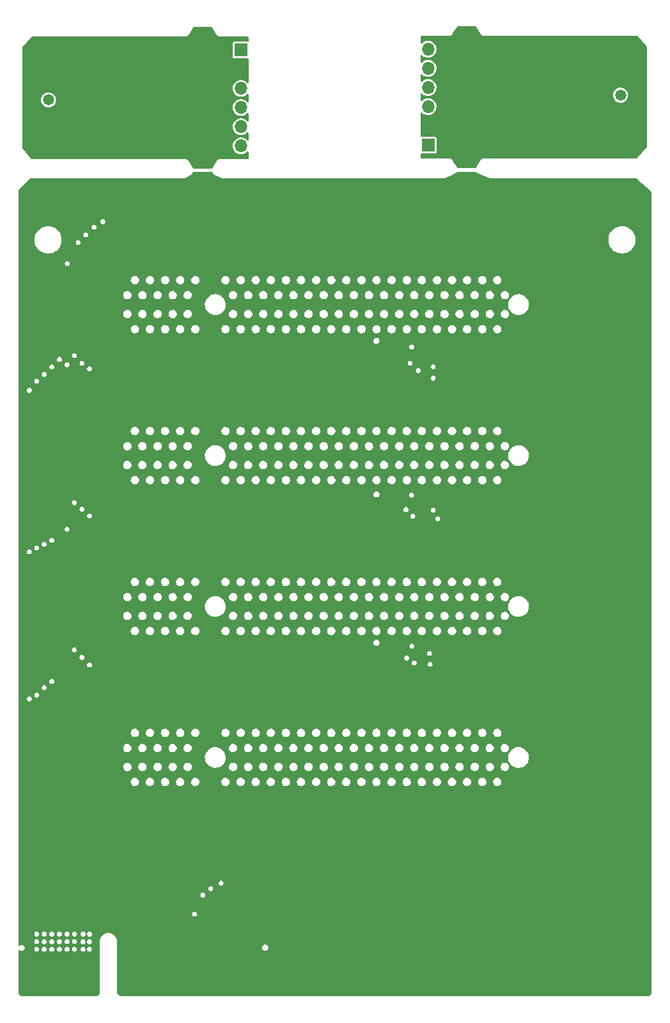
<source format=gbr>
%TF.GenerationSoftware,KiCad,Pcbnew,(6.0.10)*%
%TF.CreationDate,2023-01-27T03:25:04+09:00*%
%TF.ProjectId,AstroPix_telescope,41737472-6f50-4697-985f-74656c657363,1.1*%
%TF.SameCoordinates,Original*%
%TF.FileFunction,Copper,L2,Inr*%
%TF.FilePolarity,Positive*%
%FSLAX46Y46*%
G04 Gerber Fmt 4.6, Leading zero omitted, Abs format (unit mm)*
G04 Created by KiCad (PCBNEW (6.0.10)) date 2023-01-27 03:25:04*
%MOMM*%
%LPD*%
G01*
G04 APERTURE LIST*
%TA.AperFunction,ComponentPad*%
%ADD10R,1.700000X1.700000*%
%TD*%
%TA.AperFunction,ComponentPad*%
%ADD11O,1.700000X1.700000*%
%TD*%
%TA.AperFunction,ComponentPad*%
%ADD12C,1.473200*%
%TD*%
%TA.AperFunction,ComponentPad*%
%ADD13C,1.208000*%
%TD*%
%TA.AperFunction,ViaPad*%
%ADD14C,0.406400*%
%TD*%
%TA.AperFunction,ViaPad*%
%ADD15C,0.600000*%
%TD*%
G04 APERTURE END LIST*
D10*
%TO.N,N/C*%
%TO.C,J1*%
X133312000Y-32223500D03*
D11*
%TO.N,GND*%
X133312000Y-34763500D03*
%TO.N,N/C*%
X133312000Y-37303500D03*
X133312000Y-39843500D03*
X133312000Y-42383500D03*
X133312000Y-44923500D03*
%TD*%
D12*
%TO.N,N/C*%
%TO.C,J2*%
X107823100Y-38827500D03*
%TO.N,GND*%
X105283100Y-41367500D03*
X110363100Y-41367500D03*
X110363100Y-36287500D03*
X105283100Y-36287500D03*
%TD*%
D10*
%TO.N,N/C*%
%TO.C,J1*%
X158094000Y-44811000D03*
D11*
%TO.N,GND*%
X158094000Y-42271000D03*
%TO.N,N/C*%
X158094000Y-39731000D03*
X158094000Y-37191000D03*
X158094000Y-34651000D03*
X158094000Y-32111000D03*
%TD*%
D12*
%TO.N,N/C*%
%TO.C,J2*%
X183582900Y-38207000D03*
%TO.N,GND*%
X186122900Y-35667000D03*
X181042900Y-35667000D03*
X181042900Y-40747000D03*
X186122900Y-40747000D03*
%TD*%
D13*
%TO.N,GND*%
%TO.C,J4*%
X128260000Y-67200000D03*
X128260000Y-64700000D03*
%TD*%
%TO.N,GND*%
%TO.C,J3*%
X128260000Y-87200000D03*
X128260000Y-84700000D03*
%TD*%
%TO.N,GND*%
%TO.C,J1*%
X128260000Y-127200000D03*
X128260000Y-124700000D03*
%TD*%
%TO.N,GND*%
%TO.C,J2*%
X128260000Y-107200000D03*
X128260000Y-104700000D03*
%TD*%
D14*
%TO.N,GND*%
X113627000Y-38954500D03*
X131026000Y-36541500D03*
X128232000Y-45431500D03*
X109182000Y-37430500D03*
X107785000Y-33493500D03*
X113881000Y-33493500D03*
X116548000Y-34382500D03*
X113881000Y-37430500D03*
X127216000Y-29556500D03*
X109690000Y-46320500D03*
X110071000Y-30953500D03*
X111087000Y-37430500D03*
X128010000Y-38039500D03*
X123660000Y-44034500D03*
X104737000Y-45050500D03*
X109182000Y-38954500D03*
X119088000Y-39335500D03*
X131026000Y-43653500D03*
X129248000Y-47590500D03*
X117056000Y-38446500D03*
X124930000Y-38827500D03*
X131026000Y-38065500D03*
X107785000Y-36414500D03*
X112738000Y-30953500D03*
X113500000Y-46320500D03*
X123787000Y-36033500D03*
X128010000Y-36539500D03*
X107785000Y-44161500D03*
X126454000Y-38446500D03*
X123660000Y-39335500D03*
X127216000Y-47590500D03*
X104864000Y-34890500D03*
X124041000Y-30953500D03*
X129248000Y-29556500D03*
X131026000Y-30826500D03*
X123660000Y-46320500D03*
X128232000Y-30953500D03*
X119088000Y-41875500D03*
X119215000Y-33239500D03*
X113500000Y-43907500D03*
X131026000Y-46320500D03*
X104864000Y-31969500D03*
X126454000Y-40351500D03*
X106769000Y-30953500D03*
X115151000Y-36922500D03*
X119215000Y-46320500D03*
X116548000Y-32350500D03*
X126581000Y-36795500D03*
X117056000Y-36922500D03*
X121501000Y-33239500D03*
X119850000Y-30953500D03*
X131026000Y-41113500D03*
X123787000Y-37557500D03*
X105753000Y-46320500D03*
X120866000Y-35398500D03*
X107785000Y-41367500D03*
X111087000Y-38954500D03*
X104737000Y-42764500D03*
X104737000Y-38954500D03*
X111341000Y-33493500D03*
X126454000Y-43653500D03*
X118453000Y-37938500D03*
X119010000Y-44539500D03*
X131026000Y-33747500D03*
X115151000Y-38446500D03*
X115913000Y-30953500D03*
X162158000Y-47478000D03*
X160380000Y-46208000D03*
X177779000Y-38080000D03*
X175493000Y-46081000D03*
X186542000Y-45065000D03*
X177906000Y-33127000D03*
X183621000Y-35667000D03*
X167746000Y-33000000D03*
X166476000Y-38207000D03*
X182224000Y-38080000D03*
X160380000Y-30714000D03*
X185653000Y-30714000D03*
X171556000Y-46081000D03*
X172318000Y-37699000D03*
X178668000Y-46081000D03*
X176255000Y-38588000D03*
X160380000Y-43287000D03*
X170540000Y-41636000D03*
X167619000Y-41001000D03*
X167746000Y-37699000D03*
X163396000Y-40495000D03*
X167619000Y-39477000D03*
X164952000Y-38588000D03*
X169905000Y-43795000D03*
X164190000Y-29444000D03*
X164825000Y-40239000D03*
X186669000Y-38080000D03*
X167365000Y-46081000D03*
X164952000Y-36683000D03*
X180065000Y-43541000D03*
X174350000Y-40112000D03*
X160380000Y-38969000D03*
X176255000Y-40112000D03*
X172191000Y-30714000D03*
X181335000Y-46081000D03*
X163174000Y-46081000D03*
X160380000Y-40493000D03*
X184637000Y-46081000D03*
X160380000Y-33381000D03*
X186669000Y-31984000D03*
X186542000Y-42144000D03*
X177525000Y-43541000D03*
X174858000Y-44684000D03*
X163174000Y-31603000D03*
X167746000Y-30714000D03*
X172191000Y-43795000D03*
X160380000Y-35921000D03*
X183621000Y-43541000D03*
X177525000Y-39604000D03*
X164190000Y-47478000D03*
X180319000Y-38080000D03*
X182224000Y-39604000D03*
X183621000Y-40620000D03*
X174858000Y-42652000D03*
X172318000Y-35159000D03*
X164952000Y-33381000D03*
X162158000Y-29444000D03*
X174350000Y-38588000D03*
X181716000Y-30714000D03*
X172953000Y-39096000D03*
X180319000Y-39604000D03*
X172396000Y-32495000D03*
X163396000Y-38995000D03*
X186669000Y-34270000D03*
X177906000Y-30714000D03*
X183621000Y-32873000D03*
D15*
X145260000Y-71700000D03*
X143884500Y-91200000D03*
X137260000Y-74824500D03*
X143260000Y-111200000D03*
X136260000Y-114200000D03*
X114210000Y-149350000D03*
X114210000Y-150350000D03*
X114210000Y-148385000D03*
X114210000Y-151350000D03*
X137260000Y-93900000D03*
%TD*%
%TA.AperFunction,Conductor*%
%TO.N,GND*%
G36*
X129512162Y-48383907D02*
G01*
X129548126Y-48433407D01*
X129551165Y-48460640D01*
X129551211Y-48460634D01*
X129554511Y-48485416D01*
X129555375Y-48499066D01*
X129555332Y-48506437D01*
X129555228Y-48524052D01*
X129560004Y-48534128D01*
X129560696Y-48537247D01*
X129561815Y-48540251D01*
X129563288Y-48551307D01*
X129573537Y-48566917D01*
X129577002Y-48572195D01*
X129583702Y-48584123D01*
X129594409Y-48606711D01*
X129603080Y-48613717D01*
X129605053Y-48616224D01*
X129607371Y-48618452D01*
X129613492Y-48627775D01*
X129623046Y-48633519D01*
X129623047Y-48633520D01*
X129634906Y-48640649D01*
X129638582Y-48643221D01*
X129638584Y-48643218D01*
X129643314Y-48646227D01*
X129647665Y-48649743D01*
X129652693Y-48652194D01*
X129652699Y-48652198D01*
X129656277Y-48653942D01*
X129663904Y-48658083D01*
X129682335Y-48669164D01*
X129682337Y-48669165D01*
X129691890Y-48674908D01*
X129700193Y-48675680D01*
X129704229Y-48677317D01*
X130757251Y-49190655D01*
X130775697Y-49202324D01*
X130776783Y-49203193D01*
X130776788Y-49203195D01*
X130785492Y-49210156D01*
X130829724Y-49220327D01*
X130873964Y-49230654D01*
X130884847Y-49228229D01*
X130884848Y-49228229D01*
X130886458Y-49227870D01*
X130907990Y-49225500D01*
X160136589Y-49225500D01*
X160152937Y-49227596D01*
X160157907Y-49227748D01*
X160168690Y-49230559D01*
X160179627Y-49228415D01*
X160179630Y-49228415D01*
X160193840Y-49225629D01*
X160194677Y-49225500D01*
X160197603Y-49225500D01*
X160203026Y-49224263D01*
X160215133Y-49221502D01*
X160218102Y-49220873D01*
X160230379Y-49218466D01*
X160230386Y-49218464D01*
X160235879Y-49217387D01*
X160238551Y-49216195D01*
X160239350Y-49215978D01*
X160253312Y-49212793D01*
X160253315Y-49212792D01*
X160264185Y-49210312D01*
X160272904Y-49203364D01*
X160277003Y-49201391D01*
X160291521Y-49192565D01*
X161451588Y-48675058D01*
X161693942Y-48566944D01*
X161702847Y-48563517D01*
X161713768Y-48562520D01*
X161737616Y-48548239D01*
X161746280Y-48543734D01*
X161747253Y-48543161D01*
X161752327Y-48540898D01*
X161757860Y-48536745D01*
X161766430Y-48530985D01*
X161782685Y-48521252D01*
X161782686Y-48521251D01*
X161792250Y-48515524D01*
X161797598Y-48507410D01*
X161797680Y-48507340D01*
X161799109Y-48505820D01*
X161799171Y-48505738D01*
X161806945Y-48499902D01*
X161820803Y-48473175D01*
X161826028Y-48464270D01*
X161836453Y-48448451D01*
X161842587Y-48439144D01*
X161843887Y-48429513D01*
X161846553Y-48423517D01*
X161849051Y-48418699D01*
X161852946Y-48420719D01*
X161874024Y-48387620D01*
X161937009Y-48365000D01*
X164411543Y-48365000D01*
X164469734Y-48383907D01*
X164499175Y-48425689D01*
X164500653Y-48424863D01*
X164503218Y-48429455D01*
X164504376Y-48431958D01*
X164505288Y-48438807D01*
X164519852Y-48460991D01*
X164524508Y-48468083D01*
X164528176Y-48474130D01*
X164545264Y-48504718D01*
X164551387Y-48509023D01*
X164555492Y-48515275D01*
X164578215Y-48528936D01*
X164585501Y-48533316D01*
X164591429Y-48537175D01*
X164596692Y-48540875D01*
X164601275Y-48544097D01*
X164606459Y-48546208D01*
X164609944Y-48548111D01*
X164613499Y-48550149D01*
X164633890Y-48562408D01*
X164644989Y-48563440D01*
X164655586Y-48566917D01*
X164655409Y-48567456D01*
X164663469Y-48569427D01*
X166259160Y-49219313D01*
X166266590Y-49223672D01*
X166266750Y-49223342D01*
X166276785Y-49228193D01*
X166285492Y-49235156D01*
X166296357Y-49237655D01*
X166296358Y-49237655D01*
X166304645Y-49239560D01*
X166310081Y-49240811D01*
X166314737Y-49242001D01*
X166315162Y-49242121D01*
X166320307Y-49244216D01*
X166325784Y-49245114D01*
X166325788Y-49245115D01*
X166333177Y-49246326D01*
X166339345Y-49247540D01*
X166346763Y-49249246D01*
X166346768Y-49249247D01*
X166352219Y-49250500D01*
X166357814Y-49250500D01*
X166358052Y-49250527D01*
X166362902Y-49251199D01*
X166376698Y-49253461D01*
X166376701Y-49253461D01*
X166387700Y-49255264D01*
X166398394Y-49252119D01*
X166409522Y-49251430D01*
X166409541Y-49251740D01*
X166418154Y-49250500D01*
X185685929Y-49250500D01*
X185744120Y-49269407D01*
X185751788Y-49275584D01*
X187676359Y-50990369D01*
X187707228Y-51043197D01*
X187709500Y-51064285D01*
X187709500Y-157190942D01*
X187690593Y-157249133D01*
X187680504Y-157260946D01*
X187355946Y-157585504D01*
X187301429Y-157613281D01*
X187285942Y-157614500D01*
X117334058Y-157614500D01*
X117275867Y-157595593D01*
X117264054Y-157585504D01*
X116939496Y-157260946D01*
X116911719Y-157206429D01*
X116910500Y-157190942D01*
X116910500Y-151150000D01*
X136104508Y-151150000D01*
X136124354Y-151275304D01*
X136127890Y-151282243D01*
X136127890Y-151282244D01*
X136171132Y-151367110D01*
X136181950Y-151388342D01*
X136271658Y-151478050D01*
X136278595Y-151481585D01*
X136278597Y-151481586D01*
X136358982Y-151522544D01*
X136384696Y-151535646D01*
X136392390Y-151536865D01*
X136392391Y-151536865D01*
X136502303Y-151554273D01*
X136510000Y-151555492D01*
X136517697Y-151554273D01*
X136627609Y-151536865D01*
X136627610Y-151536865D01*
X136635304Y-151535646D01*
X136661018Y-151522544D01*
X136741403Y-151481586D01*
X136741405Y-151481585D01*
X136748342Y-151478050D01*
X136838050Y-151388342D01*
X136848869Y-151367110D01*
X136892110Y-151282244D01*
X136892110Y-151282243D01*
X136895646Y-151275304D01*
X136915492Y-151150000D01*
X136895646Y-151024696D01*
X136867062Y-150968597D01*
X136841586Y-150918597D01*
X136841585Y-150918595D01*
X136838050Y-150911658D01*
X136748342Y-150821950D01*
X136741405Y-150818415D01*
X136741403Y-150818414D01*
X136642244Y-150767890D01*
X136642243Y-150767890D01*
X136635304Y-150764354D01*
X136627610Y-150763135D01*
X136627609Y-150763135D01*
X136517697Y-150745727D01*
X136510000Y-150744508D01*
X136502303Y-150745727D01*
X136392391Y-150763135D01*
X136392390Y-150763135D01*
X136384696Y-150764354D01*
X136377757Y-150767890D01*
X136377756Y-150767890D01*
X136278597Y-150818414D01*
X136278595Y-150818415D01*
X136271658Y-150821950D01*
X136181950Y-150911658D01*
X136178415Y-150918595D01*
X136178414Y-150918597D01*
X136152938Y-150968597D01*
X136124354Y-151024696D01*
X136104508Y-151150000D01*
X116910500Y-151150000D01*
X116910500Y-150399281D01*
X116913057Y-150376926D01*
X116913141Y-150376565D01*
X116915655Y-150365718D01*
X116915656Y-150365000D01*
X116914444Y-150359682D01*
X116914331Y-150358553D01*
X116913542Y-150349526D01*
X116897350Y-150164455D01*
X116845246Y-149970003D01*
X116760168Y-149787553D01*
X116644701Y-149622648D01*
X116502352Y-149480299D01*
X116337448Y-149364832D01*
X116154997Y-149279754D01*
X115960545Y-149227650D01*
X115760000Y-149210105D01*
X115559455Y-149227650D01*
X115365003Y-149279754D01*
X115182553Y-149364832D01*
X115017648Y-149480299D01*
X114875299Y-149622648D01*
X114759832Y-149787553D01*
X114674754Y-149970003D01*
X114622650Y-150164455D01*
X114605623Y-150359079D01*
X114604344Y-150364641D01*
X114607059Y-150376638D01*
X114609500Y-150398488D01*
X114609500Y-157190942D01*
X114590593Y-157249133D01*
X114580504Y-157260946D01*
X114255946Y-157585504D01*
X114201429Y-157613281D01*
X114185942Y-157614500D01*
X104234058Y-157614500D01*
X104175867Y-157595593D01*
X104164054Y-157585504D01*
X103839496Y-157260946D01*
X103811719Y-157206429D01*
X103810500Y-157190942D01*
X103810500Y-151555900D01*
X103829407Y-151497709D01*
X103878907Y-151461745D01*
X103940093Y-151461745D01*
X103979504Y-151485896D01*
X104021658Y-151528050D01*
X104028595Y-151531585D01*
X104028597Y-151531586D01*
X104118620Y-151577455D01*
X104134696Y-151585646D01*
X104142390Y-151586865D01*
X104142391Y-151586865D01*
X104252303Y-151604273D01*
X104260000Y-151605492D01*
X104267697Y-151604273D01*
X104377609Y-151586865D01*
X104377610Y-151586865D01*
X104385304Y-151585646D01*
X104401380Y-151577455D01*
X104491403Y-151531586D01*
X104491405Y-151531585D01*
X104498342Y-151528050D01*
X104588050Y-151438342D01*
X104613527Y-151388342D01*
X104625420Y-151365000D01*
X105929479Y-151365000D01*
X105949412Y-151478045D01*
X105953742Y-151485545D01*
X105993422Y-151554273D01*
X106006806Y-151577455D01*
X106094739Y-151651240D01*
X106128606Y-151663567D01*
X106194469Y-151687539D01*
X106194472Y-151687540D01*
X106202606Y-151690500D01*
X106317394Y-151690500D01*
X106325528Y-151687540D01*
X106325531Y-151687539D01*
X106391394Y-151663567D01*
X106425261Y-151651240D01*
X106513194Y-151577455D01*
X106526578Y-151554273D01*
X106566258Y-151485545D01*
X106570588Y-151478045D01*
X106590521Y-151365000D01*
X106929479Y-151365000D01*
X106949412Y-151478045D01*
X106953742Y-151485545D01*
X106993422Y-151554273D01*
X107006806Y-151577455D01*
X107094739Y-151651240D01*
X107128606Y-151663567D01*
X107194469Y-151687539D01*
X107194472Y-151687540D01*
X107202606Y-151690500D01*
X107317394Y-151690500D01*
X107325528Y-151687540D01*
X107325531Y-151687539D01*
X107391394Y-151663567D01*
X107425261Y-151651240D01*
X107513194Y-151577455D01*
X107526578Y-151554273D01*
X107566258Y-151485545D01*
X107570588Y-151478045D01*
X107590521Y-151365000D01*
X107929479Y-151365000D01*
X107949412Y-151478045D01*
X107953742Y-151485545D01*
X107993422Y-151554273D01*
X108006806Y-151577455D01*
X108094739Y-151651240D01*
X108128606Y-151663567D01*
X108194469Y-151687539D01*
X108194472Y-151687540D01*
X108202606Y-151690500D01*
X108317394Y-151690500D01*
X108325528Y-151687540D01*
X108325531Y-151687539D01*
X108391394Y-151663567D01*
X108425261Y-151651240D01*
X108513194Y-151577455D01*
X108526578Y-151554273D01*
X108566258Y-151485545D01*
X108570588Y-151478045D01*
X108590521Y-151365000D01*
X108929479Y-151365000D01*
X108949412Y-151478045D01*
X108953742Y-151485545D01*
X108993422Y-151554273D01*
X109006806Y-151577455D01*
X109094739Y-151651240D01*
X109128606Y-151663567D01*
X109194469Y-151687539D01*
X109194472Y-151687540D01*
X109202606Y-151690500D01*
X109317394Y-151690500D01*
X109325528Y-151687540D01*
X109325531Y-151687539D01*
X109391394Y-151663567D01*
X109425261Y-151651240D01*
X109513194Y-151577455D01*
X109526578Y-151554273D01*
X109566258Y-151485545D01*
X109570588Y-151478045D01*
X109590521Y-151365000D01*
X109929479Y-151365000D01*
X109949412Y-151478045D01*
X109953742Y-151485545D01*
X109993422Y-151554273D01*
X110006806Y-151577455D01*
X110094739Y-151651240D01*
X110128606Y-151663567D01*
X110194469Y-151687539D01*
X110194472Y-151687540D01*
X110202606Y-151690500D01*
X110317394Y-151690500D01*
X110325528Y-151687540D01*
X110325531Y-151687539D01*
X110391394Y-151663567D01*
X110425261Y-151651240D01*
X110513194Y-151577455D01*
X110526578Y-151554273D01*
X110566258Y-151485545D01*
X110570588Y-151478045D01*
X110590521Y-151365000D01*
X110929479Y-151365000D01*
X110949412Y-151478045D01*
X110953742Y-151485545D01*
X110993422Y-151554273D01*
X111006806Y-151577455D01*
X111094739Y-151651240D01*
X111128606Y-151663567D01*
X111194469Y-151687539D01*
X111194472Y-151687540D01*
X111202606Y-151690500D01*
X111317394Y-151690500D01*
X111325528Y-151687540D01*
X111325531Y-151687539D01*
X111391394Y-151663567D01*
X111425261Y-151651240D01*
X111513194Y-151577455D01*
X111526578Y-151554273D01*
X111566258Y-151485545D01*
X111570588Y-151478045D01*
X111590521Y-151365000D01*
X111588605Y-151354131D01*
X111587877Y-151350000D01*
X112054479Y-151350000D01*
X112074412Y-151463045D01*
X112078742Y-151470545D01*
X112111942Y-151528050D01*
X112131806Y-151562455D01*
X112219739Y-151636240D01*
X112245656Y-151645673D01*
X112319469Y-151672539D01*
X112319472Y-151672540D01*
X112327606Y-151675500D01*
X112442394Y-151675500D01*
X112450528Y-151672540D01*
X112450531Y-151672539D01*
X112524344Y-151645673D01*
X112550261Y-151636240D01*
X112638194Y-151562455D01*
X112658058Y-151528050D01*
X112691258Y-151470545D01*
X112695588Y-151463045D01*
X112712504Y-151367110D01*
X112719405Y-151354131D01*
X112716721Y-151345869D01*
X112900595Y-151345869D01*
X112907496Y-151367110D01*
X112924412Y-151463045D01*
X112928742Y-151470545D01*
X112961942Y-151528050D01*
X112981806Y-151562455D01*
X113069739Y-151636240D01*
X113095656Y-151645673D01*
X113169469Y-151672539D01*
X113169472Y-151672540D01*
X113177606Y-151675500D01*
X113292394Y-151675500D01*
X113300528Y-151672540D01*
X113300531Y-151672539D01*
X113374344Y-151645673D01*
X113400261Y-151636240D01*
X113488194Y-151562455D01*
X113508058Y-151528050D01*
X113541258Y-151470545D01*
X113545588Y-151463045D01*
X113565521Y-151350000D01*
X113545588Y-151236955D01*
X113488194Y-151137545D01*
X113400261Y-151063760D01*
X113366394Y-151051433D01*
X113300531Y-151027461D01*
X113300528Y-151027460D01*
X113292394Y-151024500D01*
X113177606Y-151024500D01*
X113169471Y-151027461D01*
X113169470Y-151027461D01*
X113136394Y-151039500D01*
X113069740Y-151063760D01*
X113063107Y-151069326D01*
X113063105Y-151069327D01*
X113047536Y-151082391D01*
X112981806Y-151137545D01*
X112924412Y-151236955D01*
X112922908Y-151245485D01*
X112907496Y-151332890D01*
X112900595Y-151345869D01*
X112716721Y-151345869D01*
X112712504Y-151332890D01*
X112697092Y-151245485D01*
X112695588Y-151236955D01*
X112638194Y-151137545D01*
X112550261Y-151063760D01*
X112516394Y-151051433D01*
X112450531Y-151027461D01*
X112450528Y-151027460D01*
X112442394Y-151024500D01*
X112327606Y-151024500D01*
X112319471Y-151027461D01*
X112319470Y-151027461D01*
X112286394Y-151039500D01*
X112219740Y-151063760D01*
X112213107Y-151069326D01*
X112213105Y-151069327D01*
X112197536Y-151082391D01*
X112131806Y-151137545D01*
X112074412Y-151236955D01*
X112054479Y-151350000D01*
X111587877Y-151350000D01*
X111572092Y-151260485D01*
X111570588Y-151251955D01*
X111513194Y-151152545D01*
X111425261Y-151078760D01*
X111391394Y-151066433D01*
X111325531Y-151042461D01*
X111325528Y-151042460D01*
X111317394Y-151039500D01*
X111202606Y-151039500D01*
X111194471Y-151042461D01*
X111194470Y-151042461D01*
X111155535Y-151056633D01*
X111094740Y-151078760D01*
X111088107Y-151084326D01*
X111088105Y-151084327D01*
X111013439Y-151146979D01*
X111006806Y-151152545D01*
X110949412Y-151251955D01*
X110947908Y-151260485D01*
X110931396Y-151354131D01*
X110929479Y-151365000D01*
X110590521Y-151365000D01*
X110588605Y-151354131D01*
X110572092Y-151260485D01*
X110570588Y-151251955D01*
X110513194Y-151152545D01*
X110425261Y-151078760D01*
X110391394Y-151066433D01*
X110325531Y-151042461D01*
X110325528Y-151042460D01*
X110317394Y-151039500D01*
X110202606Y-151039500D01*
X110194471Y-151042461D01*
X110194470Y-151042461D01*
X110155535Y-151056633D01*
X110094740Y-151078760D01*
X110088107Y-151084326D01*
X110088105Y-151084327D01*
X110013439Y-151146979D01*
X110006806Y-151152545D01*
X109949412Y-151251955D01*
X109947908Y-151260485D01*
X109931396Y-151354131D01*
X109929479Y-151365000D01*
X109590521Y-151365000D01*
X109588605Y-151354131D01*
X109572092Y-151260485D01*
X109570588Y-151251955D01*
X109513194Y-151152545D01*
X109425261Y-151078760D01*
X109391394Y-151066433D01*
X109325531Y-151042461D01*
X109325528Y-151042460D01*
X109317394Y-151039500D01*
X109202606Y-151039500D01*
X109194471Y-151042461D01*
X109194470Y-151042461D01*
X109155535Y-151056633D01*
X109094740Y-151078760D01*
X109088107Y-151084326D01*
X109088105Y-151084327D01*
X109013439Y-151146979D01*
X109006806Y-151152545D01*
X108949412Y-151251955D01*
X108947908Y-151260485D01*
X108931396Y-151354131D01*
X108929479Y-151365000D01*
X108590521Y-151365000D01*
X108588605Y-151354131D01*
X108572092Y-151260485D01*
X108570588Y-151251955D01*
X108513194Y-151152545D01*
X108425261Y-151078760D01*
X108391394Y-151066433D01*
X108325531Y-151042461D01*
X108325528Y-151042460D01*
X108317394Y-151039500D01*
X108202606Y-151039500D01*
X108194471Y-151042461D01*
X108194470Y-151042461D01*
X108155535Y-151056633D01*
X108094740Y-151078760D01*
X108088107Y-151084326D01*
X108088105Y-151084327D01*
X108013439Y-151146979D01*
X108006806Y-151152545D01*
X107949412Y-151251955D01*
X107947908Y-151260485D01*
X107931396Y-151354131D01*
X107929479Y-151365000D01*
X107590521Y-151365000D01*
X107588605Y-151354131D01*
X107572092Y-151260485D01*
X107570588Y-151251955D01*
X107513194Y-151152545D01*
X107425261Y-151078760D01*
X107391394Y-151066433D01*
X107325531Y-151042461D01*
X107325528Y-151042460D01*
X107317394Y-151039500D01*
X107202606Y-151039500D01*
X107194471Y-151042461D01*
X107194470Y-151042461D01*
X107155535Y-151056633D01*
X107094740Y-151078760D01*
X107088107Y-151084326D01*
X107088105Y-151084327D01*
X107013439Y-151146979D01*
X107006806Y-151152545D01*
X106949412Y-151251955D01*
X106947908Y-151260485D01*
X106931396Y-151354131D01*
X106929479Y-151365000D01*
X106590521Y-151365000D01*
X106588605Y-151354131D01*
X106572092Y-151260485D01*
X106570588Y-151251955D01*
X106513194Y-151152545D01*
X106425261Y-151078760D01*
X106391394Y-151066433D01*
X106325531Y-151042461D01*
X106325528Y-151042460D01*
X106317394Y-151039500D01*
X106202606Y-151039500D01*
X106194471Y-151042461D01*
X106194470Y-151042461D01*
X106155535Y-151056633D01*
X106094740Y-151078760D01*
X106088107Y-151084326D01*
X106088105Y-151084327D01*
X106013439Y-151146979D01*
X106006806Y-151152545D01*
X105949412Y-151251955D01*
X105947908Y-151260485D01*
X105931396Y-151354131D01*
X105929479Y-151365000D01*
X104625420Y-151365000D01*
X104642110Y-151332244D01*
X104642110Y-151332243D01*
X104645646Y-151325304D01*
X104665492Y-151200000D01*
X104664273Y-151192303D01*
X104646865Y-151082391D01*
X104646865Y-151082390D01*
X104645646Y-151074696D01*
X104638565Y-151060798D01*
X104591586Y-150968597D01*
X104591585Y-150968595D01*
X104588050Y-150961658D01*
X104498342Y-150871950D01*
X104491405Y-150868415D01*
X104491403Y-150868414D01*
X104392244Y-150817890D01*
X104392243Y-150817890D01*
X104385304Y-150814354D01*
X104377610Y-150813135D01*
X104377609Y-150813135D01*
X104267697Y-150795727D01*
X104260000Y-150794508D01*
X104252303Y-150795727D01*
X104142391Y-150813135D01*
X104142390Y-150813135D01*
X104134696Y-150814354D01*
X104127757Y-150817890D01*
X104127756Y-150817890D01*
X104028597Y-150868414D01*
X104028595Y-150868415D01*
X104021658Y-150871950D01*
X103979504Y-150914104D01*
X103924987Y-150941881D01*
X103864555Y-150932310D01*
X103821290Y-150889045D01*
X103810500Y-150844100D01*
X103810500Y-150365000D01*
X105929479Y-150365000D01*
X105930983Y-150373530D01*
X105933527Y-150387957D01*
X105949412Y-150478045D01*
X105953742Y-150485545D01*
X106002477Y-150569957D01*
X106006806Y-150577455D01*
X106094739Y-150651240D01*
X106106919Y-150655673D01*
X106194469Y-150687539D01*
X106194472Y-150687540D01*
X106202606Y-150690500D01*
X106317394Y-150690500D01*
X106325528Y-150687540D01*
X106325531Y-150687539D01*
X106413081Y-150655673D01*
X106425261Y-150651240D01*
X106513194Y-150577455D01*
X106517523Y-150569957D01*
X106566258Y-150485545D01*
X106570588Y-150478045D01*
X106586473Y-150387957D01*
X106589017Y-150373530D01*
X106590521Y-150365000D01*
X106929479Y-150365000D01*
X106930983Y-150373530D01*
X106933527Y-150387957D01*
X106949412Y-150478045D01*
X106953742Y-150485545D01*
X107002477Y-150569957D01*
X107006806Y-150577455D01*
X107094739Y-150651240D01*
X107106919Y-150655673D01*
X107194469Y-150687539D01*
X107194472Y-150687540D01*
X107202606Y-150690500D01*
X107317394Y-150690500D01*
X107325528Y-150687540D01*
X107325531Y-150687539D01*
X107413081Y-150655673D01*
X107425261Y-150651240D01*
X107513194Y-150577455D01*
X107517523Y-150569957D01*
X107566258Y-150485545D01*
X107570588Y-150478045D01*
X107586473Y-150387957D01*
X107589017Y-150373530D01*
X107590521Y-150365000D01*
X107929479Y-150365000D01*
X107930983Y-150373530D01*
X107933527Y-150387957D01*
X107949412Y-150478045D01*
X107953742Y-150485545D01*
X108002477Y-150569957D01*
X108006806Y-150577455D01*
X108094739Y-150651240D01*
X108106919Y-150655673D01*
X108194469Y-150687539D01*
X108194472Y-150687540D01*
X108202606Y-150690500D01*
X108317394Y-150690500D01*
X108325528Y-150687540D01*
X108325531Y-150687539D01*
X108413081Y-150655673D01*
X108425261Y-150651240D01*
X108513194Y-150577455D01*
X108517523Y-150569957D01*
X108566258Y-150485545D01*
X108570588Y-150478045D01*
X108586473Y-150387957D01*
X108589017Y-150373530D01*
X108590521Y-150365000D01*
X108929479Y-150365000D01*
X108930983Y-150373530D01*
X108933527Y-150387957D01*
X108949412Y-150478045D01*
X108953742Y-150485545D01*
X109002477Y-150569957D01*
X109006806Y-150577455D01*
X109094739Y-150651240D01*
X109106919Y-150655673D01*
X109194469Y-150687539D01*
X109194472Y-150687540D01*
X109202606Y-150690500D01*
X109317394Y-150690500D01*
X109325528Y-150687540D01*
X109325531Y-150687539D01*
X109413081Y-150655673D01*
X109425261Y-150651240D01*
X109513194Y-150577455D01*
X109517523Y-150569957D01*
X109566258Y-150485545D01*
X109570588Y-150478045D01*
X109586473Y-150387957D01*
X109589017Y-150373530D01*
X109590521Y-150365000D01*
X109929479Y-150365000D01*
X109930983Y-150373530D01*
X109933527Y-150387957D01*
X109949412Y-150478045D01*
X109953742Y-150485545D01*
X110002477Y-150569957D01*
X110006806Y-150577455D01*
X110094739Y-150651240D01*
X110106919Y-150655673D01*
X110194469Y-150687539D01*
X110194472Y-150687540D01*
X110202606Y-150690500D01*
X110317394Y-150690500D01*
X110325528Y-150687540D01*
X110325531Y-150687539D01*
X110413081Y-150655673D01*
X110425261Y-150651240D01*
X110513194Y-150577455D01*
X110517523Y-150569957D01*
X110566258Y-150485545D01*
X110570588Y-150478045D01*
X110586473Y-150387957D01*
X110589017Y-150373530D01*
X110590521Y-150365000D01*
X110929479Y-150365000D01*
X110930983Y-150373530D01*
X110933527Y-150387957D01*
X110949412Y-150478045D01*
X110953742Y-150485545D01*
X111002477Y-150569957D01*
X111006806Y-150577455D01*
X111094739Y-150651240D01*
X111106919Y-150655673D01*
X111194469Y-150687539D01*
X111194472Y-150687540D01*
X111202606Y-150690500D01*
X111317394Y-150690500D01*
X111325528Y-150687540D01*
X111325531Y-150687539D01*
X111413081Y-150655673D01*
X111425261Y-150651240D01*
X111513194Y-150577455D01*
X111517523Y-150569957D01*
X111566258Y-150485545D01*
X111570588Y-150478045D01*
X111586473Y-150387957D01*
X111588758Y-150375000D01*
X112054479Y-150375000D01*
X112074412Y-150488045D01*
X112078742Y-150495545D01*
X112127477Y-150579957D01*
X112131806Y-150587455D01*
X112219739Y-150661240D01*
X112253606Y-150673567D01*
X112319469Y-150697539D01*
X112319472Y-150697540D01*
X112327606Y-150700500D01*
X112442394Y-150700500D01*
X112450528Y-150697540D01*
X112450531Y-150697539D01*
X112516394Y-150673567D01*
X112550261Y-150661240D01*
X112638194Y-150587455D01*
X112642523Y-150579957D01*
X112691258Y-150495545D01*
X112695588Y-150488045D01*
X112712504Y-150392110D01*
X112719405Y-150379131D01*
X112716721Y-150370869D01*
X112900595Y-150370869D01*
X112907496Y-150392110D01*
X112924412Y-150488045D01*
X112928742Y-150495545D01*
X112977477Y-150579957D01*
X112981806Y-150587455D01*
X113069739Y-150661240D01*
X113103606Y-150673567D01*
X113169469Y-150697539D01*
X113169472Y-150697540D01*
X113177606Y-150700500D01*
X113292394Y-150700500D01*
X113300528Y-150697540D01*
X113300531Y-150697539D01*
X113366394Y-150673567D01*
X113400261Y-150661240D01*
X113488194Y-150587455D01*
X113492523Y-150579957D01*
X113541258Y-150495545D01*
X113545588Y-150488045D01*
X113565521Y-150375000D01*
X113545588Y-150261955D01*
X113535485Y-150244455D01*
X113492523Y-150170043D01*
X113488194Y-150162545D01*
X113400261Y-150088760D01*
X113364648Y-150075798D01*
X113300531Y-150052461D01*
X113300528Y-150052460D01*
X113292394Y-150049500D01*
X113177606Y-150049500D01*
X113169471Y-150052461D01*
X113169470Y-150052461D01*
X113130535Y-150066633D01*
X113069740Y-150088760D01*
X113063107Y-150094326D01*
X113063105Y-150094327D01*
X112988439Y-150156979D01*
X112981806Y-150162545D01*
X112977477Y-150170043D01*
X112934516Y-150244455D01*
X112924412Y-150261955D01*
X112922908Y-150270485D01*
X112907496Y-150357890D01*
X112900595Y-150370869D01*
X112716721Y-150370869D01*
X112712504Y-150357890D01*
X112697092Y-150270485D01*
X112695588Y-150261955D01*
X112685485Y-150244455D01*
X112642523Y-150170043D01*
X112638194Y-150162545D01*
X112550261Y-150088760D01*
X112514648Y-150075798D01*
X112450531Y-150052461D01*
X112450528Y-150052460D01*
X112442394Y-150049500D01*
X112327606Y-150049500D01*
X112319471Y-150052461D01*
X112319470Y-150052461D01*
X112280535Y-150066633D01*
X112219740Y-150088760D01*
X112213107Y-150094326D01*
X112213105Y-150094327D01*
X112138439Y-150156979D01*
X112131806Y-150162545D01*
X112127477Y-150170043D01*
X112084516Y-150244455D01*
X112074412Y-150261955D01*
X112054479Y-150375000D01*
X111588758Y-150375000D01*
X111589017Y-150373530D01*
X111590521Y-150365000D01*
X111570588Y-150251955D01*
X111518968Y-150162545D01*
X111517523Y-150160043D01*
X111513194Y-150152545D01*
X111425261Y-150078760D01*
X111374133Y-150060151D01*
X111325531Y-150042461D01*
X111325528Y-150042460D01*
X111317394Y-150039500D01*
X111202606Y-150039500D01*
X111194471Y-150042461D01*
X111194470Y-150042461D01*
X111175131Y-150049500D01*
X111094740Y-150078760D01*
X111088107Y-150084326D01*
X111088105Y-150084327D01*
X111013439Y-150146979D01*
X111006806Y-150152545D01*
X111002477Y-150160043D01*
X111001033Y-150162545D01*
X110949412Y-150251955D01*
X110929479Y-150365000D01*
X110590521Y-150365000D01*
X110570588Y-150251955D01*
X110518968Y-150162545D01*
X110517523Y-150160043D01*
X110513194Y-150152545D01*
X110425261Y-150078760D01*
X110374133Y-150060151D01*
X110325531Y-150042461D01*
X110325528Y-150042460D01*
X110317394Y-150039500D01*
X110202606Y-150039500D01*
X110194471Y-150042461D01*
X110194470Y-150042461D01*
X110175131Y-150049500D01*
X110094740Y-150078760D01*
X110088107Y-150084326D01*
X110088105Y-150084327D01*
X110013439Y-150146979D01*
X110006806Y-150152545D01*
X110002477Y-150160043D01*
X110001033Y-150162545D01*
X109949412Y-150251955D01*
X109929479Y-150365000D01*
X109590521Y-150365000D01*
X109570588Y-150251955D01*
X109518968Y-150162545D01*
X109517523Y-150160043D01*
X109513194Y-150152545D01*
X109425261Y-150078760D01*
X109374133Y-150060151D01*
X109325531Y-150042461D01*
X109325528Y-150042460D01*
X109317394Y-150039500D01*
X109202606Y-150039500D01*
X109194471Y-150042461D01*
X109194470Y-150042461D01*
X109175131Y-150049500D01*
X109094740Y-150078760D01*
X109088107Y-150084326D01*
X109088105Y-150084327D01*
X109013439Y-150146979D01*
X109006806Y-150152545D01*
X109002477Y-150160043D01*
X109001033Y-150162545D01*
X108949412Y-150251955D01*
X108929479Y-150365000D01*
X108590521Y-150365000D01*
X108570588Y-150251955D01*
X108518968Y-150162545D01*
X108517523Y-150160043D01*
X108513194Y-150152545D01*
X108425261Y-150078760D01*
X108374133Y-150060151D01*
X108325531Y-150042461D01*
X108325528Y-150042460D01*
X108317394Y-150039500D01*
X108202606Y-150039500D01*
X108194471Y-150042461D01*
X108194470Y-150042461D01*
X108175131Y-150049500D01*
X108094740Y-150078760D01*
X108088107Y-150084326D01*
X108088105Y-150084327D01*
X108013439Y-150146979D01*
X108006806Y-150152545D01*
X108002477Y-150160043D01*
X108001033Y-150162545D01*
X107949412Y-150251955D01*
X107929479Y-150365000D01*
X107590521Y-150365000D01*
X107570588Y-150251955D01*
X107518968Y-150162545D01*
X107517523Y-150160043D01*
X107513194Y-150152545D01*
X107425261Y-150078760D01*
X107374133Y-150060151D01*
X107325531Y-150042461D01*
X107325528Y-150042460D01*
X107317394Y-150039500D01*
X107202606Y-150039500D01*
X107194471Y-150042461D01*
X107194470Y-150042461D01*
X107175131Y-150049500D01*
X107094740Y-150078760D01*
X107088107Y-150084326D01*
X107088105Y-150084327D01*
X107013439Y-150146979D01*
X107006806Y-150152545D01*
X107002477Y-150160043D01*
X107001033Y-150162545D01*
X106949412Y-150251955D01*
X106929479Y-150365000D01*
X106590521Y-150365000D01*
X106570588Y-150251955D01*
X106518968Y-150162545D01*
X106517523Y-150160043D01*
X106513194Y-150152545D01*
X106425261Y-150078760D01*
X106374133Y-150060151D01*
X106325531Y-150042461D01*
X106325528Y-150042460D01*
X106317394Y-150039500D01*
X106202606Y-150039500D01*
X106194471Y-150042461D01*
X106194470Y-150042461D01*
X106175131Y-150049500D01*
X106094740Y-150078760D01*
X106088107Y-150084326D01*
X106088105Y-150084327D01*
X106013439Y-150146979D01*
X106006806Y-150152545D01*
X106002477Y-150160043D01*
X106001033Y-150162545D01*
X105949412Y-150251955D01*
X105929479Y-150365000D01*
X103810500Y-150365000D01*
X103810500Y-149365000D01*
X105929479Y-149365000D01*
X105949412Y-149478045D01*
X106006806Y-149577455D01*
X106094739Y-149651240D01*
X106128606Y-149663567D01*
X106194469Y-149687539D01*
X106194472Y-149687540D01*
X106202606Y-149690500D01*
X106317394Y-149690500D01*
X106325528Y-149687540D01*
X106325531Y-149687539D01*
X106391394Y-149663567D01*
X106425261Y-149651240D01*
X106513194Y-149577455D01*
X106570588Y-149478045D01*
X106590521Y-149365000D01*
X106929479Y-149365000D01*
X106949412Y-149478045D01*
X107006806Y-149577455D01*
X107094739Y-149651240D01*
X107128606Y-149663567D01*
X107194469Y-149687539D01*
X107194472Y-149687540D01*
X107202606Y-149690500D01*
X107317394Y-149690500D01*
X107325528Y-149687540D01*
X107325531Y-149687539D01*
X107391394Y-149663567D01*
X107425261Y-149651240D01*
X107513194Y-149577455D01*
X107570588Y-149478045D01*
X107590521Y-149365000D01*
X107929479Y-149365000D01*
X107949412Y-149478045D01*
X108006806Y-149577455D01*
X108094739Y-149651240D01*
X108128606Y-149663567D01*
X108194469Y-149687539D01*
X108194472Y-149687540D01*
X108202606Y-149690500D01*
X108317394Y-149690500D01*
X108325528Y-149687540D01*
X108325531Y-149687539D01*
X108391394Y-149663567D01*
X108425261Y-149651240D01*
X108513194Y-149577455D01*
X108570588Y-149478045D01*
X108590521Y-149365000D01*
X108929479Y-149365000D01*
X108949412Y-149478045D01*
X109006806Y-149577455D01*
X109094739Y-149651240D01*
X109128606Y-149663567D01*
X109194469Y-149687539D01*
X109194472Y-149687540D01*
X109202606Y-149690500D01*
X109317394Y-149690500D01*
X109325528Y-149687540D01*
X109325531Y-149687539D01*
X109391394Y-149663567D01*
X109425261Y-149651240D01*
X109513194Y-149577455D01*
X109570588Y-149478045D01*
X109590521Y-149365000D01*
X109929479Y-149365000D01*
X109949412Y-149478045D01*
X110006806Y-149577455D01*
X110094739Y-149651240D01*
X110128606Y-149663567D01*
X110194469Y-149687539D01*
X110194472Y-149687540D01*
X110202606Y-149690500D01*
X110317394Y-149690500D01*
X110325528Y-149687540D01*
X110325531Y-149687539D01*
X110391394Y-149663567D01*
X110425261Y-149651240D01*
X110513194Y-149577455D01*
X110570588Y-149478045D01*
X110590521Y-149365000D01*
X110929479Y-149365000D01*
X110949412Y-149478045D01*
X111006806Y-149577455D01*
X111094739Y-149651240D01*
X111128606Y-149663567D01*
X111194469Y-149687539D01*
X111194472Y-149687540D01*
X111202606Y-149690500D01*
X111317394Y-149690500D01*
X111325528Y-149687540D01*
X111325531Y-149687539D01*
X111391394Y-149663567D01*
X111425261Y-149651240D01*
X111513194Y-149577455D01*
X111570588Y-149478045D01*
X111590521Y-149365000D01*
X111588605Y-149354131D01*
X111587877Y-149350000D01*
X112079479Y-149350000D01*
X112099412Y-149463045D01*
X112103742Y-149470545D01*
X112111137Y-149483353D01*
X112156806Y-149562455D01*
X112244739Y-149636240D01*
X112270656Y-149645673D01*
X112344469Y-149672539D01*
X112344472Y-149672540D01*
X112352606Y-149675500D01*
X112467394Y-149675500D01*
X112475528Y-149672540D01*
X112475531Y-149672539D01*
X112549344Y-149645673D01*
X112575261Y-149636240D01*
X112663194Y-149562455D01*
X112708863Y-149483353D01*
X112716258Y-149470545D01*
X112720588Y-149463045D01*
X112737504Y-149367110D01*
X112744405Y-149354131D01*
X112741721Y-149345869D01*
X112925595Y-149345869D01*
X112932496Y-149367110D01*
X112949412Y-149463045D01*
X112953742Y-149470545D01*
X112961137Y-149483353D01*
X113006806Y-149562455D01*
X113094739Y-149636240D01*
X113120656Y-149645673D01*
X113194469Y-149672539D01*
X113194472Y-149672540D01*
X113202606Y-149675500D01*
X113317394Y-149675500D01*
X113325528Y-149672540D01*
X113325531Y-149672539D01*
X113399344Y-149645673D01*
X113425261Y-149636240D01*
X113513194Y-149562455D01*
X113558863Y-149483353D01*
X113566258Y-149470545D01*
X113570588Y-149463045D01*
X113590521Y-149350000D01*
X113570588Y-149236955D01*
X113513194Y-149137545D01*
X113425261Y-149063760D01*
X113391394Y-149051433D01*
X113325531Y-149027461D01*
X113325528Y-149027460D01*
X113317394Y-149024500D01*
X113202606Y-149024500D01*
X113194471Y-149027461D01*
X113194470Y-149027461D01*
X113161394Y-149039500D01*
X113094740Y-149063760D01*
X113088107Y-149069326D01*
X113088105Y-149069327D01*
X113070229Y-149084327D01*
X113006806Y-149137545D01*
X112949412Y-149236955D01*
X112941865Y-149279754D01*
X112932496Y-149332890D01*
X112925595Y-149345869D01*
X112741721Y-149345869D01*
X112737504Y-149332890D01*
X112728135Y-149279754D01*
X112720588Y-149236955D01*
X112663194Y-149137545D01*
X112575261Y-149063760D01*
X112541394Y-149051433D01*
X112475531Y-149027461D01*
X112475528Y-149027460D01*
X112467394Y-149024500D01*
X112352606Y-149024500D01*
X112344471Y-149027461D01*
X112344470Y-149027461D01*
X112311394Y-149039500D01*
X112244740Y-149063760D01*
X112238107Y-149069326D01*
X112238105Y-149069327D01*
X112220229Y-149084327D01*
X112156806Y-149137545D01*
X112099412Y-149236955D01*
X112079479Y-149350000D01*
X111587877Y-149350000D01*
X111575812Y-149281582D01*
X111570588Y-149251955D01*
X111513194Y-149152545D01*
X111425261Y-149078760D01*
X111391394Y-149066433D01*
X111325531Y-149042461D01*
X111325528Y-149042460D01*
X111317394Y-149039500D01*
X111202606Y-149039500D01*
X111194471Y-149042461D01*
X111194470Y-149042461D01*
X111155535Y-149056633D01*
X111094740Y-149078760D01*
X111088107Y-149084326D01*
X111088105Y-149084327D01*
X111013439Y-149146979D01*
X111006806Y-149152545D01*
X110949412Y-149251955D01*
X110944188Y-149281582D01*
X110931396Y-149354131D01*
X110929479Y-149365000D01*
X110590521Y-149365000D01*
X110588605Y-149354131D01*
X110575812Y-149281582D01*
X110570588Y-149251955D01*
X110513194Y-149152545D01*
X110425261Y-149078760D01*
X110391394Y-149066433D01*
X110325531Y-149042461D01*
X110325528Y-149042460D01*
X110317394Y-149039500D01*
X110202606Y-149039500D01*
X110194471Y-149042461D01*
X110194470Y-149042461D01*
X110155535Y-149056633D01*
X110094740Y-149078760D01*
X110088107Y-149084326D01*
X110088105Y-149084327D01*
X110013439Y-149146979D01*
X110006806Y-149152545D01*
X109949412Y-149251955D01*
X109944188Y-149281582D01*
X109931396Y-149354131D01*
X109929479Y-149365000D01*
X109590521Y-149365000D01*
X109588605Y-149354131D01*
X109575812Y-149281582D01*
X109570588Y-149251955D01*
X109513194Y-149152545D01*
X109425261Y-149078760D01*
X109391394Y-149066433D01*
X109325531Y-149042461D01*
X109325528Y-149042460D01*
X109317394Y-149039500D01*
X109202606Y-149039500D01*
X109194471Y-149042461D01*
X109194470Y-149042461D01*
X109155535Y-149056633D01*
X109094740Y-149078760D01*
X109088107Y-149084326D01*
X109088105Y-149084327D01*
X109013439Y-149146979D01*
X109006806Y-149152545D01*
X108949412Y-149251955D01*
X108944188Y-149281582D01*
X108931396Y-149354131D01*
X108929479Y-149365000D01*
X108590521Y-149365000D01*
X108588605Y-149354131D01*
X108575812Y-149281582D01*
X108570588Y-149251955D01*
X108513194Y-149152545D01*
X108425261Y-149078760D01*
X108391394Y-149066433D01*
X108325531Y-149042461D01*
X108325528Y-149042460D01*
X108317394Y-149039500D01*
X108202606Y-149039500D01*
X108194471Y-149042461D01*
X108194470Y-149042461D01*
X108155535Y-149056633D01*
X108094740Y-149078760D01*
X108088107Y-149084326D01*
X108088105Y-149084327D01*
X108013439Y-149146979D01*
X108006806Y-149152545D01*
X107949412Y-149251955D01*
X107944188Y-149281582D01*
X107931396Y-149354131D01*
X107929479Y-149365000D01*
X107590521Y-149365000D01*
X107588605Y-149354131D01*
X107575812Y-149281582D01*
X107570588Y-149251955D01*
X107513194Y-149152545D01*
X107425261Y-149078760D01*
X107391394Y-149066433D01*
X107325531Y-149042461D01*
X107325528Y-149042460D01*
X107317394Y-149039500D01*
X107202606Y-149039500D01*
X107194471Y-149042461D01*
X107194470Y-149042461D01*
X107155535Y-149056633D01*
X107094740Y-149078760D01*
X107088107Y-149084326D01*
X107088105Y-149084327D01*
X107013439Y-149146979D01*
X107006806Y-149152545D01*
X106949412Y-149251955D01*
X106944188Y-149281582D01*
X106931396Y-149354131D01*
X106929479Y-149365000D01*
X106590521Y-149365000D01*
X106588605Y-149354131D01*
X106575812Y-149281582D01*
X106570588Y-149251955D01*
X106513194Y-149152545D01*
X106425261Y-149078760D01*
X106391394Y-149066433D01*
X106325531Y-149042461D01*
X106325528Y-149042460D01*
X106317394Y-149039500D01*
X106202606Y-149039500D01*
X106194471Y-149042461D01*
X106194470Y-149042461D01*
X106155535Y-149056633D01*
X106094740Y-149078760D01*
X106088107Y-149084326D01*
X106088105Y-149084327D01*
X106013439Y-149146979D01*
X106006806Y-149152545D01*
X105949412Y-149251955D01*
X105944188Y-149281582D01*
X105931396Y-149354131D01*
X105929479Y-149365000D01*
X103810500Y-149365000D01*
X103810500Y-146700000D01*
X126829479Y-146700000D01*
X126849412Y-146813045D01*
X126906806Y-146912455D01*
X126994739Y-146986240D01*
X127028606Y-146998567D01*
X127094469Y-147022539D01*
X127094472Y-147022540D01*
X127102606Y-147025500D01*
X127217394Y-147025500D01*
X127225528Y-147022540D01*
X127225531Y-147022539D01*
X127291394Y-146998567D01*
X127325261Y-146986240D01*
X127413194Y-146912455D01*
X127470588Y-146813045D01*
X127490521Y-146700000D01*
X127470588Y-146586955D01*
X127413194Y-146487545D01*
X127325261Y-146413760D01*
X127291394Y-146401433D01*
X127225531Y-146377461D01*
X127225528Y-146377460D01*
X127217394Y-146374500D01*
X127102606Y-146374500D01*
X127094471Y-146377461D01*
X127094470Y-146377461D01*
X127055535Y-146391633D01*
X126994740Y-146413760D01*
X126906806Y-146487545D01*
X126849412Y-146586955D01*
X126829479Y-146700000D01*
X103810500Y-146700000D01*
X103810500Y-144200000D01*
X127929479Y-144200000D01*
X127949412Y-144313045D01*
X128006806Y-144412455D01*
X128094739Y-144486240D01*
X128128606Y-144498567D01*
X128194469Y-144522539D01*
X128194472Y-144522540D01*
X128202606Y-144525500D01*
X128317394Y-144525500D01*
X128325528Y-144522540D01*
X128325531Y-144522539D01*
X128391394Y-144498567D01*
X128425261Y-144486240D01*
X128513194Y-144412455D01*
X128570588Y-144313045D01*
X128590521Y-144200000D01*
X128570588Y-144086955D01*
X128513194Y-143987545D01*
X128425261Y-143913760D01*
X128391394Y-143901433D01*
X128325531Y-143877461D01*
X128325528Y-143877460D01*
X128317394Y-143874500D01*
X128202606Y-143874500D01*
X128194471Y-143877461D01*
X128194470Y-143877461D01*
X128155535Y-143891633D01*
X128094740Y-143913760D01*
X128006806Y-143987545D01*
X127949412Y-144086955D01*
X127929479Y-144200000D01*
X103810500Y-144200000D01*
X103810500Y-143361339D01*
X128966318Y-143361339D01*
X128986251Y-143474384D01*
X129043645Y-143573794D01*
X129131578Y-143647579D01*
X129165445Y-143659906D01*
X129231308Y-143683878D01*
X129231311Y-143683879D01*
X129239445Y-143686839D01*
X129354233Y-143686839D01*
X129362367Y-143683879D01*
X129362370Y-143683878D01*
X129428233Y-143659906D01*
X129462100Y-143647579D01*
X129550033Y-143573794D01*
X129607427Y-143474384D01*
X129627360Y-143361339D01*
X129607427Y-143248294D01*
X129550033Y-143148884D01*
X129462100Y-143075099D01*
X129428233Y-143062772D01*
X129362370Y-143038800D01*
X129362367Y-143038799D01*
X129354233Y-143035839D01*
X129239445Y-143035839D01*
X129231310Y-143038800D01*
X129231309Y-143038800D01*
X129192374Y-143052972D01*
X129131579Y-143075099D01*
X129043645Y-143148884D01*
X128986251Y-143248294D01*
X128966318Y-143361339D01*
X103810500Y-143361339D01*
X103810500Y-142603478D01*
X130332957Y-142603478D01*
X130352890Y-142716523D01*
X130410284Y-142815933D01*
X130498217Y-142889718D01*
X130532084Y-142902045D01*
X130597947Y-142926017D01*
X130597950Y-142926018D01*
X130606084Y-142928978D01*
X130720872Y-142928978D01*
X130729006Y-142926018D01*
X130729009Y-142926017D01*
X130794872Y-142902045D01*
X130828739Y-142889718D01*
X130916672Y-142815933D01*
X130974066Y-142716523D01*
X130993999Y-142603478D01*
X130974066Y-142490433D01*
X130916672Y-142391023D01*
X130828739Y-142317238D01*
X130794872Y-142304911D01*
X130729009Y-142280939D01*
X130729006Y-142280938D01*
X130720872Y-142277978D01*
X130606084Y-142277978D01*
X130597949Y-142280939D01*
X130597948Y-142280939D01*
X130559013Y-142295111D01*
X130498218Y-142317238D01*
X130410284Y-142391023D01*
X130352890Y-142490433D01*
X130332957Y-142603478D01*
X103810500Y-142603478D01*
X103810500Y-129234891D01*
X118705420Y-129234891D01*
X118735233Y-129382743D01*
X118803707Y-129517132D01*
X118808270Y-129522095D01*
X118808272Y-129522097D01*
X118861872Y-129580386D01*
X118905799Y-129628156D01*
X118911541Y-129631716D01*
X119028247Y-129704077D01*
X119028249Y-129704078D01*
X119033986Y-129707635D01*
X119178825Y-129749715D01*
X119183995Y-129750095D01*
X119183997Y-129750095D01*
X119187714Y-129750368D01*
X119187721Y-129750368D01*
X119189515Y-129750500D01*
X119297785Y-129750500D01*
X119301128Y-129750042D01*
X119301129Y-129750042D01*
X119402749Y-129736122D01*
X119402753Y-129736121D01*
X119409432Y-129735206D01*
X119415618Y-129732529D01*
X119415622Y-129732528D01*
X119541661Y-129677986D01*
X119541665Y-129677984D01*
X119547855Y-129675305D01*
X119665070Y-129580386D01*
X119706494Y-129522097D01*
X119748535Y-129462940D01*
X119748536Y-129462939D01*
X119752442Y-129457442D01*
X119754726Y-129451097D01*
X119754728Y-129451094D01*
X119801248Y-129321880D01*
X119801249Y-129321877D01*
X119803533Y-129315532D01*
X119809455Y-129234891D01*
X120705420Y-129234891D01*
X120735233Y-129382743D01*
X120803707Y-129517132D01*
X120808270Y-129522095D01*
X120808272Y-129522097D01*
X120861872Y-129580386D01*
X120905799Y-129628156D01*
X120911541Y-129631716D01*
X121028247Y-129704077D01*
X121028249Y-129704078D01*
X121033986Y-129707635D01*
X121178825Y-129749715D01*
X121183995Y-129750095D01*
X121183997Y-129750095D01*
X121187714Y-129750368D01*
X121187721Y-129750368D01*
X121189515Y-129750500D01*
X121297785Y-129750500D01*
X121301128Y-129750042D01*
X121301129Y-129750042D01*
X121402749Y-129736122D01*
X121402753Y-129736121D01*
X121409432Y-129735206D01*
X121415618Y-129732529D01*
X121415622Y-129732528D01*
X121541661Y-129677986D01*
X121541665Y-129677984D01*
X121547855Y-129675305D01*
X121665070Y-129580386D01*
X121706494Y-129522097D01*
X121748535Y-129462940D01*
X121748536Y-129462939D01*
X121752442Y-129457442D01*
X121754726Y-129451097D01*
X121754728Y-129451094D01*
X121801248Y-129321880D01*
X121801249Y-129321877D01*
X121803533Y-129315532D01*
X121809455Y-129234891D01*
X122705420Y-129234891D01*
X122735233Y-129382743D01*
X122803707Y-129517132D01*
X122808270Y-129522095D01*
X122808272Y-129522097D01*
X122861872Y-129580386D01*
X122905799Y-129628156D01*
X122911541Y-129631716D01*
X123028247Y-129704077D01*
X123028249Y-129704078D01*
X123033986Y-129707635D01*
X123178825Y-129749715D01*
X123183995Y-129750095D01*
X123183997Y-129750095D01*
X123187714Y-129750368D01*
X123187721Y-129750368D01*
X123189515Y-129750500D01*
X123297785Y-129750500D01*
X123301128Y-129750042D01*
X123301129Y-129750042D01*
X123402749Y-129736122D01*
X123402753Y-129736121D01*
X123409432Y-129735206D01*
X123415618Y-129732529D01*
X123415622Y-129732528D01*
X123541661Y-129677986D01*
X123541665Y-129677984D01*
X123547855Y-129675305D01*
X123665070Y-129580386D01*
X123706494Y-129522097D01*
X123748535Y-129462940D01*
X123748536Y-129462939D01*
X123752442Y-129457442D01*
X123754726Y-129451097D01*
X123754728Y-129451094D01*
X123801248Y-129321880D01*
X123801249Y-129321877D01*
X123803533Y-129315532D01*
X123809455Y-129234891D01*
X124705420Y-129234891D01*
X124735233Y-129382743D01*
X124803707Y-129517132D01*
X124808270Y-129522095D01*
X124808272Y-129522097D01*
X124861872Y-129580386D01*
X124905799Y-129628156D01*
X124911541Y-129631716D01*
X125028247Y-129704077D01*
X125028249Y-129704078D01*
X125033986Y-129707635D01*
X125178825Y-129749715D01*
X125183995Y-129750095D01*
X125183997Y-129750095D01*
X125187714Y-129750368D01*
X125187721Y-129750368D01*
X125189515Y-129750500D01*
X125297785Y-129750500D01*
X125301128Y-129750042D01*
X125301129Y-129750042D01*
X125402749Y-129736122D01*
X125402753Y-129736121D01*
X125409432Y-129735206D01*
X125415618Y-129732529D01*
X125415622Y-129732528D01*
X125541661Y-129677986D01*
X125541665Y-129677984D01*
X125547855Y-129675305D01*
X125665070Y-129580386D01*
X125706494Y-129522097D01*
X125748535Y-129462940D01*
X125748536Y-129462939D01*
X125752442Y-129457442D01*
X125754726Y-129451097D01*
X125754728Y-129451094D01*
X125801248Y-129321880D01*
X125801249Y-129321877D01*
X125803533Y-129315532D01*
X125809455Y-129234891D01*
X126705420Y-129234891D01*
X126735233Y-129382743D01*
X126803707Y-129517132D01*
X126808270Y-129522095D01*
X126808272Y-129522097D01*
X126861872Y-129580386D01*
X126905799Y-129628156D01*
X126911541Y-129631716D01*
X127028247Y-129704077D01*
X127028249Y-129704078D01*
X127033986Y-129707635D01*
X127178825Y-129749715D01*
X127183995Y-129750095D01*
X127183997Y-129750095D01*
X127187714Y-129750368D01*
X127187721Y-129750368D01*
X127189515Y-129750500D01*
X127297785Y-129750500D01*
X127301128Y-129750042D01*
X127301129Y-129750042D01*
X127402749Y-129736122D01*
X127402753Y-129736121D01*
X127409432Y-129735206D01*
X127415618Y-129732529D01*
X127415622Y-129732528D01*
X127541661Y-129677986D01*
X127541665Y-129677984D01*
X127547855Y-129675305D01*
X127665070Y-129580386D01*
X127706494Y-129522097D01*
X127748535Y-129462940D01*
X127748536Y-129462939D01*
X127752442Y-129457442D01*
X127754726Y-129451097D01*
X127754728Y-129451094D01*
X127801248Y-129321880D01*
X127801249Y-129321877D01*
X127803533Y-129315532D01*
X127809455Y-129234891D01*
X130705420Y-129234891D01*
X130735233Y-129382743D01*
X130803707Y-129517132D01*
X130808270Y-129522095D01*
X130808272Y-129522097D01*
X130861872Y-129580386D01*
X130905799Y-129628156D01*
X130911541Y-129631716D01*
X131028247Y-129704077D01*
X131028249Y-129704078D01*
X131033986Y-129707635D01*
X131178825Y-129749715D01*
X131183995Y-129750095D01*
X131183997Y-129750095D01*
X131187714Y-129750368D01*
X131187721Y-129750368D01*
X131189515Y-129750500D01*
X131297785Y-129750500D01*
X131301128Y-129750042D01*
X131301129Y-129750042D01*
X131402749Y-129736122D01*
X131402753Y-129736121D01*
X131409432Y-129735206D01*
X131415618Y-129732529D01*
X131415622Y-129732528D01*
X131541661Y-129677986D01*
X131541665Y-129677984D01*
X131547855Y-129675305D01*
X131665070Y-129580386D01*
X131706494Y-129522097D01*
X131748535Y-129462940D01*
X131748536Y-129462939D01*
X131752442Y-129457442D01*
X131754726Y-129451097D01*
X131754728Y-129451094D01*
X131801248Y-129321880D01*
X131801249Y-129321877D01*
X131803533Y-129315532D01*
X131809455Y-129234891D01*
X132705420Y-129234891D01*
X132735233Y-129382743D01*
X132803707Y-129517132D01*
X132808270Y-129522095D01*
X132808272Y-129522097D01*
X132861872Y-129580386D01*
X132905799Y-129628156D01*
X132911541Y-129631716D01*
X133028247Y-129704077D01*
X133028249Y-129704078D01*
X133033986Y-129707635D01*
X133178825Y-129749715D01*
X133183995Y-129750095D01*
X133183997Y-129750095D01*
X133187714Y-129750368D01*
X133187721Y-129750368D01*
X133189515Y-129750500D01*
X133297785Y-129750500D01*
X133301128Y-129750042D01*
X133301129Y-129750042D01*
X133402749Y-129736122D01*
X133402753Y-129736121D01*
X133409432Y-129735206D01*
X133415618Y-129732529D01*
X133415622Y-129732528D01*
X133541661Y-129677986D01*
X133541665Y-129677984D01*
X133547855Y-129675305D01*
X133665070Y-129580386D01*
X133706494Y-129522097D01*
X133748535Y-129462940D01*
X133748536Y-129462939D01*
X133752442Y-129457442D01*
X133754726Y-129451097D01*
X133754728Y-129451094D01*
X133801248Y-129321880D01*
X133801249Y-129321877D01*
X133803533Y-129315532D01*
X133809455Y-129234891D01*
X134705420Y-129234891D01*
X134735233Y-129382743D01*
X134803707Y-129517132D01*
X134808270Y-129522095D01*
X134808272Y-129522097D01*
X134861872Y-129580386D01*
X134905799Y-129628156D01*
X134911541Y-129631716D01*
X135028247Y-129704077D01*
X135028249Y-129704078D01*
X135033986Y-129707635D01*
X135178825Y-129749715D01*
X135183995Y-129750095D01*
X135183997Y-129750095D01*
X135187714Y-129750368D01*
X135187721Y-129750368D01*
X135189515Y-129750500D01*
X135297785Y-129750500D01*
X135301128Y-129750042D01*
X135301129Y-129750042D01*
X135402749Y-129736122D01*
X135402753Y-129736121D01*
X135409432Y-129735206D01*
X135415618Y-129732529D01*
X135415622Y-129732528D01*
X135541661Y-129677986D01*
X135541665Y-129677984D01*
X135547855Y-129675305D01*
X135665070Y-129580386D01*
X135706494Y-129522097D01*
X135748535Y-129462940D01*
X135748536Y-129462939D01*
X135752442Y-129457442D01*
X135754726Y-129451097D01*
X135754728Y-129451094D01*
X135801248Y-129321880D01*
X135801249Y-129321877D01*
X135803533Y-129315532D01*
X135809455Y-129234891D01*
X136705420Y-129234891D01*
X136735233Y-129382743D01*
X136803707Y-129517132D01*
X136808270Y-129522095D01*
X136808272Y-129522097D01*
X136861872Y-129580386D01*
X136905799Y-129628156D01*
X136911541Y-129631716D01*
X137028247Y-129704077D01*
X137028249Y-129704078D01*
X137033986Y-129707635D01*
X137178825Y-129749715D01*
X137183995Y-129750095D01*
X137183997Y-129750095D01*
X137187714Y-129750368D01*
X137187721Y-129750368D01*
X137189515Y-129750500D01*
X137297785Y-129750500D01*
X137301128Y-129750042D01*
X137301129Y-129750042D01*
X137402749Y-129736122D01*
X137402753Y-129736121D01*
X137409432Y-129735206D01*
X137415618Y-129732529D01*
X137415622Y-129732528D01*
X137541661Y-129677986D01*
X137541665Y-129677984D01*
X137547855Y-129675305D01*
X137665070Y-129580386D01*
X137706494Y-129522097D01*
X137748535Y-129462940D01*
X137748536Y-129462939D01*
X137752442Y-129457442D01*
X137754726Y-129451097D01*
X137754728Y-129451094D01*
X137801248Y-129321880D01*
X137801249Y-129321877D01*
X137803533Y-129315532D01*
X137809455Y-129234891D01*
X138705420Y-129234891D01*
X138735233Y-129382743D01*
X138803707Y-129517132D01*
X138808270Y-129522095D01*
X138808272Y-129522097D01*
X138861872Y-129580386D01*
X138905799Y-129628156D01*
X138911541Y-129631716D01*
X139028247Y-129704077D01*
X139028249Y-129704078D01*
X139033986Y-129707635D01*
X139178825Y-129749715D01*
X139183995Y-129750095D01*
X139183997Y-129750095D01*
X139187714Y-129750368D01*
X139187721Y-129750368D01*
X139189515Y-129750500D01*
X139297785Y-129750500D01*
X139301128Y-129750042D01*
X139301129Y-129750042D01*
X139402749Y-129736122D01*
X139402753Y-129736121D01*
X139409432Y-129735206D01*
X139415618Y-129732529D01*
X139415622Y-129732528D01*
X139541661Y-129677986D01*
X139541665Y-129677984D01*
X139547855Y-129675305D01*
X139665070Y-129580386D01*
X139706494Y-129522097D01*
X139748535Y-129462940D01*
X139748536Y-129462939D01*
X139752442Y-129457442D01*
X139754726Y-129451097D01*
X139754728Y-129451094D01*
X139801248Y-129321880D01*
X139801249Y-129321877D01*
X139803533Y-129315532D01*
X139809455Y-129234891D01*
X140705420Y-129234891D01*
X140735233Y-129382743D01*
X140803707Y-129517132D01*
X140808270Y-129522095D01*
X140808272Y-129522097D01*
X140861872Y-129580386D01*
X140905799Y-129628156D01*
X140911541Y-129631716D01*
X141028247Y-129704077D01*
X141028249Y-129704078D01*
X141033986Y-129707635D01*
X141178825Y-129749715D01*
X141183995Y-129750095D01*
X141183997Y-129750095D01*
X141187714Y-129750368D01*
X141187721Y-129750368D01*
X141189515Y-129750500D01*
X141297785Y-129750500D01*
X141301128Y-129750042D01*
X141301129Y-129750042D01*
X141402749Y-129736122D01*
X141402753Y-129736121D01*
X141409432Y-129735206D01*
X141415618Y-129732529D01*
X141415622Y-129732528D01*
X141541661Y-129677986D01*
X141541665Y-129677984D01*
X141547855Y-129675305D01*
X141665070Y-129580386D01*
X141706494Y-129522097D01*
X141748535Y-129462940D01*
X141748536Y-129462939D01*
X141752442Y-129457442D01*
X141754726Y-129451097D01*
X141754728Y-129451094D01*
X141801248Y-129321880D01*
X141801249Y-129321877D01*
X141803533Y-129315532D01*
X141809455Y-129234891D01*
X142705420Y-129234891D01*
X142735233Y-129382743D01*
X142803707Y-129517132D01*
X142808270Y-129522095D01*
X142808272Y-129522097D01*
X142861872Y-129580386D01*
X142905799Y-129628156D01*
X142911541Y-129631716D01*
X143028247Y-129704077D01*
X143028249Y-129704078D01*
X143033986Y-129707635D01*
X143178825Y-129749715D01*
X143183995Y-129750095D01*
X143183997Y-129750095D01*
X143187714Y-129750368D01*
X143187721Y-129750368D01*
X143189515Y-129750500D01*
X143297785Y-129750500D01*
X143301128Y-129750042D01*
X143301129Y-129750042D01*
X143402749Y-129736122D01*
X143402753Y-129736121D01*
X143409432Y-129735206D01*
X143415618Y-129732529D01*
X143415622Y-129732528D01*
X143541661Y-129677986D01*
X143541665Y-129677984D01*
X143547855Y-129675305D01*
X143665070Y-129580386D01*
X143706494Y-129522097D01*
X143748535Y-129462940D01*
X143748536Y-129462939D01*
X143752442Y-129457442D01*
X143754726Y-129451097D01*
X143754728Y-129451094D01*
X143801248Y-129321880D01*
X143801249Y-129321877D01*
X143803533Y-129315532D01*
X143809455Y-129234891D01*
X144705420Y-129234891D01*
X144735233Y-129382743D01*
X144803707Y-129517132D01*
X144808270Y-129522095D01*
X144808272Y-129522097D01*
X144861872Y-129580386D01*
X144905799Y-129628156D01*
X144911541Y-129631716D01*
X145028247Y-129704077D01*
X145028249Y-129704078D01*
X145033986Y-129707635D01*
X145178825Y-129749715D01*
X145183995Y-129750095D01*
X145183997Y-129750095D01*
X145187714Y-129750368D01*
X145187721Y-129750368D01*
X145189515Y-129750500D01*
X145297785Y-129750500D01*
X145301128Y-129750042D01*
X145301129Y-129750042D01*
X145402749Y-129736122D01*
X145402753Y-129736121D01*
X145409432Y-129735206D01*
X145415618Y-129732529D01*
X145415622Y-129732528D01*
X145541661Y-129677986D01*
X145541665Y-129677984D01*
X145547855Y-129675305D01*
X145665070Y-129580386D01*
X145706494Y-129522097D01*
X145748535Y-129462940D01*
X145748536Y-129462939D01*
X145752442Y-129457442D01*
X145754726Y-129451097D01*
X145754728Y-129451094D01*
X145801248Y-129321880D01*
X145801249Y-129321877D01*
X145803533Y-129315532D01*
X145809455Y-129234891D01*
X146705420Y-129234891D01*
X146735233Y-129382743D01*
X146803707Y-129517132D01*
X146808270Y-129522095D01*
X146808272Y-129522097D01*
X146861872Y-129580386D01*
X146905799Y-129628156D01*
X146911541Y-129631716D01*
X147028247Y-129704077D01*
X147028249Y-129704078D01*
X147033986Y-129707635D01*
X147178825Y-129749715D01*
X147183995Y-129750095D01*
X147183997Y-129750095D01*
X147187714Y-129750368D01*
X147187721Y-129750368D01*
X147189515Y-129750500D01*
X147297785Y-129750500D01*
X147301128Y-129750042D01*
X147301129Y-129750042D01*
X147402749Y-129736122D01*
X147402753Y-129736121D01*
X147409432Y-129735206D01*
X147415618Y-129732529D01*
X147415622Y-129732528D01*
X147541661Y-129677986D01*
X147541665Y-129677984D01*
X147547855Y-129675305D01*
X147665070Y-129580386D01*
X147706494Y-129522097D01*
X147748535Y-129462940D01*
X147748536Y-129462939D01*
X147752442Y-129457442D01*
X147754726Y-129451097D01*
X147754728Y-129451094D01*
X147801248Y-129321880D01*
X147801249Y-129321877D01*
X147803533Y-129315532D01*
X147809455Y-129234891D01*
X148705420Y-129234891D01*
X148735233Y-129382743D01*
X148803707Y-129517132D01*
X148808270Y-129522095D01*
X148808272Y-129522097D01*
X148861872Y-129580386D01*
X148905799Y-129628156D01*
X148911541Y-129631716D01*
X149028247Y-129704077D01*
X149028249Y-129704078D01*
X149033986Y-129707635D01*
X149178825Y-129749715D01*
X149183995Y-129750095D01*
X149183997Y-129750095D01*
X149187714Y-129750368D01*
X149187721Y-129750368D01*
X149189515Y-129750500D01*
X149297785Y-129750500D01*
X149301128Y-129750042D01*
X149301129Y-129750042D01*
X149402749Y-129736122D01*
X149402753Y-129736121D01*
X149409432Y-129735206D01*
X149415618Y-129732529D01*
X149415622Y-129732528D01*
X149541661Y-129677986D01*
X149541665Y-129677984D01*
X149547855Y-129675305D01*
X149665070Y-129580386D01*
X149706494Y-129522097D01*
X149748535Y-129462940D01*
X149748536Y-129462939D01*
X149752442Y-129457442D01*
X149754726Y-129451097D01*
X149754728Y-129451094D01*
X149801248Y-129321880D01*
X149801249Y-129321877D01*
X149803533Y-129315532D01*
X149809455Y-129234891D01*
X150705420Y-129234891D01*
X150735233Y-129382743D01*
X150803707Y-129517132D01*
X150808270Y-129522095D01*
X150808272Y-129522097D01*
X150861872Y-129580386D01*
X150905799Y-129628156D01*
X150911541Y-129631716D01*
X151028247Y-129704077D01*
X151028249Y-129704078D01*
X151033986Y-129707635D01*
X151178825Y-129749715D01*
X151183995Y-129750095D01*
X151183997Y-129750095D01*
X151187714Y-129750368D01*
X151187721Y-129750368D01*
X151189515Y-129750500D01*
X151297785Y-129750500D01*
X151301128Y-129750042D01*
X151301129Y-129750042D01*
X151402749Y-129736122D01*
X151402753Y-129736121D01*
X151409432Y-129735206D01*
X151415618Y-129732529D01*
X151415622Y-129732528D01*
X151541661Y-129677986D01*
X151541665Y-129677984D01*
X151547855Y-129675305D01*
X151665070Y-129580386D01*
X151706494Y-129522097D01*
X151748535Y-129462940D01*
X151748536Y-129462939D01*
X151752442Y-129457442D01*
X151754726Y-129451097D01*
X151754728Y-129451094D01*
X151801248Y-129321880D01*
X151801249Y-129321877D01*
X151803533Y-129315532D01*
X151809455Y-129234891D01*
X152705420Y-129234891D01*
X152735233Y-129382743D01*
X152803707Y-129517132D01*
X152808270Y-129522095D01*
X152808272Y-129522097D01*
X152861872Y-129580386D01*
X152905799Y-129628156D01*
X152911541Y-129631716D01*
X153028247Y-129704077D01*
X153028249Y-129704078D01*
X153033986Y-129707635D01*
X153178825Y-129749715D01*
X153183995Y-129750095D01*
X153183997Y-129750095D01*
X153187714Y-129750368D01*
X153187721Y-129750368D01*
X153189515Y-129750500D01*
X153297785Y-129750500D01*
X153301128Y-129750042D01*
X153301129Y-129750042D01*
X153402749Y-129736122D01*
X153402753Y-129736121D01*
X153409432Y-129735206D01*
X153415618Y-129732529D01*
X153415622Y-129732528D01*
X153541661Y-129677986D01*
X153541665Y-129677984D01*
X153547855Y-129675305D01*
X153665070Y-129580386D01*
X153706494Y-129522097D01*
X153748535Y-129462940D01*
X153748536Y-129462939D01*
X153752442Y-129457442D01*
X153754726Y-129451097D01*
X153754728Y-129451094D01*
X153801248Y-129321880D01*
X153801249Y-129321877D01*
X153803533Y-129315532D01*
X153809455Y-129234891D01*
X154705420Y-129234891D01*
X154735233Y-129382743D01*
X154803707Y-129517132D01*
X154808270Y-129522095D01*
X154808272Y-129522097D01*
X154861872Y-129580386D01*
X154905799Y-129628156D01*
X154911541Y-129631716D01*
X155028247Y-129704077D01*
X155028249Y-129704078D01*
X155033986Y-129707635D01*
X155178825Y-129749715D01*
X155183995Y-129750095D01*
X155183997Y-129750095D01*
X155187714Y-129750368D01*
X155187721Y-129750368D01*
X155189515Y-129750500D01*
X155297785Y-129750500D01*
X155301128Y-129750042D01*
X155301129Y-129750042D01*
X155402749Y-129736122D01*
X155402753Y-129736121D01*
X155409432Y-129735206D01*
X155415618Y-129732529D01*
X155415622Y-129732528D01*
X155541661Y-129677986D01*
X155541665Y-129677984D01*
X155547855Y-129675305D01*
X155665070Y-129580386D01*
X155706494Y-129522097D01*
X155748535Y-129462940D01*
X155748536Y-129462939D01*
X155752442Y-129457442D01*
X155754726Y-129451097D01*
X155754728Y-129451094D01*
X155801248Y-129321880D01*
X155801249Y-129321877D01*
X155803533Y-129315532D01*
X155809455Y-129234891D01*
X156705420Y-129234891D01*
X156735233Y-129382743D01*
X156803707Y-129517132D01*
X156808270Y-129522095D01*
X156808272Y-129522097D01*
X156861872Y-129580386D01*
X156905799Y-129628156D01*
X156911541Y-129631716D01*
X157028247Y-129704077D01*
X157028249Y-129704078D01*
X157033986Y-129707635D01*
X157178825Y-129749715D01*
X157183995Y-129750095D01*
X157183997Y-129750095D01*
X157187714Y-129750368D01*
X157187721Y-129750368D01*
X157189515Y-129750500D01*
X157297785Y-129750500D01*
X157301128Y-129750042D01*
X157301129Y-129750042D01*
X157402749Y-129736122D01*
X157402753Y-129736121D01*
X157409432Y-129735206D01*
X157415618Y-129732529D01*
X157415622Y-129732528D01*
X157541661Y-129677986D01*
X157541665Y-129677984D01*
X157547855Y-129675305D01*
X157665070Y-129580386D01*
X157706494Y-129522097D01*
X157748535Y-129462940D01*
X157748536Y-129462939D01*
X157752442Y-129457442D01*
X157754726Y-129451097D01*
X157754728Y-129451094D01*
X157801248Y-129321880D01*
X157801249Y-129321877D01*
X157803533Y-129315532D01*
X157809455Y-129234891D01*
X158705420Y-129234891D01*
X158735233Y-129382743D01*
X158803707Y-129517132D01*
X158808270Y-129522095D01*
X158808272Y-129522097D01*
X158861872Y-129580386D01*
X158905799Y-129628156D01*
X158911541Y-129631716D01*
X159028247Y-129704077D01*
X159028249Y-129704078D01*
X159033986Y-129707635D01*
X159178825Y-129749715D01*
X159183995Y-129750095D01*
X159183997Y-129750095D01*
X159187714Y-129750368D01*
X159187721Y-129750368D01*
X159189515Y-129750500D01*
X159297785Y-129750500D01*
X159301128Y-129750042D01*
X159301129Y-129750042D01*
X159402749Y-129736122D01*
X159402753Y-129736121D01*
X159409432Y-129735206D01*
X159415618Y-129732529D01*
X159415622Y-129732528D01*
X159541661Y-129677986D01*
X159541665Y-129677984D01*
X159547855Y-129675305D01*
X159665070Y-129580386D01*
X159706494Y-129522097D01*
X159748535Y-129462940D01*
X159748536Y-129462939D01*
X159752442Y-129457442D01*
X159754726Y-129451097D01*
X159754728Y-129451094D01*
X159801248Y-129321880D01*
X159801249Y-129321877D01*
X159803533Y-129315532D01*
X159809455Y-129234891D01*
X160705420Y-129234891D01*
X160735233Y-129382743D01*
X160803707Y-129517132D01*
X160808270Y-129522095D01*
X160808272Y-129522097D01*
X160861872Y-129580386D01*
X160905799Y-129628156D01*
X160911541Y-129631716D01*
X161028247Y-129704077D01*
X161028249Y-129704078D01*
X161033986Y-129707635D01*
X161178825Y-129749715D01*
X161183995Y-129750095D01*
X161183997Y-129750095D01*
X161187714Y-129750368D01*
X161187721Y-129750368D01*
X161189515Y-129750500D01*
X161297785Y-129750500D01*
X161301128Y-129750042D01*
X161301129Y-129750042D01*
X161402749Y-129736122D01*
X161402753Y-129736121D01*
X161409432Y-129735206D01*
X161415618Y-129732529D01*
X161415622Y-129732528D01*
X161541661Y-129677986D01*
X161541665Y-129677984D01*
X161547855Y-129675305D01*
X161665070Y-129580386D01*
X161706494Y-129522097D01*
X161748535Y-129462940D01*
X161748536Y-129462939D01*
X161752442Y-129457442D01*
X161754726Y-129451097D01*
X161754728Y-129451094D01*
X161801248Y-129321880D01*
X161801249Y-129321877D01*
X161803533Y-129315532D01*
X161809455Y-129234891D01*
X162705420Y-129234891D01*
X162735233Y-129382743D01*
X162803707Y-129517132D01*
X162808270Y-129522095D01*
X162808272Y-129522097D01*
X162861872Y-129580386D01*
X162905799Y-129628156D01*
X162911541Y-129631716D01*
X163028247Y-129704077D01*
X163028249Y-129704078D01*
X163033986Y-129707635D01*
X163178825Y-129749715D01*
X163183995Y-129750095D01*
X163183997Y-129750095D01*
X163187714Y-129750368D01*
X163187721Y-129750368D01*
X163189515Y-129750500D01*
X163297785Y-129750500D01*
X163301128Y-129750042D01*
X163301129Y-129750042D01*
X163402749Y-129736122D01*
X163402753Y-129736121D01*
X163409432Y-129735206D01*
X163415618Y-129732529D01*
X163415622Y-129732528D01*
X163541661Y-129677986D01*
X163541665Y-129677984D01*
X163547855Y-129675305D01*
X163665070Y-129580386D01*
X163706494Y-129522097D01*
X163748535Y-129462940D01*
X163748536Y-129462939D01*
X163752442Y-129457442D01*
X163754726Y-129451097D01*
X163754728Y-129451094D01*
X163801248Y-129321880D01*
X163801249Y-129321877D01*
X163803533Y-129315532D01*
X163809455Y-129234891D01*
X164705420Y-129234891D01*
X164735233Y-129382743D01*
X164803707Y-129517132D01*
X164808270Y-129522095D01*
X164808272Y-129522097D01*
X164861872Y-129580386D01*
X164905799Y-129628156D01*
X164911541Y-129631716D01*
X165028247Y-129704077D01*
X165028249Y-129704078D01*
X165033986Y-129707635D01*
X165178825Y-129749715D01*
X165183995Y-129750095D01*
X165183997Y-129750095D01*
X165187714Y-129750368D01*
X165187721Y-129750368D01*
X165189515Y-129750500D01*
X165297785Y-129750500D01*
X165301128Y-129750042D01*
X165301129Y-129750042D01*
X165402749Y-129736122D01*
X165402753Y-129736121D01*
X165409432Y-129735206D01*
X165415618Y-129732529D01*
X165415622Y-129732528D01*
X165541661Y-129677986D01*
X165541665Y-129677984D01*
X165547855Y-129675305D01*
X165665070Y-129580386D01*
X165706494Y-129522097D01*
X165748535Y-129462940D01*
X165748536Y-129462939D01*
X165752442Y-129457442D01*
X165754726Y-129451097D01*
X165754728Y-129451094D01*
X165801248Y-129321880D01*
X165801249Y-129321877D01*
X165803533Y-129315532D01*
X165809455Y-129234891D01*
X166705420Y-129234891D01*
X166735233Y-129382743D01*
X166803707Y-129517132D01*
X166808270Y-129522095D01*
X166808272Y-129522097D01*
X166861872Y-129580386D01*
X166905799Y-129628156D01*
X166911541Y-129631716D01*
X167028247Y-129704077D01*
X167028249Y-129704078D01*
X167033986Y-129707635D01*
X167178825Y-129749715D01*
X167183995Y-129750095D01*
X167183997Y-129750095D01*
X167187714Y-129750368D01*
X167187721Y-129750368D01*
X167189515Y-129750500D01*
X167297785Y-129750500D01*
X167301128Y-129750042D01*
X167301129Y-129750042D01*
X167402749Y-129736122D01*
X167402753Y-129736121D01*
X167409432Y-129735206D01*
X167415618Y-129732529D01*
X167415622Y-129732528D01*
X167541661Y-129677986D01*
X167541665Y-129677984D01*
X167547855Y-129675305D01*
X167665070Y-129580386D01*
X167706494Y-129522097D01*
X167748535Y-129462940D01*
X167748536Y-129462939D01*
X167752442Y-129457442D01*
X167754726Y-129451097D01*
X167754728Y-129451094D01*
X167801248Y-129321880D01*
X167801249Y-129321877D01*
X167803533Y-129315532D01*
X167814580Y-129165109D01*
X167784767Y-129017257D01*
X167716293Y-128882868D01*
X167711730Y-128877905D01*
X167711728Y-128877903D01*
X167618771Y-128776814D01*
X167614201Y-128771844D01*
X167533833Y-128722014D01*
X167491753Y-128695923D01*
X167491751Y-128695922D01*
X167486014Y-128692365D01*
X167341175Y-128650285D01*
X167336005Y-128649905D01*
X167336003Y-128649905D01*
X167332286Y-128649632D01*
X167332279Y-128649632D01*
X167330485Y-128649500D01*
X167222215Y-128649500D01*
X167218872Y-128649958D01*
X167218871Y-128649958D01*
X167117251Y-128663878D01*
X167117247Y-128663879D01*
X167110568Y-128664794D01*
X167104382Y-128667471D01*
X167104378Y-128667472D01*
X166978339Y-128722014D01*
X166978335Y-128722016D01*
X166972145Y-128724695D01*
X166854930Y-128819614D01*
X166851022Y-128825113D01*
X166809978Y-128882868D01*
X166767558Y-128942558D01*
X166765274Y-128948903D01*
X166765272Y-128948906D01*
X166738284Y-129023869D01*
X166716467Y-129084468D01*
X166705420Y-129234891D01*
X165809455Y-129234891D01*
X165814580Y-129165109D01*
X165784767Y-129017257D01*
X165716293Y-128882868D01*
X165711730Y-128877905D01*
X165711728Y-128877903D01*
X165618771Y-128776814D01*
X165614201Y-128771844D01*
X165533833Y-128722014D01*
X165491753Y-128695923D01*
X165491751Y-128695922D01*
X165486014Y-128692365D01*
X165341175Y-128650285D01*
X165336005Y-128649905D01*
X165336003Y-128649905D01*
X165332286Y-128649632D01*
X165332279Y-128649632D01*
X165330485Y-128649500D01*
X165222215Y-128649500D01*
X165218872Y-128649958D01*
X165218871Y-128649958D01*
X165117251Y-128663878D01*
X165117247Y-128663879D01*
X165110568Y-128664794D01*
X165104382Y-128667471D01*
X165104378Y-128667472D01*
X164978339Y-128722014D01*
X164978335Y-128722016D01*
X164972145Y-128724695D01*
X164854930Y-128819614D01*
X164851022Y-128825113D01*
X164809978Y-128882868D01*
X164767558Y-128942558D01*
X164765274Y-128948903D01*
X164765272Y-128948906D01*
X164738284Y-129023869D01*
X164716467Y-129084468D01*
X164705420Y-129234891D01*
X163809455Y-129234891D01*
X163814580Y-129165109D01*
X163784767Y-129017257D01*
X163716293Y-128882868D01*
X163711730Y-128877905D01*
X163711728Y-128877903D01*
X163618771Y-128776814D01*
X163614201Y-128771844D01*
X163533833Y-128722014D01*
X163491753Y-128695923D01*
X163491751Y-128695922D01*
X163486014Y-128692365D01*
X163341175Y-128650285D01*
X163336005Y-128649905D01*
X163336003Y-128649905D01*
X163332286Y-128649632D01*
X163332279Y-128649632D01*
X163330485Y-128649500D01*
X163222215Y-128649500D01*
X163218872Y-128649958D01*
X163218871Y-128649958D01*
X163117251Y-128663878D01*
X163117247Y-128663879D01*
X163110568Y-128664794D01*
X163104382Y-128667471D01*
X163104378Y-128667472D01*
X162978339Y-128722014D01*
X162978335Y-128722016D01*
X162972145Y-128724695D01*
X162854930Y-128819614D01*
X162851022Y-128825113D01*
X162809978Y-128882868D01*
X162767558Y-128942558D01*
X162765274Y-128948903D01*
X162765272Y-128948906D01*
X162738284Y-129023869D01*
X162716467Y-129084468D01*
X162705420Y-129234891D01*
X161809455Y-129234891D01*
X161814580Y-129165109D01*
X161784767Y-129017257D01*
X161716293Y-128882868D01*
X161711730Y-128877905D01*
X161711728Y-128877903D01*
X161618771Y-128776814D01*
X161614201Y-128771844D01*
X161533833Y-128722014D01*
X161491753Y-128695923D01*
X161491751Y-128695922D01*
X161486014Y-128692365D01*
X161341175Y-128650285D01*
X161336005Y-128649905D01*
X161336003Y-128649905D01*
X161332286Y-128649632D01*
X161332279Y-128649632D01*
X161330485Y-128649500D01*
X161222215Y-128649500D01*
X161218872Y-128649958D01*
X161218871Y-128649958D01*
X161117251Y-128663878D01*
X161117247Y-128663879D01*
X161110568Y-128664794D01*
X161104382Y-128667471D01*
X161104378Y-128667472D01*
X160978339Y-128722014D01*
X160978335Y-128722016D01*
X160972145Y-128724695D01*
X160854930Y-128819614D01*
X160851022Y-128825113D01*
X160809978Y-128882868D01*
X160767558Y-128942558D01*
X160765274Y-128948903D01*
X160765272Y-128948906D01*
X160738284Y-129023869D01*
X160716467Y-129084468D01*
X160705420Y-129234891D01*
X159809455Y-129234891D01*
X159814580Y-129165109D01*
X159784767Y-129017257D01*
X159716293Y-128882868D01*
X159711730Y-128877905D01*
X159711728Y-128877903D01*
X159618771Y-128776814D01*
X159614201Y-128771844D01*
X159533833Y-128722014D01*
X159491753Y-128695923D01*
X159491751Y-128695922D01*
X159486014Y-128692365D01*
X159341175Y-128650285D01*
X159336005Y-128649905D01*
X159336003Y-128649905D01*
X159332286Y-128649632D01*
X159332279Y-128649632D01*
X159330485Y-128649500D01*
X159222215Y-128649500D01*
X159218872Y-128649958D01*
X159218871Y-128649958D01*
X159117251Y-128663878D01*
X159117247Y-128663879D01*
X159110568Y-128664794D01*
X159104382Y-128667471D01*
X159104378Y-128667472D01*
X158978339Y-128722014D01*
X158978335Y-128722016D01*
X158972145Y-128724695D01*
X158854930Y-128819614D01*
X158851022Y-128825113D01*
X158809978Y-128882868D01*
X158767558Y-128942558D01*
X158765274Y-128948903D01*
X158765272Y-128948906D01*
X158738284Y-129023869D01*
X158716467Y-129084468D01*
X158705420Y-129234891D01*
X157809455Y-129234891D01*
X157814580Y-129165109D01*
X157784767Y-129017257D01*
X157716293Y-128882868D01*
X157711730Y-128877905D01*
X157711728Y-128877903D01*
X157618771Y-128776814D01*
X157614201Y-128771844D01*
X157533833Y-128722014D01*
X157491753Y-128695923D01*
X157491751Y-128695922D01*
X157486014Y-128692365D01*
X157341175Y-128650285D01*
X157336005Y-128649905D01*
X157336003Y-128649905D01*
X157332286Y-128649632D01*
X157332279Y-128649632D01*
X157330485Y-128649500D01*
X157222215Y-128649500D01*
X157218872Y-128649958D01*
X157218871Y-128649958D01*
X157117251Y-128663878D01*
X157117247Y-128663879D01*
X157110568Y-128664794D01*
X157104382Y-128667471D01*
X157104378Y-128667472D01*
X156978339Y-128722014D01*
X156978335Y-128722016D01*
X156972145Y-128724695D01*
X156854930Y-128819614D01*
X156851022Y-128825113D01*
X156809978Y-128882868D01*
X156767558Y-128942558D01*
X156765274Y-128948903D01*
X156765272Y-128948906D01*
X156738284Y-129023869D01*
X156716467Y-129084468D01*
X156705420Y-129234891D01*
X155809455Y-129234891D01*
X155814580Y-129165109D01*
X155784767Y-129017257D01*
X155716293Y-128882868D01*
X155711730Y-128877905D01*
X155711728Y-128877903D01*
X155618771Y-128776814D01*
X155614201Y-128771844D01*
X155533833Y-128722014D01*
X155491753Y-128695923D01*
X155491751Y-128695922D01*
X155486014Y-128692365D01*
X155341175Y-128650285D01*
X155336005Y-128649905D01*
X155336003Y-128649905D01*
X155332286Y-128649632D01*
X155332279Y-128649632D01*
X155330485Y-128649500D01*
X155222215Y-128649500D01*
X155218872Y-128649958D01*
X155218871Y-128649958D01*
X155117251Y-128663878D01*
X155117247Y-128663879D01*
X155110568Y-128664794D01*
X155104382Y-128667471D01*
X155104378Y-128667472D01*
X154978339Y-128722014D01*
X154978335Y-128722016D01*
X154972145Y-128724695D01*
X154854930Y-128819614D01*
X154851022Y-128825113D01*
X154809978Y-128882868D01*
X154767558Y-128942558D01*
X154765274Y-128948903D01*
X154765272Y-128948906D01*
X154738284Y-129023869D01*
X154716467Y-129084468D01*
X154705420Y-129234891D01*
X153809455Y-129234891D01*
X153814580Y-129165109D01*
X153784767Y-129017257D01*
X153716293Y-128882868D01*
X153711730Y-128877905D01*
X153711728Y-128877903D01*
X153618771Y-128776814D01*
X153614201Y-128771844D01*
X153533833Y-128722014D01*
X153491753Y-128695923D01*
X153491751Y-128695922D01*
X153486014Y-128692365D01*
X153341175Y-128650285D01*
X153336005Y-128649905D01*
X153336003Y-128649905D01*
X153332286Y-128649632D01*
X153332279Y-128649632D01*
X153330485Y-128649500D01*
X153222215Y-128649500D01*
X153218872Y-128649958D01*
X153218871Y-128649958D01*
X153117251Y-128663878D01*
X153117247Y-128663879D01*
X153110568Y-128664794D01*
X153104382Y-128667471D01*
X153104378Y-128667472D01*
X152978339Y-128722014D01*
X152978335Y-128722016D01*
X152972145Y-128724695D01*
X152854930Y-128819614D01*
X152851022Y-128825113D01*
X152809978Y-128882868D01*
X152767558Y-128942558D01*
X152765274Y-128948903D01*
X152765272Y-128948906D01*
X152738284Y-129023869D01*
X152716467Y-129084468D01*
X152705420Y-129234891D01*
X151809455Y-129234891D01*
X151814580Y-129165109D01*
X151784767Y-129017257D01*
X151716293Y-128882868D01*
X151711730Y-128877905D01*
X151711728Y-128877903D01*
X151618771Y-128776814D01*
X151614201Y-128771844D01*
X151533833Y-128722014D01*
X151491753Y-128695923D01*
X151491751Y-128695922D01*
X151486014Y-128692365D01*
X151341175Y-128650285D01*
X151336005Y-128649905D01*
X151336003Y-128649905D01*
X151332286Y-128649632D01*
X151332279Y-128649632D01*
X151330485Y-128649500D01*
X151222215Y-128649500D01*
X151218872Y-128649958D01*
X151218871Y-128649958D01*
X151117251Y-128663878D01*
X151117247Y-128663879D01*
X151110568Y-128664794D01*
X151104382Y-128667471D01*
X151104378Y-128667472D01*
X150978339Y-128722014D01*
X150978335Y-128722016D01*
X150972145Y-128724695D01*
X150854930Y-128819614D01*
X150851022Y-128825113D01*
X150809978Y-128882868D01*
X150767558Y-128942558D01*
X150765274Y-128948903D01*
X150765272Y-128948906D01*
X150738284Y-129023869D01*
X150716467Y-129084468D01*
X150705420Y-129234891D01*
X149809455Y-129234891D01*
X149814580Y-129165109D01*
X149784767Y-129017257D01*
X149716293Y-128882868D01*
X149711730Y-128877905D01*
X149711728Y-128877903D01*
X149618771Y-128776814D01*
X149614201Y-128771844D01*
X149533833Y-128722014D01*
X149491753Y-128695923D01*
X149491751Y-128695922D01*
X149486014Y-128692365D01*
X149341175Y-128650285D01*
X149336005Y-128649905D01*
X149336003Y-128649905D01*
X149332286Y-128649632D01*
X149332279Y-128649632D01*
X149330485Y-128649500D01*
X149222215Y-128649500D01*
X149218872Y-128649958D01*
X149218871Y-128649958D01*
X149117251Y-128663878D01*
X149117247Y-128663879D01*
X149110568Y-128664794D01*
X149104382Y-128667471D01*
X149104378Y-128667472D01*
X148978339Y-128722014D01*
X148978335Y-128722016D01*
X148972145Y-128724695D01*
X148854930Y-128819614D01*
X148851022Y-128825113D01*
X148809978Y-128882868D01*
X148767558Y-128942558D01*
X148765274Y-128948903D01*
X148765272Y-128948906D01*
X148738284Y-129023869D01*
X148716467Y-129084468D01*
X148705420Y-129234891D01*
X147809455Y-129234891D01*
X147814580Y-129165109D01*
X147784767Y-129017257D01*
X147716293Y-128882868D01*
X147711730Y-128877905D01*
X147711728Y-128877903D01*
X147618771Y-128776814D01*
X147614201Y-128771844D01*
X147533833Y-128722014D01*
X147491753Y-128695923D01*
X147491751Y-128695922D01*
X147486014Y-128692365D01*
X147341175Y-128650285D01*
X147336005Y-128649905D01*
X147336003Y-128649905D01*
X147332286Y-128649632D01*
X147332279Y-128649632D01*
X147330485Y-128649500D01*
X147222215Y-128649500D01*
X147218872Y-128649958D01*
X147218871Y-128649958D01*
X147117251Y-128663878D01*
X147117247Y-128663879D01*
X147110568Y-128664794D01*
X147104382Y-128667471D01*
X147104378Y-128667472D01*
X146978339Y-128722014D01*
X146978335Y-128722016D01*
X146972145Y-128724695D01*
X146854930Y-128819614D01*
X146851022Y-128825113D01*
X146809978Y-128882868D01*
X146767558Y-128942558D01*
X146765274Y-128948903D01*
X146765272Y-128948906D01*
X146738284Y-129023869D01*
X146716467Y-129084468D01*
X146705420Y-129234891D01*
X145809455Y-129234891D01*
X145814580Y-129165109D01*
X145784767Y-129017257D01*
X145716293Y-128882868D01*
X145711730Y-128877905D01*
X145711728Y-128877903D01*
X145618771Y-128776814D01*
X145614201Y-128771844D01*
X145533833Y-128722014D01*
X145491753Y-128695923D01*
X145491751Y-128695922D01*
X145486014Y-128692365D01*
X145341175Y-128650285D01*
X145336005Y-128649905D01*
X145336003Y-128649905D01*
X145332286Y-128649632D01*
X145332279Y-128649632D01*
X145330485Y-128649500D01*
X145222215Y-128649500D01*
X145218872Y-128649958D01*
X145218871Y-128649958D01*
X145117251Y-128663878D01*
X145117247Y-128663879D01*
X145110568Y-128664794D01*
X145104382Y-128667471D01*
X145104378Y-128667472D01*
X144978339Y-128722014D01*
X144978335Y-128722016D01*
X144972145Y-128724695D01*
X144854930Y-128819614D01*
X144851022Y-128825113D01*
X144809978Y-128882868D01*
X144767558Y-128942558D01*
X144765274Y-128948903D01*
X144765272Y-128948906D01*
X144738284Y-129023869D01*
X144716467Y-129084468D01*
X144705420Y-129234891D01*
X143809455Y-129234891D01*
X143814580Y-129165109D01*
X143784767Y-129017257D01*
X143716293Y-128882868D01*
X143711730Y-128877905D01*
X143711728Y-128877903D01*
X143618771Y-128776814D01*
X143614201Y-128771844D01*
X143533833Y-128722014D01*
X143491753Y-128695923D01*
X143491751Y-128695922D01*
X143486014Y-128692365D01*
X143341175Y-128650285D01*
X143336005Y-128649905D01*
X143336003Y-128649905D01*
X143332286Y-128649632D01*
X143332279Y-128649632D01*
X143330485Y-128649500D01*
X143222215Y-128649500D01*
X143218872Y-128649958D01*
X143218871Y-128649958D01*
X143117251Y-128663878D01*
X143117247Y-128663879D01*
X143110568Y-128664794D01*
X143104382Y-128667471D01*
X143104378Y-128667472D01*
X142978339Y-128722014D01*
X142978335Y-128722016D01*
X142972145Y-128724695D01*
X142854930Y-128819614D01*
X142851022Y-128825113D01*
X142809978Y-128882868D01*
X142767558Y-128942558D01*
X142765274Y-128948903D01*
X142765272Y-128948906D01*
X142738284Y-129023869D01*
X142716467Y-129084468D01*
X142705420Y-129234891D01*
X141809455Y-129234891D01*
X141814580Y-129165109D01*
X141784767Y-129017257D01*
X141716293Y-128882868D01*
X141711730Y-128877905D01*
X141711728Y-128877903D01*
X141618771Y-128776814D01*
X141614201Y-128771844D01*
X141533833Y-128722014D01*
X141491753Y-128695923D01*
X141491751Y-128695922D01*
X141486014Y-128692365D01*
X141341175Y-128650285D01*
X141336005Y-128649905D01*
X141336003Y-128649905D01*
X141332286Y-128649632D01*
X141332279Y-128649632D01*
X141330485Y-128649500D01*
X141222215Y-128649500D01*
X141218872Y-128649958D01*
X141218871Y-128649958D01*
X141117251Y-128663878D01*
X141117247Y-128663879D01*
X141110568Y-128664794D01*
X141104382Y-128667471D01*
X141104378Y-128667472D01*
X140978339Y-128722014D01*
X140978335Y-128722016D01*
X140972145Y-128724695D01*
X140854930Y-128819614D01*
X140851022Y-128825113D01*
X140809978Y-128882868D01*
X140767558Y-128942558D01*
X140765274Y-128948903D01*
X140765272Y-128948906D01*
X140738284Y-129023869D01*
X140716467Y-129084468D01*
X140705420Y-129234891D01*
X139809455Y-129234891D01*
X139814580Y-129165109D01*
X139784767Y-129017257D01*
X139716293Y-128882868D01*
X139711730Y-128877905D01*
X139711728Y-128877903D01*
X139618771Y-128776814D01*
X139614201Y-128771844D01*
X139533833Y-128722014D01*
X139491753Y-128695923D01*
X139491751Y-128695922D01*
X139486014Y-128692365D01*
X139341175Y-128650285D01*
X139336005Y-128649905D01*
X139336003Y-128649905D01*
X139332286Y-128649632D01*
X139332279Y-128649632D01*
X139330485Y-128649500D01*
X139222215Y-128649500D01*
X139218872Y-128649958D01*
X139218871Y-128649958D01*
X139117251Y-128663878D01*
X139117247Y-128663879D01*
X139110568Y-128664794D01*
X139104382Y-128667471D01*
X139104378Y-128667472D01*
X138978339Y-128722014D01*
X138978335Y-128722016D01*
X138972145Y-128724695D01*
X138854930Y-128819614D01*
X138851022Y-128825113D01*
X138809978Y-128882868D01*
X138767558Y-128942558D01*
X138765274Y-128948903D01*
X138765272Y-128948906D01*
X138738284Y-129023869D01*
X138716467Y-129084468D01*
X138705420Y-129234891D01*
X137809455Y-129234891D01*
X137814580Y-129165109D01*
X137784767Y-129017257D01*
X137716293Y-128882868D01*
X137711730Y-128877905D01*
X137711728Y-128877903D01*
X137618771Y-128776814D01*
X137614201Y-128771844D01*
X137533833Y-128722014D01*
X137491753Y-128695923D01*
X137491751Y-128695922D01*
X137486014Y-128692365D01*
X137341175Y-128650285D01*
X137336005Y-128649905D01*
X137336003Y-128649905D01*
X137332286Y-128649632D01*
X137332279Y-128649632D01*
X137330485Y-128649500D01*
X137222215Y-128649500D01*
X137218872Y-128649958D01*
X137218871Y-128649958D01*
X137117251Y-128663878D01*
X137117247Y-128663879D01*
X137110568Y-128664794D01*
X137104382Y-128667471D01*
X137104378Y-128667472D01*
X136978339Y-128722014D01*
X136978335Y-128722016D01*
X136972145Y-128724695D01*
X136854930Y-128819614D01*
X136851022Y-128825113D01*
X136809978Y-128882868D01*
X136767558Y-128942558D01*
X136765274Y-128948903D01*
X136765272Y-128948906D01*
X136738284Y-129023869D01*
X136716467Y-129084468D01*
X136705420Y-129234891D01*
X135809455Y-129234891D01*
X135814580Y-129165109D01*
X135784767Y-129017257D01*
X135716293Y-128882868D01*
X135711730Y-128877905D01*
X135711728Y-128877903D01*
X135618771Y-128776814D01*
X135614201Y-128771844D01*
X135533833Y-128722014D01*
X135491753Y-128695923D01*
X135491751Y-128695922D01*
X135486014Y-128692365D01*
X135341175Y-128650285D01*
X135336005Y-128649905D01*
X135336003Y-128649905D01*
X135332286Y-128649632D01*
X135332279Y-128649632D01*
X135330485Y-128649500D01*
X135222215Y-128649500D01*
X135218872Y-128649958D01*
X135218871Y-128649958D01*
X135117251Y-128663878D01*
X135117247Y-128663879D01*
X135110568Y-128664794D01*
X135104382Y-128667471D01*
X135104378Y-128667472D01*
X134978339Y-128722014D01*
X134978335Y-128722016D01*
X134972145Y-128724695D01*
X134854930Y-128819614D01*
X134851022Y-128825113D01*
X134809978Y-128882868D01*
X134767558Y-128942558D01*
X134765274Y-128948903D01*
X134765272Y-128948906D01*
X134738284Y-129023869D01*
X134716467Y-129084468D01*
X134705420Y-129234891D01*
X133809455Y-129234891D01*
X133814580Y-129165109D01*
X133784767Y-129017257D01*
X133716293Y-128882868D01*
X133711730Y-128877905D01*
X133711728Y-128877903D01*
X133618771Y-128776814D01*
X133614201Y-128771844D01*
X133533833Y-128722014D01*
X133491753Y-128695923D01*
X133491751Y-128695922D01*
X133486014Y-128692365D01*
X133341175Y-128650285D01*
X133336005Y-128649905D01*
X133336003Y-128649905D01*
X133332286Y-128649632D01*
X133332279Y-128649632D01*
X133330485Y-128649500D01*
X133222215Y-128649500D01*
X133218872Y-128649958D01*
X133218871Y-128649958D01*
X133117251Y-128663878D01*
X133117247Y-128663879D01*
X133110568Y-128664794D01*
X133104382Y-128667471D01*
X133104378Y-128667472D01*
X132978339Y-128722014D01*
X132978335Y-128722016D01*
X132972145Y-128724695D01*
X132854930Y-128819614D01*
X132851022Y-128825113D01*
X132809978Y-128882868D01*
X132767558Y-128942558D01*
X132765274Y-128948903D01*
X132765272Y-128948906D01*
X132738284Y-129023869D01*
X132716467Y-129084468D01*
X132705420Y-129234891D01*
X131809455Y-129234891D01*
X131814580Y-129165109D01*
X131784767Y-129017257D01*
X131716293Y-128882868D01*
X131711730Y-128877905D01*
X131711728Y-128877903D01*
X131618771Y-128776814D01*
X131614201Y-128771844D01*
X131533833Y-128722014D01*
X131491753Y-128695923D01*
X131491751Y-128695922D01*
X131486014Y-128692365D01*
X131341175Y-128650285D01*
X131336005Y-128649905D01*
X131336003Y-128649905D01*
X131332286Y-128649632D01*
X131332279Y-128649632D01*
X131330485Y-128649500D01*
X131222215Y-128649500D01*
X131218872Y-128649958D01*
X131218871Y-128649958D01*
X131117251Y-128663878D01*
X131117247Y-128663879D01*
X131110568Y-128664794D01*
X131104382Y-128667471D01*
X131104378Y-128667472D01*
X130978339Y-128722014D01*
X130978335Y-128722016D01*
X130972145Y-128724695D01*
X130854930Y-128819614D01*
X130851022Y-128825113D01*
X130809978Y-128882868D01*
X130767558Y-128942558D01*
X130765274Y-128948903D01*
X130765272Y-128948906D01*
X130738284Y-129023869D01*
X130716467Y-129084468D01*
X130705420Y-129234891D01*
X127809455Y-129234891D01*
X127814580Y-129165109D01*
X127784767Y-129017257D01*
X127716293Y-128882868D01*
X127711730Y-128877905D01*
X127711728Y-128877903D01*
X127618771Y-128776814D01*
X127614201Y-128771844D01*
X127533833Y-128722014D01*
X127491753Y-128695923D01*
X127491751Y-128695922D01*
X127486014Y-128692365D01*
X127341175Y-128650285D01*
X127336005Y-128649905D01*
X127336003Y-128649905D01*
X127332286Y-128649632D01*
X127332279Y-128649632D01*
X127330485Y-128649500D01*
X127222215Y-128649500D01*
X127218872Y-128649958D01*
X127218871Y-128649958D01*
X127117251Y-128663878D01*
X127117247Y-128663879D01*
X127110568Y-128664794D01*
X127104382Y-128667471D01*
X127104378Y-128667472D01*
X126978339Y-128722014D01*
X126978335Y-128722016D01*
X126972145Y-128724695D01*
X126854930Y-128819614D01*
X126851022Y-128825113D01*
X126809978Y-128882868D01*
X126767558Y-128942558D01*
X126765274Y-128948903D01*
X126765272Y-128948906D01*
X126738284Y-129023869D01*
X126716467Y-129084468D01*
X126705420Y-129234891D01*
X125809455Y-129234891D01*
X125814580Y-129165109D01*
X125784767Y-129017257D01*
X125716293Y-128882868D01*
X125711730Y-128877905D01*
X125711728Y-128877903D01*
X125618771Y-128776814D01*
X125614201Y-128771844D01*
X125533833Y-128722014D01*
X125491753Y-128695923D01*
X125491751Y-128695922D01*
X125486014Y-128692365D01*
X125341175Y-128650285D01*
X125336005Y-128649905D01*
X125336003Y-128649905D01*
X125332286Y-128649632D01*
X125332279Y-128649632D01*
X125330485Y-128649500D01*
X125222215Y-128649500D01*
X125218872Y-128649958D01*
X125218871Y-128649958D01*
X125117251Y-128663878D01*
X125117247Y-128663879D01*
X125110568Y-128664794D01*
X125104382Y-128667471D01*
X125104378Y-128667472D01*
X124978339Y-128722014D01*
X124978335Y-128722016D01*
X124972145Y-128724695D01*
X124854930Y-128819614D01*
X124851022Y-128825113D01*
X124809978Y-128882868D01*
X124767558Y-128942558D01*
X124765274Y-128948903D01*
X124765272Y-128948906D01*
X124738284Y-129023869D01*
X124716467Y-129084468D01*
X124705420Y-129234891D01*
X123809455Y-129234891D01*
X123814580Y-129165109D01*
X123784767Y-129017257D01*
X123716293Y-128882868D01*
X123711730Y-128877905D01*
X123711728Y-128877903D01*
X123618771Y-128776814D01*
X123614201Y-128771844D01*
X123533833Y-128722014D01*
X123491753Y-128695923D01*
X123491751Y-128695922D01*
X123486014Y-128692365D01*
X123341175Y-128650285D01*
X123336005Y-128649905D01*
X123336003Y-128649905D01*
X123332286Y-128649632D01*
X123332279Y-128649632D01*
X123330485Y-128649500D01*
X123222215Y-128649500D01*
X123218872Y-128649958D01*
X123218871Y-128649958D01*
X123117251Y-128663878D01*
X123117247Y-128663879D01*
X123110568Y-128664794D01*
X123104382Y-128667471D01*
X123104378Y-128667472D01*
X122978339Y-128722014D01*
X122978335Y-128722016D01*
X122972145Y-128724695D01*
X122854930Y-128819614D01*
X122851022Y-128825113D01*
X122809978Y-128882868D01*
X122767558Y-128942558D01*
X122765274Y-128948903D01*
X122765272Y-128948906D01*
X122738284Y-129023869D01*
X122716467Y-129084468D01*
X122705420Y-129234891D01*
X121809455Y-129234891D01*
X121814580Y-129165109D01*
X121784767Y-129017257D01*
X121716293Y-128882868D01*
X121711730Y-128877905D01*
X121711728Y-128877903D01*
X121618771Y-128776814D01*
X121614201Y-128771844D01*
X121533833Y-128722014D01*
X121491753Y-128695923D01*
X121491751Y-128695922D01*
X121486014Y-128692365D01*
X121341175Y-128650285D01*
X121336005Y-128649905D01*
X121336003Y-128649905D01*
X121332286Y-128649632D01*
X121332279Y-128649632D01*
X121330485Y-128649500D01*
X121222215Y-128649500D01*
X121218872Y-128649958D01*
X121218871Y-128649958D01*
X121117251Y-128663878D01*
X121117247Y-128663879D01*
X121110568Y-128664794D01*
X121104382Y-128667471D01*
X121104378Y-128667472D01*
X120978339Y-128722014D01*
X120978335Y-128722016D01*
X120972145Y-128724695D01*
X120854930Y-128819614D01*
X120851022Y-128825113D01*
X120809978Y-128882868D01*
X120767558Y-128942558D01*
X120765274Y-128948903D01*
X120765272Y-128948906D01*
X120738284Y-129023869D01*
X120716467Y-129084468D01*
X120705420Y-129234891D01*
X119809455Y-129234891D01*
X119814580Y-129165109D01*
X119784767Y-129017257D01*
X119716293Y-128882868D01*
X119711730Y-128877905D01*
X119711728Y-128877903D01*
X119618771Y-128776814D01*
X119614201Y-128771844D01*
X119533833Y-128722014D01*
X119491753Y-128695923D01*
X119491751Y-128695922D01*
X119486014Y-128692365D01*
X119341175Y-128650285D01*
X119336005Y-128649905D01*
X119336003Y-128649905D01*
X119332286Y-128649632D01*
X119332279Y-128649632D01*
X119330485Y-128649500D01*
X119222215Y-128649500D01*
X119218872Y-128649958D01*
X119218871Y-128649958D01*
X119117251Y-128663878D01*
X119117247Y-128663879D01*
X119110568Y-128664794D01*
X119104382Y-128667471D01*
X119104378Y-128667472D01*
X118978339Y-128722014D01*
X118978335Y-128722016D01*
X118972145Y-128724695D01*
X118854930Y-128819614D01*
X118851022Y-128825113D01*
X118809978Y-128882868D01*
X118767558Y-128942558D01*
X118765274Y-128948903D01*
X118765272Y-128948906D01*
X118738284Y-129023869D01*
X118716467Y-129084468D01*
X118705420Y-129234891D01*
X103810500Y-129234891D01*
X103810500Y-127234891D01*
X117705420Y-127234891D01*
X117706754Y-127241506D01*
X117706754Y-127241508D01*
X117709101Y-127253146D01*
X117735233Y-127382743D01*
X117803707Y-127517132D01*
X117808270Y-127522095D01*
X117808272Y-127522097D01*
X117861872Y-127580386D01*
X117905799Y-127628156D01*
X117911541Y-127631716D01*
X118028247Y-127704077D01*
X118028249Y-127704078D01*
X118033986Y-127707635D01*
X118178825Y-127749715D01*
X118183995Y-127750095D01*
X118183997Y-127750095D01*
X118187714Y-127750368D01*
X118187721Y-127750368D01*
X118189515Y-127750500D01*
X118297785Y-127750500D01*
X118301128Y-127750042D01*
X118301129Y-127750042D01*
X118402749Y-127736122D01*
X118402753Y-127736121D01*
X118409432Y-127735206D01*
X118415618Y-127732529D01*
X118415622Y-127732528D01*
X118541661Y-127677986D01*
X118541665Y-127677984D01*
X118547855Y-127675305D01*
X118665070Y-127580386D01*
X118706494Y-127522097D01*
X118748535Y-127462940D01*
X118748536Y-127462939D01*
X118752442Y-127457442D01*
X118754726Y-127451097D01*
X118754728Y-127451094D01*
X118801248Y-127321880D01*
X118801249Y-127321877D01*
X118803533Y-127315532D01*
X118809456Y-127234891D01*
X119705420Y-127234891D01*
X119706754Y-127241506D01*
X119706754Y-127241508D01*
X119709101Y-127253146D01*
X119735233Y-127382743D01*
X119803707Y-127517132D01*
X119808270Y-127522095D01*
X119808272Y-127522097D01*
X119861872Y-127580386D01*
X119905799Y-127628156D01*
X119911541Y-127631716D01*
X120028247Y-127704077D01*
X120028249Y-127704078D01*
X120033986Y-127707635D01*
X120178825Y-127749715D01*
X120183995Y-127750095D01*
X120183997Y-127750095D01*
X120187714Y-127750368D01*
X120187721Y-127750368D01*
X120189515Y-127750500D01*
X120297785Y-127750500D01*
X120301128Y-127750042D01*
X120301129Y-127750042D01*
X120402749Y-127736122D01*
X120402753Y-127736121D01*
X120409432Y-127735206D01*
X120415618Y-127732529D01*
X120415622Y-127732528D01*
X120541661Y-127677986D01*
X120541665Y-127677984D01*
X120547855Y-127675305D01*
X120665070Y-127580386D01*
X120706494Y-127522097D01*
X120748535Y-127462940D01*
X120748536Y-127462939D01*
X120752442Y-127457442D01*
X120754726Y-127451097D01*
X120754728Y-127451094D01*
X120801248Y-127321880D01*
X120801249Y-127321877D01*
X120803533Y-127315532D01*
X120809456Y-127234891D01*
X121705420Y-127234891D01*
X121706754Y-127241506D01*
X121706754Y-127241508D01*
X121709101Y-127253146D01*
X121735233Y-127382743D01*
X121803707Y-127517132D01*
X121808270Y-127522095D01*
X121808272Y-127522097D01*
X121861872Y-127580386D01*
X121905799Y-127628156D01*
X121911541Y-127631716D01*
X122028247Y-127704077D01*
X122028249Y-127704078D01*
X122033986Y-127707635D01*
X122178825Y-127749715D01*
X122183995Y-127750095D01*
X122183997Y-127750095D01*
X122187714Y-127750368D01*
X122187721Y-127750368D01*
X122189515Y-127750500D01*
X122297785Y-127750500D01*
X122301128Y-127750042D01*
X122301129Y-127750042D01*
X122402749Y-127736122D01*
X122402753Y-127736121D01*
X122409432Y-127735206D01*
X122415618Y-127732529D01*
X122415622Y-127732528D01*
X122541661Y-127677986D01*
X122541665Y-127677984D01*
X122547855Y-127675305D01*
X122665070Y-127580386D01*
X122706494Y-127522097D01*
X122748535Y-127462940D01*
X122748536Y-127462939D01*
X122752442Y-127457442D01*
X122754726Y-127451097D01*
X122754728Y-127451094D01*
X122801248Y-127321880D01*
X122801249Y-127321877D01*
X122803533Y-127315532D01*
X122809456Y-127234891D01*
X123705420Y-127234891D01*
X123706754Y-127241506D01*
X123706754Y-127241508D01*
X123709101Y-127253146D01*
X123735233Y-127382743D01*
X123803707Y-127517132D01*
X123808270Y-127522095D01*
X123808272Y-127522097D01*
X123861872Y-127580386D01*
X123905799Y-127628156D01*
X123911541Y-127631716D01*
X124028247Y-127704077D01*
X124028249Y-127704078D01*
X124033986Y-127707635D01*
X124178825Y-127749715D01*
X124183995Y-127750095D01*
X124183997Y-127750095D01*
X124187714Y-127750368D01*
X124187721Y-127750368D01*
X124189515Y-127750500D01*
X124297785Y-127750500D01*
X124301128Y-127750042D01*
X124301129Y-127750042D01*
X124402749Y-127736122D01*
X124402753Y-127736121D01*
X124409432Y-127735206D01*
X124415618Y-127732529D01*
X124415622Y-127732528D01*
X124541661Y-127677986D01*
X124541665Y-127677984D01*
X124547855Y-127675305D01*
X124665070Y-127580386D01*
X124706494Y-127522097D01*
X124748535Y-127462940D01*
X124748536Y-127462939D01*
X124752442Y-127457442D01*
X124754726Y-127451097D01*
X124754728Y-127451094D01*
X124801248Y-127321880D01*
X124801249Y-127321877D01*
X124803533Y-127315532D01*
X124809456Y-127234891D01*
X125705420Y-127234891D01*
X125706754Y-127241506D01*
X125706754Y-127241508D01*
X125709101Y-127253146D01*
X125735233Y-127382743D01*
X125803707Y-127517132D01*
X125808270Y-127522095D01*
X125808272Y-127522097D01*
X125861872Y-127580386D01*
X125905799Y-127628156D01*
X125911541Y-127631716D01*
X126028247Y-127704077D01*
X126028249Y-127704078D01*
X126033986Y-127707635D01*
X126178825Y-127749715D01*
X126183995Y-127750095D01*
X126183997Y-127750095D01*
X126187714Y-127750368D01*
X126187721Y-127750368D01*
X126189515Y-127750500D01*
X126297785Y-127750500D01*
X126301128Y-127750042D01*
X126301129Y-127750042D01*
X126402749Y-127736122D01*
X126402753Y-127736121D01*
X126409432Y-127735206D01*
X126415618Y-127732529D01*
X126415622Y-127732528D01*
X126541661Y-127677986D01*
X126541665Y-127677984D01*
X126547855Y-127675305D01*
X126665070Y-127580386D01*
X126706494Y-127522097D01*
X126748535Y-127462940D01*
X126748536Y-127462939D01*
X126752442Y-127457442D01*
X126754726Y-127451097D01*
X126754728Y-127451094D01*
X126801248Y-127321880D01*
X126801249Y-127321877D01*
X126803533Y-127315532D01*
X126809950Y-127228158D01*
X126814086Y-127171842D01*
X126814086Y-127171839D01*
X126814580Y-127165109D01*
X126813135Y-127157940D01*
X126786974Y-127028202D01*
X126784767Y-127017257D01*
X126716293Y-126882868D01*
X126711730Y-126877905D01*
X126711728Y-126877903D01*
X126618771Y-126776814D01*
X126614201Y-126771844D01*
X126533833Y-126722014D01*
X126491753Y-126695923D01*
X126491751Y-126695922D01*
X126486014Y-126692365D01*
X126341175Y-126650285D01*
X126336005Y-126649905D01*
X126336003Y-126649905D01*
X126332286Y-126649632D01*
X126332279Y-126649632D01*
X126330485Y-126649500D01*
X126222215Y-126649500D01*
X126218872Y-126649958D01*
X126218871Y-126649958D01*
X126117251Y-126663878D01*
X126117247Y-126663879D01*
X126110568Y-126664794D01*
X126104382Y-126667471D01*
X126104378Y-126667472D01*
X125978339Y-126722014D01*
X125978335Y-126722016D01*
X125972145Y-126724695D01*
X125854930Y-126819614D01*
X125851022Y-126825113D01*
X125809978Y-126882868D01*
X125767558Y-126942558D01*
X125765274Y-126948903D01*
X125765272Y-126948906D01*
X125738284Y-127023869D01*
X125716467Y-127084468D01*
X125715973Y-127091197D01*
X125707903Y-127201086D01*
X125705420Y-127234891D01*
X124809456Y-127234891D01*
X124809950Y-127228158D01*
X124814086Y-127171842D01*
X124814086Y-127171839D01*
X124814580Y-127165109D01*
X124813135Y-127157940D01*
X124786974Y-127028202D01*
X124784767Y-127017257D01*
X124716293Y-126882868D01*
X124711730Y-126877905D01*
X124711728Y-126877903D01*
X124618771Y-126776814D01*
X124614201Y-126771844D01*
X124533833Y-126722014D01*
X124491753Y-126695923D01*
X124491751Y-126695922D01*
X124486014Y-126692365D01*
X124341175Y-126650285D01*
X124336005Y-126649905D01*
X124336003Y-126649905D01*
X124332286Y-126649632D01*
X124332279Y-126649632D01*
X124330485Y-126649500D01*
X124222215Y-126649500D01*
X124218872Y-126649958D01*
X124218871Y-126649958D01*
X124117251Y-126663878D01*
X124117247Y-126663879D01*
X124110568Y-126664794D01*
X124104382Y-126667471D01*
X124104378Y-126667472D01*
X123978339Y-126722014D01*
X123978335Y-126722016D01*
X123972145Y-126724695D01*
X123854930Y-126819614D01*
X123851022Y-126825113D01*
X123809978Y-126882868D01*
X123767558Y-126942558D01*
X123765274Y-126948903D01*
X123765272Y-126948906D01*
X123738284Y-127023869D01*
X123716467Y-127084468D01*
X123715973Y-127091197D01*
X123707903Y-127201086D01*
X123705420Y-127234891D01*
X122809456Y-127234891D01*
X122809950Y-127228158D01*
X122814086Y-127171842D01*
X122814086Y-127171839D01*
X122814580Y-127165109D01*
X122813135Y-127157940D01*
X122786974Y-127028202D01*
X122784767Y-127017257D01*
X122716293Y-126882868D01*
X122711730Y-126877905D01*
X122711728Y-126877903D01*
X122618771Y-126776814D01*
X122614201Y-126771844D01*
X122533833Y-126722014D01*
X122491753Y-126695923D01*
X122491751Y-126695922D01*
X122486014Y-126692365D01*
X122341175Y-126650285D01*
X122336005Y-126649905D01*
X122336003Y-126649905D01*
X122332286Y-126649632D01*
X122332279Y-126649632D01*
X122330485Y-126649500D01*
X122222215Y-126649500D01*
X122218872Y-126649958D01*
X122218871Y-126649958D01*
X122117251Y-126663878D01*
X122117247Y-126663879D01*
X122110568Y-126664794D01*
X122104382Y-126667471D01*
X122104378Y-126667472D01*
X121978339Y-126722014D01*
X121978335Y-126722016D01*
X121972145Y-126724695D01*
X121854930Y-126819614D01*
X121851022Y-126825113D01*
X121809978Y-126882868D01*
X121767558Y-126942558D01*
X121765274Y-126948903D01*
X121765272Y-126948906D01*
X121738284Y-127023869D01*
X121716467Y-127084468D01*
X121715973Y-127091197D01*
X121707903Y-127201086D01*
X121705420Y-127234891D01*
X120809456Y-127234891D01*
X120809950Y-127228158D01*
X120814086Y-127171842D01*
X120814086Y-127171839D01*
X120814580Y-127165109D01*
X120813135Y-127157940D01*
X120786974Y-127028202D01*
X120784767Y-127017257D01*
X120716293Y-126882868D01*
X120711730Y-126877905D01*
X120711728Y-126877903D01*
X120618771Y-126776814D01*
X120614201Y-126771844D01*
X120533833Y-126722014D01*
X120491753Y-126695923D01*
X120491751Y-126695922D01*
X120486014Y-126692365D01*
X120341175Y-126650285D01*
X120336005Y-126649905D01*
X120336003Y-126649905D01*
X120332286Y-126649632D01*
X120332279Y-126649632D01*
X120330485Y-126649500D01*
X120222215Y-126649500D01*
X120218872Y-126649958D01*
X120218871Y-126649958D01*
X120117251Y-126663878D01*
X120117247Y-126663879D01*
X120110568Y-126664794D01*
X120104382Y-126667471D01*
X120104378Y-126667472D01*
X119978339Y-126722014D01*
X119978335Y-126722016D01*
X119972145Y-126724695D01*
X119854930Y-126819614D01*
X119851022Y-126825113D01*
X119809978Y-126882868D01*
X119767558Y-126942558D01*
X119765274Y-126948903D01*
X119765272Y-126948906D01*
X119738284Y-127023869D01*
X119716467Y-127084468D01*
X119715973Y-127091197D01*
X119707903Y-127201086D01*
X119705420Y-127234891D01*
X118809456Y-127234891D01*
X118809950Y-127228158D01*
X118814086Y-127171842D01*
X118814086Y-127171839D01*
X118814580Y-127165109D01*
X118813135Y-127157940D01*
X118786974Y-127028202D01*
X118784767Y-127017257D01*
X118716293Y-126882868D01*
X118711730Y-126877905D01*
X118711728Y-126877903D01*
X118618771Y-126776814D01*
X118614201Y-126771844D01*
X118533833Y-126722014D01*
X118491753Y-126695923D01*
X118491751Y-126695922D01*
X118486014Y-126692365D01*
X118341175Y-126650285D01*
X118336005Y-126649905D01*
X118336003Y-126649905D01*
X118332286Y-126649632D01*
X118332279Y-126649632D01*
X118330485Y-126649500D01*
X118222215Y-126649500D01*
X118218872Y-126649958D01*
X118218871Y-126649958D01*
X118117251Y-126663878D01*
X118117247Y-126663879D01*
X118110568Y-126664794D01*
X118104382Y-126667471D01*
X118104378Y-126667472D01*
X117978339Y-126722014D01*
X117978335Y-126722016D01*
X117972145Y-126724695D01*
X117854930Y-126819614D01*
X117851022Y-126825113D01*
X117809978Y-126882868D01*
X117767558Y-126942558D01*
X117765274Y-126948903D01*
X117765272Y-126948906D01*
X117738284Y-127023869D01*
X117716467Y-127084468D01*
X117715973Y-127091197D01*
X117707903Y-127201086D01*
X117705420Y-127234891D01*
X103810500Y-127234891D01*
X103810500Y-125884971D01*
X128531059Y-125884971D01*
X128539817Y-126118237D01*
X128587752Y-126346693D01*
X128673494Y-126563807D01*
X128675664Y-126567383D01*
X128675666Y-126567387D01*
X128771123Y-126724695D01*
X128794592Y-126763370D01*
X128947582Y-126939676D01*
X129128091Y-127087684D01*
X129213672Y-127136399D01*
X129327310Y-127201086D01*
X129327315Y-127201088D01*
X129330958Y-127203162D01*
X129550381Y-127282809D01*
X129599636Y-127291716D01*
X129776882Y-127323767D01*
X129776888Y-127323768D01*
X129780086Y-127324346D01*
X129799324Y-127325253D01*
X129803408Y-127325446D01*
X129803412Y-127325446D01*
X129804555Y-127325500D01*
X129968608Y-127325500D01*
X129970691Y-127325323D01*
X129970697Y-127325323D01*
X130138424Y-127311091D01*
X130138425Y-127311091D01*
X130142595Y-127310737D01*
X130146647Y-127309685D01*
X130146649Y-127309685D01*
X130364483Y-127253146D01*
X130364486Y-127253145D01*
X130368539Y-127252093D01*
X130406726Y-127234891D01*
X131705420Y-127234891D01*
X131706754Y-127241506D01*
X131706754Y-127241508D01*
X131709101Y-127253146D01*
X131735233Y-127382743D01*
X131803707Y-127517132D01*
X131808270Y-127522095D01*
X131808272Y-127522097D01*
X131861872Y-127580386D01*
X131905799Y-127628156D01*
X131911541Y-127631716D01*
X132028247Y-127704077D01*
X132028249Y-127704078D01*
X132033986Y-127707635D01*
X132178825Y-127749715D01*
X132183995Y-127750095D01*
X132183997Y-127750095D01*
X132187714Y-127750368D01*
X132187721Y-127750368D01*
X132189515Y-127750500D01*
X132297785Y-127750500D01*
X132301128Y-127750042D01*
X132301129Y-127750042D01*
X132402749Y-127736122D01*
X132402753Y-127736121D01*
X132409432Y-127735206D01*
X132415618Y-127732529D01*
X132415622Y-127732528D01*
X132541661Y-127677986D01*
X132541665Y-127677984D01*
X132547855Y-127675305D01*
X132665070Y-127580386D01*
X132706494Y-127522097D01*
X132748535Y-127462940D01*
X132748536Y-127462939D01*
X132752442Y-127457442D01*
X132754726Y-127451097D01*
X132754728Y-127451094D01*
X132801248Y-127321880D01*
X132801249Y-127321877D01*
X132803533Y-127315532D01*
X132809456Y-127234891D01*
X133705420Y-127234891D01*
X133706754Y-127241506D01*
X133706754Y-127241508D01*
X133709101Y-127253146D01*
X133735233Y-127382743D01*
X133803707Y-127517132D01*
X133808270Y-127522095D01*
X133808272Y-127522097D01*
X133861872Y-127580386D01*
X133905799Y-127628156D01*
X133911541Y-127631716D01*
X134028247Y-127704077D01*
X134028249Y-127704078D01*
X134033986Y-127707635D01*
X134178825Y-127749715D01*
X134183995Y-127750095D01*
X134183997Y-127750095D01*
X134187714Y-127750368D01*
X134187721Y-127750368D01*
X134189515Y-127750500D01*
X134297785Y-127750500D01*
X134301128Y-127750042D01*
X134301129Y-127750042D01*
X134402749Y-127736122D01*
X134402753Y-127736121D01*
X134409432Y-127735206D01*
X134415618Y-127732529D01*
X134415622Y-127732528D01*
X134541661Y-127677986D01*
X134541665Y-127677984D01*
X134547855Y-127675305D01*
X134665070Y-127580386D01*
X134706494Y-127522097D01*
X134748535Y-127462940D01*
X134748536Y-127462939D01*
X134752442Y-127457442D01*
X134754726Y-127451097D01*
X134754728Y-127451094D01*
X134801248Y-127321880D01*
X134801249Y-127321877D01*
X134803533Y-127315532D01*
X134809456Y-127234891D01*
X135705420Y-127234891D01*
X135706754Y-127241506D01*
X135706754Y-127241508D01*
X135709101Y-127253146D01*
X135735233Y-127382743D01*
X135803707Y-127517132D01*
X135808270Y-127522095D01*
X135808272Y-127522097D01*
X135861872Y-127580386D01*
X135905799Y-127628156D01*
X135911541Y-127631716D01*
X136028247Y-127704077D01*
X136028249Y-127704078D01*
X136033986Y-127707635D01*
X136178825Y-127749715D01*
X136183995Y-127750095D01*
X136183997Y-127750095D01*
X136187714Y-127750368D01*
X136187721Y-127750368D01*
X136189515Y-127750500D01*
X136297785Y-127750500D01*
X136301128Y-127750042D01*
X136301129Y-127750042D01*
X136402749Y-127736122D01*
X136402753Y-127736121D01*
X136409432Y-127735206D01*
X136415618Y-127732529D01*
X136415622Y-127732528D01*
X136541661Y-127677986D01*
X136541665Y-127677984D01*
X136547855Y-127675305D01*
X136665070Y-127580386D01*
X136706494Y-127522097D01*
X136748535Y-127462940D01*
X136748536Y-127462939D01*
X136752442Y-127457442D01*
X136754726Y-127451097D01*
X136754728Y-127451094D01*
X136801248Y-127321880D01*
X136801249Y-127321877D01*
X136803533Y-127315532D01*
X136809456Y-127234891D01*
X137705420Y-127234891D01*
X137706754Y-127241506D01*
X137706754Y-127241508D01*
X137709101Y-127253146D01*
X137735233Y-127382743D01*
X137803707Y-127517132D01*
X137808270Y-127522095D01*
X137808272Y-127522097D01*
X137861872Y-127580386D01*
X137905799Y-127628156D01*
X137911541Y-127631716D01*
X138028247Y-127704077D01*
X138028249Y-127704078D01*
X138033986Y-127707635D01*
X138178825Y-127749715D01*
X138183995Y-127750095D01*
X138183997Y-127750095D01*
X138187714Y-127750368D01*
X138187721Y-127750368D01*
X138189515Y-127750500D01*
X138297785Y-127750500D01*
X138301128Y-127750042D01*
X138301129Y-127750042D01*
X138402749Y-127736122D01*
X138402753Y-127736121D01*
X138409432Y-127735206D01*
X138415618Y-127732529D01*
X138415622Y-127732528D01*
X138541661Y-127677986D01*
X138541665Y-127677984D01*
X138547855Y-127675305D01*
X138665070Y-127580386D01*
X138706494Y-127522097D01*
X138748535Y-127462940D01*
X138748536Y-127462939D01*
X138752442Y-127457442D01*
X138754726Y-127451097D01*
X138754728Y-127451094D01*
X138801248Y-127321880D01*
X138801249Y-127321877D01*
X138803533Y-127315532D01*
X138809456Y-127234891D01*
X139705420Y-127234891D01*
X139706754Y-127241506D01*
X139706754Y-127241508D01*
X139709101Y-127253146D01*
X139735233Y-127382743D01*
X139803707Y-127517132D01*
X139808270Y-127522095D01*
X139808272Y-127522097D01*
X139861872Y-127580386D01*
X139905799Y-127628156D01*
X139911541Y-127631716D01*
X140028247Y-127704077D01*
X140028249Y-127704078D01*
X140033986Y-127707635D01*
X140178825Y-127749715D01*
X140183995Y-127750095D01*
X140183997Y-127750095D01*
X140187714Y-127750368D01*
X140187721Y-127750368D01*
X140189515Y-127750500D01*
X140297785Y-127750500D01*
X140301128Y-127750042D01*
X140301129Y-127750042D01*
X140402749Y-127736122D01*
X140402753Y-127736121D01*
X140409432Y-127735206D01*
X140415618Y-127732529D01*
X140415622Y-127732528D01*
X140541661Y-127677986D01*
X140541665Y-127677984D01*
X140547855Y-127675305D01*
X140665070Y-127580386D01*
X140706494Y-127522097D01*
X140748535Y-127462940D01*
X140748536Y-127462939D01*
X140752442Y-127457442D01*
X140754726Y-127451097D01*
X140754728Y-127451094D01*
X140801248Y-127321880D01*
X140801249Y-127321877D01*
X140803533Y-127315532D01*
X140809456Y-127234891D01*
X141705420Y-127234891D01*
X141706754Y-127241506D01*
X141706754Y-127241508D01*
X141709101Y-127253146D01*
X141735233Y-127382743D01*
X141803707Y-127517132D01*
X141808270Y-127522095D01*
X141808272Y-127522097D01*
X141861872Y-127580386D01*
X141905799Y-127628156D01*
X141911541Y-127631716D01*
X142028247Y-127704077D01*
X142028249Y-127704078D01*
X142033986Y-127707635D01*
X142178825Y-127749715D01*
X142183995Y-127750095D01*
X142183997Y-127750095D01*
X142187714Y-127750368D01*
X142187721Y-127750368D01*
X142189515Y-127750500D01*
X142297785Y-127750500D01*
X142301128Y-127750042D01*
X142301129Y-127750042D01*
X142402749Y-127736122D01*
X142402753Y-127736121D01*
X142409432Y-127735206D01*
X142415618Y-127732529D01*
X142415622Y-127732528D01*
X142541661Y-127677986D01*
X142541665Y-127677984D01*
X142547855Y-127675305D01*
X142665070Y-127580386D01*
X142706494Y-127522097D01*
X142748535Y-127462940D01*
X142748536Y-127462939D01*
X142752442Y-127457442D01*
X142754726Y-127451097D01*
X142754728Y-127451094D01*
X142801248Y-127321880D01*
X142801249Y-127321877D01*
X142803533Y-127315532D01*
X142809456Y-127234891D01*
X143705420Y-127234891D01*
X143706754Y-127241506D01*
X143706754Y-127241508D01*
X143709101Y-127253146D01*
X143735233Y-127382743D01*
X143803707Y-127517132D01*
X143808270Y-127522095D01*
X143808272Y-127522097D01*
X143861872Y-127580386D01*
X143905799Y-127628156D01*
X143911541Y-127631716D01*
X144028247Y-127704077D01*
X144028249Y-127704078D01*
X144033986Y-127707635D01*
X144178825Y-127749715D01*
X144183995Y-127750095D01*
X144183997Y-127750095D01*
X144187714Y-127750368D01*
X144187721Y-127750368D01*
X144189515Y-127750500D01*
X144297785Y-127750500D01*
X144301128Y-127750042D01*
X144301129Y-127750042D01*
X144402749Y-127736122D01*
X144402753Y-127736121D01*
X144409432Y-127735206D01*
X144415618Y-127732529D01*
X144415622Y-127732528D01*
X144541661Y-127677986D01*
X144541665Y-127677984D01*
X144547855Y-127675305D01*
X144665070Y-127580386D01*
X144706494Y-127522097D01*
X144748535Y-127462940D01*
X144748536Y-127462939D01*
X144752442Y-127457442D01*
X144754726Y-127451097D01*
X144754728Y-127451094D01*
X144801248Y-127321880D01*
X144801249Y-127321877D01*
X144803533Y-127315532D01*
X144809456Y-127234891D01*
X145705420Y-127234891D01*
X145706754Y-127241506D01*
X145706754Y-127241508D01*
X145709101Y-127253146D01*
X145735233Y-127382743D01*
X145803707Y-127517132D01*
X145808270Y-127522095D01*
X145808272Y-127522097D01*
X145861872Y-127580386D01*
X145905799Y-127628156D01*
X145911541Y-127631716D01*
X146028247Y-127704077D01*
X146028249Y-127704078D01*
X146033986Y-127707635D01*
X146178825Y-127749715D01*
X146183995Y-127750095D01*
X146183997Y-127750095D01*
X146187714Y-127750368D01*
X146187721Y-127750368D01*
X146189515Y-127750500D01*
X146297785Y-127750500D01*
X146301128Y-127750042D01*
X146301129Y-127750042D01*
X146402749Y-127736122D01*
X146402753Y-127736121D01*
X146409432Y-127735206D01*
X146415618Y-127732529D01*
X146415622Y-127732528D01*
X146541661Y-127677986D01*
X146541665Y-127677984D01*
X146547855Y-127675305D01*
X146665070Y-127580386D01*
X146706494Y-127522097D01*
X146748535Y-127462940D01*
X146748536Y-127462939D01*
X146752442Y-127457442D01*
X146754726Y-127451097D01*
X146754728Y-127451094D01*
X146801248Y-127321880D01*
X146801249Y-127321877D01*
X146803533Y-127315532D01*
X146809456Y-127234891D01*
X147705420Y-127234891D01*
X147706754Y-127241506D01*
X147706754Y-127241508D01*
X147709101Y-127253146D01*
X147735233Y-127382743D01*
X147803707Y-127517132D01*
X147808270Y-127522095D01*
X147808272Y-127522097D01*
X147861872Y-127580386D01*
X147905799Y-127628156D01*
X147911541Y-127631716D01*
X148028247Y-127704077D01*
X148028249Y-127704078D01*
X148033986Y-127707635D01*
X148178825Y-127749715D01*
X148183995Y-127750095D01*
X148183997Y-127750095D01*
X148187714Y-127750368D01*
X148187721Y-127750368D01*
X148189515Y-127750500D01*
X148297785Y-127750500D01*
X148301128Y-127750042D01*
X148301129Y-127750042D01*
X148402749Y-127736122D01*
X148402753Y-127736121D01*
X148409432Y-127735206D01*
X148415618Y-127732529D01*
X148415622Y-127732528D01*
X148541661Y-127677986D01*
X148541665Y-127677984D01*
X148547855Y-127675305D01*
X148665070Y-127580386D01*
X148706494Y-127522097D01*
X148748535Y-127462940D01*
X148748536Y-127462939D01*
X148752442Y-127457442D01*
X148754726Y-127451097D01*
X148754728Y-127451094D01*
X148801248Y-127321880D01*
X148801249Y-127321877D01*
X148803533Y-127315532D01*
X148809456Y-127234891D01*
X149705420Y-127234891D01*
X149706754Y-127241506D01*
X149706754Y-127241508D01*
X149709101Y-127253146D01*
X149735233Y-127382743D01*
X149803707Y-127517132D01*
X149808270Y-127522095D01*
X149808272Y-127522097D01*
X149861872Y-127580386D01*
X149905799Y-127628156D01*
X149911541Y-127631716D01*
X150028247Y-127704077D01*
X150028249Y-127704078D01*
X150033986Y-127707635D01*
X150178825Y-127749715D01*
X150183995Y-127750095D01*
X150183997Y-127750095D01*
X150187714Y-127750368D01*
X150187721Y-127750368D01*
X150189515Y-127750500D01*
X150297785Y-127750500D01*
X150301128Y-127750042D01*
X150301129Y-127750042D01*
X150402749Y-127736122D01*
X150402753Y-127736121D01*
X150409432Y-127735206D01*
X150415618Y-127732529D01*
X150415622Y-127732528D01*
X150541661Y-127677986D01*
X150541665Y-127677984D01*
X150547855Y-127675305D01*
X150665070Y-127580386D01*
X150706494Y-127522097D01*
X150748535Y-127462940D01*
X150748536Y-127462939D01*
X150752442Y-127457442D01*
X150754726Y-127451097D01*
X150754728Y-127451094D01*
X150801248Y-127321880D01*
X150801249Y-127321877D01*
X150803533Y-127315532D01*
X150809456Y-127234891D01*
X151705420Y-127234891D01*
X151706754Y-127241506D01*
X151706754Y-127241508D01*
X151709101Y-127253146D01*
X151735233Y-127382743D01*
X151803707Y-127517132D01*
X151808270Y-127522095D01*
X151808272Y-127522097D01*
X151861872Y-127580386D01*
X151905799Y-127628156D01*
X151911541Y-127631716D01*
X152028247Y-127704077D01*
X152028249Y-127704078D01*
X152033986Y-127707635D01*
X152178825Y-127749715D01*
X152183995Y-127750095D01*
X152183997Y-127750095D01*
X152187714Y-127750368D01*
X152187721Y-127750368D01*
X152189515Y-127750500D01*
X152297785Y-127750500D01*
X152301128Y-127750042D01*
X152301129Y-127750042D01*
X152402749Y-127736122D01*
X152402753Y-127736121D01*
X152409432Y-127735206D01*
X152415618Y-127732529D01*
X152415622Y-127732528D01*
X152541661Y-127677986D01*
X152541665Y-127677984D01*
X152547855Y-127675305D01*
X152665070Y-127580386D01*
X152706494Y-127522097D01*
X152748535Y-127462940D01*
X152748536Y-127462939D01*
X152752442Y-127457442D01*
X152754726Y-127451097D01*
X152754728Y-127451094D01*
X152801248Y-127321880D01*
X152801249Y-127321877D01*
X152803533Y-127315532D01*
X152809456Y-127234891D01*
X153705420Y-127234891D01*
X153706754Y-127241506D01*
X153706754Y-127241508D01*
X153709101Y-127253146D01*
X153735233Y-127382743D01*
X153803707Y-127517132D01*
X153808270Y-127522095D01*
X153808272Y-127522097D01*
X153861872Y-127580386D01*
X153905799Y-127628156D01*
X153911541Y-127631716D01*
X154028247Y-127704077D01*
X154028249Y-127704078D01*
X154033986Y-127707635D01*
X154178825Y-127749715D01*
X154183995Y-127750095D01*
X154183997Y-127750095D01*
X154187714Y-127750368D01*
X154187721Y-127750368D01*
X154189515Y-127750500D01*
X154297785Y-127750500D01*
X154301128Y-127750042D01*
X154301129Y-127750042D01*
X154402749Y-127736122D01*
X154402753Y-127736121D01*
X154409432Y-127735206D01*
X154415618Y-127732529D01*
X154415622Y-127732528D01*
X154541661Y-127677986D01*
X154541665Y-127677984D01*
X154547855Y-127675305D01*
X154665070Y-127580386D01*
X154706494Y-127522097D01*
X154748535Y-127462940D01*
X154748536Y-127462939D01*
X154752442Y-127457442D01*
X154754726Y-127451097D01*
X154754728Y-127451094D01*
X154801248Y-127321880D01*
X154801249Y-127321877D01*
X154803533Y-127315532D01*
X154809456Y-127234891D01*
X155705420Y-127234891D01*
X155706754Y-127241506D01*
X155706754Y-127241508D01*
X155709101Y-127253146D01*
X155735233Y-127382743D01*
X155803707Y-127517132D01*
X155808270Y-127522095D01*
X155808272Y-127522097D01*
X155861872Y-127580386D01*
X155905799Y-127628156D01*
X155911541Y-127631716D01*
X156028247Y-127704077D01*
X156028249Y-127704078D01*
X156033986Y-127707635D01*
X156178825Y-127749715D01*
X156183995Y-127750095D01*
X156183997Y-127750095D01*
X156187714Y-127750368D01*
X156187721Y-127750368D01*
X156189515Y-127750500D01*
X156297785Y-127750500D01*
X156301128Y-127750042D01*
X156301129Y-127750042D01*
X156402749Y-127736122D01*
X156402753Y-127736121D01*
X156409432Y-127735206D01*
X156415618Y-127732529D01*
X156415622Y-127732528D01*
X156541661Y-127677986D01*
X156541665Y-127677984D01*
X156547855Y-127675305D01*
X156665070Y-127580386D01*
X156706494Y-127522097D01*
X156748535Y-127462940D01*
X156748536Y-127462939D01*
X156752442Y-127457442D01*
X156754726Y-127451097D01*
X156754728Y-127451094D01*
X156801248Y-127321880D01*
X156801249Y-127321877D01*
X156803533Y-127315532D01*
X156809456Y-127234891D01*
X157705420Y-127234891D01*
X157706754Y-127241506D01*
X157706754Y-127241508D01*
X157709101Y-127253146D01*
X157735233Y-127382743D01*
X157803707Y-127517132D01*
X157808270Y-127522095D01*
X157808272Y-127522097D01*
X157861872Y-127580386D01*
X157905799Y-127628156D01*
X157911541Y-127631716D01*
X158028247Y-127704077D01*
X158028249Y-127704078D01*
X158033986Y-127707635D01*
X158178825Y-127749715D01*
X158183995Y-127750095D01*
X158183997Y-127750095D01*
X158187714Y-127750368D01*
X158187721Y-127750368D01*
X158189515Y-127750500D01*
X158297785Y-127750500D01*
X158301128Y-127750042D01*
X158301129Y-127750042D01*
X158402749Y-127736122D01*
X158402753Y-127736121D01*
X158409432Y-127735206D01*
X158415618Y-127732529D01*
X158415622Y-127732528D01*
X158541661Y-127677986D01*
X158541665Y-127677984D01*
X158547855Y-127675305D01*
X158665070Y-127580386D01*
X158706494Y-127522097D01*
X158748535Y-127462940D01*
X158748536Y-127462939D01*
X158752442Y-127457442D01*
X158754726Y-127451097D01*
X158754728Y-127451094D01*
X158801248Y-127321880D01*
X158801249Y-127321877D01*
X158803533Y-127315532D01*
X158809456Y-127234891D01*
X159705420Y-127234891D01*
X159706754Y-127241506D01*
X159706754Y-127241508D01*
X159709101Y-127253146D01*
X159735233Y-127382743D01*
X159803707Y-127517132D01*
X159808270Y-127522095D01*
X159808272Y-127522097D01*
X159861872Y-127580386D01*
X159905799Y-127628156D01*
X159911541Y-127631716D01*
X160028247Y-127704077D01*
X160028249Y-127704078D01*
X160033986Y-127707635D01*
X160178825Y-127749715D01*
X160183995Y-127750095D01*
X160183997Y-127750095D01*
X160187714Y-127750368D01*
X160187721Y-127750368D01*
X160189515Y-127750500D01*
X160297785Y-127750500D01*
X160301128Y-127750042D01*
X160301129Y-127750042D01*
X160402749Y-127736122D01*
X160402753Y-127736121D01*
X160409432Y-127735206D01*
X160415618Y-127732529D01*
X160415622Y-127732528D01*
X160541661Y-127677986D01*
X160541665Y-127677984D01*
X160547855Y-127675305D01*
X160665070Y-127580386D01*
X160706494Y-127522097D01*
X160748535Y-127462940D01*
X160748536Y-127462939D01*
X160752442Y-127457442D01*
X160754726Y-127451097D01*
X160754728Y-127451094D01*
X160801248Y-127321880D01*
X160801249Y-127321877D01*
X160803533Y-127315532D01*
X160809456Y-127234891D01*
X161705420Y-127234891D01*
X161706754Y-127241506D01*
X161706754Y-127241508D01*
X161709101Y-127253146D01*
X161735233Y-127382743D01*
X161803707Y-127517132D01*
X161808270Y-127522095D01*
X161808272Y-127522097D01*
X161861872Y-127580386D01*
X161905799Y-127628156D01*
X161911541Y-127631716D01*
X162028247Y-127704077D01*
X162028249Y-127704078D01*
X162033986Y-127707635D01*
X162178825Y-127749715D01*
X162183995Y-127750095D01*
X162183997Y-127750095D01*
X162187714Y-127750368D01*
X162187721Y-127750368D01*
X162189515Y-127750500D01*
X162297785Y-127750500D01*
X162301128Y-127750042D01*
X162301129Y-127750042D01*
X162402749Y-127736122D01*
X162402753Y-127736121D01*
X162409432Y-127735206D01*
X162415618Y-127732529D01*
X162415622Y-127732528D01*
X162541661Y-127677986D01*
X162541665Y-127677984D01*
X162547855Y-127675305D01*
X162665070Y-127580386D01*
X162706494Y-127522097D01*
X162748535Y-127462940D01*
X162748536Y-127462939D01*
X162752442Y-127457442D01*
X162754726Y-127451097D01*
X162754728Y-127451094D01*
X162801248Y-127321880D01*
X162801249Y-127321877D01*
X162803533Y-127315532D01*
X162809456Y-127234891D01*
X163705420Y-127234891D01*
X163706754Y-127241506D01*
X163706754Y-127241508D01*
X163709101Y-127253146D01*
X163735233Y-127382743D01*
X163803707Y-127517132D01*
X163808270Y-127522095D01*
X163808272Y-127522097D01*
X163861872Y-127580386D01*
X163905799Y-127628156D01*
X163911541Y-127631716D01*
X164028247Y-127704077D01*
X164028249Y-127704078D01*
X164033986Y-127707635D01*
X164178825Y-127749715D01*
X164183995Y-127750095D01*
X164183997Y-127750095D01*
X164187714Y-127750368D01*
X164187721Y-127750368D01*
X164189515Y-127750500D01*
X164297785Y-127750500D01*
X164301128Y-127750042D01*
X164301129Y-127750042D01*
X164402749Y-127736122D01*
X164402753Y-127736121D01*
X164409432Y-127735206D01*
X164415618Y-127732529D01*
X164415622Y-127732528D01*
X164541661Y-127677986D01*
X164541665Y-127677984D01*
X164547855Y-127675305D01*
X164665070Y-127580386D01*
X164706494Y-127522097D01*
X164748535Y-127462940D01*
X164748536Y-127462939D01*
X164752442Y-127457442D01*
X164754726Y-127451097D01*
X164754728Y-127451094D01*
X164801248Y-127321880D01*
X164801249Y-127321877D01*
X164803533Y-127315532D01*
X164809456Y-127234891D01*
X165705420Y-127234891D01*
X165706754Y-127241506D01*
X165706754Y-127241508D01*
X165709101Y-127253146D01*
X165735233Y-127382743D01*
X165803707Y-127517132D01*
X165808270Y-127522095D01*
X165808272Y-127522097D01*
X165861872Y-127580386D01*
X165905799Y-127628156D01*
X165911541Y-127631716D01*
X166028247Y-127704077D01*
X166028249Y-127704078D01*
X166033986Y-127707635D01*
X166178825Y-127749715D01*
X166183995Y-127750095D01*
X166183997Y-127750095D01*
X166187714Y-127750368D01*
X166187721Y-127750368D01*
X166189515Y-127750500D01*
X166297785Y-127750500D01*
X166301128Y-127750042D01*
X166301129Y-127750042D01*
X166402749Y-127736122D01*
X166402753Y-127736121D01*
X166409432Y-127735206D01*
X166415618Y-127732529D01*
X166415622Y-127732528D01*
X166541661Y-127677986D01*
X166541665Y-127677984D01*
X166547855Y-127675305D01*
X166665070Y-127580386D01*
X166706494Y-127522097D01*
X166748535Y-127462940D01*
X166748536Y-127462939D01*
X166752442Y-127457442D01*
X166754726Y-127451097D01*
X166754728Y-127451094D01*
X166801248Y-127321880D01*
X166801249Y-127321877D01*
X166803533Y-127315532D01*
X166809456Y-127234891D01*
X167705420Y-127234891D01*
X167706754Y-127241506D01*
X167706754Y-127241508D01*
X167709101Y-127253146D01*
X167735233Y-127382743D01*
X167803707Y-127517132D01*
X167808270Y-127522095D01*
X167808272Y-127522097D01*
X167861872Y-127580386D01*
X167905799Y-127628156D01*
X167911541Y-127631716D01*
X168028247Y-127704077D01*
X168028249Y-127704078D01*
X168033986Y-127707635D01*
X168178825Y-127749715D01*
X168183995Y-127750095D01*
X168183997Y-127750095D01*
X168187714Y-127750368D01*
X168187721Y-127750368D01*
X168189515Y-127750500D01*
X168297785Y-127750500D01*
X168301128Y-127750042D01*
X168301129Y-127750042D01*
X168402749Y-127736122D01*
X168402753Y-127736121D01*
X168409432Y-127735206D01*
X168415618Y-127732529D01*
X168415622Y-127732528D01*
X168541661Y-127677986D01*
X168541665Y-127677984D01*
X168547855Y-127675305D01*
X168665070Y-127580386D01*
X168706494Y-127522097D01*
X168748535Y-127462940D01*
X168748536Y-127462939D01*
X168752442Y-127457442D01*
X168754726Y-127451097D01*
X168754728Y-127451094D01*
X168801248Y-127321880D01*
X168801249Y-127321877D01*
X168803533Y-127315532D01*
X168809950Y-127228158D01*
X168814086Y-127171842D01*
X168814086Y-127171839D01*
X168814580Y-127165109D01*
X168813135Y-127157940D01*
X168786974Y-127028202D01*
X168784767Y-127017257D01*
X168716293Y-126882868D01*
X168711730Y-126877905D01*
X168711728Y-126877903D01*
X168618771Y-126776814D01*
X168614201Y-126771844D01*
X168533833Y-126722014D01*
X168491753Y-126695923D01*
X168491751Y-126695922D01*
X168486014Y-126692365D01*
X168341175Y-126650285D01*
X168336005Y-126649905D01*
X168336003Y-126649905D01*
X168332286Y-126649632D01*
X168332279Y-126649632D01*
X168330485Y-126649500D01*
X168222215Y-126649500D01*
X168218872Y-126649958D01*
X168218871Y-126649958D01*
X168117251Y-126663878D01*
X168117247Y-126663879D01*
X168110568Y-126664794D01*
X168104382Y-126667471D01*
X168104378Y-126667472D01*
X167978339Y-126722014D01*
X167978335Y-126722016D01*
X167972145Y-126724695D01*
X167854930Y-126819614D01*
X167851022Y-126825113D01*
X167809978Y-126882868D01*
X167767558Y-126942558D01*
X167765274Y-126948903D01*
X167765272Y-126948906D01*
X167738284Y-127023869D01*
X167716467Y-127084468D01*
X167715973Y-127091197D01*
X167707903Y-127201086D01*
X167705420Y-127234891D01*
X166809456Y-127234891D01*
X166809950Y-127228158D01*
X166814086Y-127171842D01*
X166814086Y-127171839D01*
X166814580Y-127165109D01*
X166813135Y-127157940D01*
X166786974Y-127028202D01*
X166784767Y-127017257D01*
X166716293Y-126882868D01*
X166711730Y-126877905D01*
X166711728Y-126877903D01*
X166618771Y-126776814D01*
X166614201Y-126771844D01*
X166533833Y-126722014D01*
X166491753Y-126695923D01*
X166491751Y-126695922D01*
X166486014Y-126692365D01*
X166341175Y-126650285D01*
X166336005Y-126649905D01*
X166336003Y-126649905D01*
X166332286Y-126649632D01*
X166332279Y-126649632D01*
X166330485Y-126649500D01*
X166222215Y-126649500D01*
X166218872Y-126649958D01*
X166218871Y-126649958D01*
X166117251Y-126663878D01*
X166117247Y-126663879D01*
X166110568Y-126664794D01*
X166104382Y-126667471D01*
X166104378Y-126667472D01*
X165978339Y-126722014D01*
X165978335Y-126722016D01*
X165972145Y-126724695D01*
X165854930Y-126819614D01*
X165851022Y-126825113D01*
X165809978Y-126882868D01*
X165767558Y-126942558D01*
X165765274Y-126948903D01*
X165765272Y-126948906D01*
X165738284Y-127023869D01*
X165716467Y-127084468D01*
X165715973Y-127091197D01*
X165707903Y-127201086D01*
X165705420Y-127234891D01*
X164809456Y-127234891D01*
X164809950Y-127228158D01*
X164814086Y-127171842D01*
X164814086Y-127171839D01*
X164814580Y-127165109D01*
X164813135Y-127157940D01*
X164786974Y-127028202D01*
X164784767Y-127017257D01*
X164716293Y-126882868D01*
X164711730Y-126877905D01*
X164711728Y-126877903D01*
X164618771Y-126776814D01*
X164614201Y-126771844D01*
X164533833Y-126722014D01*
X164491753Y-126695923D01*
X164491751Y-126695922D01*
X164486014Y-126692365D01*
X164341175Y-126650285D01*
X164336005Y-126649905D01*
X164336003Y-126649905D01*
X164332286Y-126649632D01*
X164332279Y-126649632D01*
X164330485Y-126649500D01*
X164222215Y-126649500D01*
X164218872Y-126649958D01*
X164218871Y-126649958D01*
X164117251Y-126663878D01*
X164117247Y-126663879D01*
X164110568Y-126664794D01*
X164104382Y-126667471D01*
X164104378Y-126667472D01*
X163978339Y-126722014D01*
X163978335Y-126722016D01*
X163972145Y-126724695D01*
X163854930Y-126819614D01*
X163851022Y-126825113D01*
X163809978Y-126882868D01*
X163767558Y-126942558D01*
X163765274Y-126948903D01*
X163765272Y-126948906D01*
X163738284Y-127023869D01*
X163716467Y-127084468D01*
X163715973Y-127091197D01*
X163707903Y-127201086D01*
X163705420Y-127234891D01*
X162809456Y-127234891D01*
X162809950Y-127228158D01*
X162814086Y-127171842D01*
X162814086Y-127171839D01*
X162814580Y-127165109D01*
X162813135Y-127157940D01*
X162786974Y-127028202D01*
X162784767Y-127017257D01*
X162716293Y-126882868D01*
X162711730Y-126877905D01*
X162711728Y-126877903D01*
X162618771Y-126776814D01*
X162614201Y-126771844D01*
X162533833Y-126722014D01*
X162491753Y-126695923D01*
X162491751Y-126695922D01*
X162486014Y-126692365D01*
X162341175Y-126650285D01*
X162336005Y-126649905D01*
X162336003Y-126649905D01*
X162332286Y-126649632D01*
X162332279Y-126649632D01*
X162330485Y-126649500D01*
X162222215Y-126649500D01*
X162218872Y-126649958D01*
X162218871Y-126649958D01*
X162117251Y-126663878D01*
X162117247Y-126663879D01*
X162110568Y-126664794D01*
X162104382Y-126667471D01*
X162104378Y-126667472D01*
X161978339Y-126722014D01*
X161978335Y-126722016D01*
X161972145Y-126724695D01*
X161854930Y-126819614D01*
X161851022Y-126825113D01*
X161809978Y-126882868D01*
X161767558Y-126942558D01*
X161765274Y-126948903D01*
X161765272Y-126948906D01*
X161738284Y-127023869D01*
X161716467Y-127084468D01*
X161715973Y-127091197D01*
X161707903Y-127201086D01*
X161705420Y-127234891D01*
X160809456Y-127234891D01*
X160809950Y-127228158D01*
X160814086Y-127171842D01*
X160814086Y-127171839D01*
X160814580Y-127165109D01*
X160813135Y-127157940D01*
X160786974Y-127028202D01*
X160784767Y-127017257D01*
X160716293Y-126882868D01*
X160711730Y-126877905D01*
X160711728Y-126877903D01*
X160618771Y-126776814D01*
X160614201Y-126771844D01*
X160533833Y-126722014D01*
X160491753Y-126695923D01*
X160491751Y-126695922D01*
X160486014Y-126692365D01*
X160341175Y-126650285D01*
X160336005Y-126649905D01*
X160336003Y-126649905D01*
X160332286Y-126649632D01*
X160332279Y-126649632D01*
X160330485Y-126649500D01*
X160222215Y-126649500D01*
X160218872Y-126649958D01*
X160218871Y-126649958D01*
X160117251Y-126663878D01*
X160117247Y-126663879D01*
X160110568Y-126664794D01*
X160104382Y-126667471D01*
X160104378Y-126667472D01*
X159978339Y-126722014D01*
X159978335Y-126722016D01*
X159972145Y-126724695D01*
X159854930Y-126819614D01*
X159851022Y-126825113D01*
X159809978Y-126882868D01*
X159767558Y-126942558D01*
X159765274Y-126948903D01*
X159765272Y-126948906D01*
X159738284Y-127023869D01*
X159716467Y-127084468D01*
X159715973Y-127091197D01*
X159707903Y-127201086D01*
X159705420Y-127234891D01*
X158809456Y-127234891D01*
X158809950Y-127228158D01*
X158814086Y-127171842D01*
X158814086Y-127171839D01*
X158814580Y-127165109D01*
X158813135Y-127157940D01*
X158786974Y-127028202D01*
X158784767Y-127017257D01*
X158716293Y-126882868D01*
X158711730Y-126877905D01*
X158711728Y-126877903D01*
X158618771Y-126776814D01*
X158614201Y-126771844D01*
X158533833Y-126722014D01*
X158491753Y-126695923D01*
X158491751Y-126695922D01*
X158486014Y-126692365D01*
X158341175Y-126650285D01*
X158336005Y-126649905D01*
X158336003Y-126649905D01*
X158332286Y-126649632D01*
X158332279Y-126649632D01*
X158330485Y-126649500D01*
X158222215Y-126649500D01*
X158218872Y-126649958D01*
X158218871Y-126649958D01*
X158117251Y-126663878D01*
X158117247Y-126663879D01*
X158110568Y-126664794D01*
X158104382Y-126667471D01*
X158104378Y-126667472D01*
X157978339Y-126722014D01*
X157978335Y-126722016D01*
X157972145Y-126724695D01*
X157854930Y-126819614D01*
X157851022Y-126825113D01*
X157809978Y-126882868D01*
X157767558Y-126942558D01*
X157765274Y-126948903D01*
X157765272Y-126948906D01*
X157738284Y-127023869D01*
X157716467Y-127084468D01*
X157715973Y-127091197D01*
X157707903Y-127201086D01*
X157705420Y-127234891D01*
X156809456Y-127234891D01*
X156809950Y-127228158D01*
X156814086Y-127171842D01*
X156814086Y-127171839D01*
X156814580Y-127165109D01*
X156813135Y-127157940D01*
X156786974Y-127028202D01*
X156784767Y-127017257D01*
X156716293Y-126882868D01*
X156711730Y-126877905D01*
X156711728Y-126877903D01*
X156618771Y-126776814D01*
X156614201Y-126771844D01*
X156533833Y-126722014D01*
X156491753Y-126695923D01*
X156491751Y-126695922D01*
X156486014Y-126692365D01*
X156341175Y-126650285D01*
X156336005Y-126649905D01*
X156336003Y-126649905D01*
X156332286Y-126649632D01*
X156332279Y-126649632D01*
X156330485Y-126649500D01*
X156222215Y-126649500D01*
X156218872Y-126649958D01*
X156218871Y-126649958D01*
X156117251Y-126663878D01*
X156117247Y-126663879D01*
X156110568Y-126664794D01*
X156104382Y-126667471D01*
X156104378Y-126667472D01*
X155978339Y-126722014D01*
X155978335Y-126722016D01*
X155972145Y-126724695D01*
X155854930Y-126819614D01*
X155851022Y-126825113D01*
X155809978Y-126882868D01*
X155767558Y-126942558D01*
X155765274Y-126948903D01*
X155765272Y-126948906D01*
X155738284Y-127023869D01*
X155716467Y-127084468D01*
X155715973Y-127091197D01*
X155707903Y-127201086D01*
X155705420Y-127234891D01*
X154809456Y-127234891D01*
X154809950Y-127228158D01*
X154814086Y-127171842D01*
X154814086Y-127171839D01*
X154814580Y-127165109D01*
X154813135Y-127157940D01*
X154786974Y-127028202D01*
X154784767Y-127017257D01*
X154716293Y-126882868D01*
X154711730Y-126877905D01*
X154711728Y-126877903D01*
X154618771Y-126776814D01*
X154614201Y-126771844D01*
X154533833Y-126722014D01*
X154491753Y-126695923D01*
X154491751Y-126695922D01*
X154486014Y-126692365D01*
X154341175Y-126650285D01*
X154336005Y-126649905D01*
X154336003Y-126649905D01*
X154332286Y-126649632D01*
X154332279Y-126649632D01*
X154330485Y-126649500D01*
X154222215Y-126649500D01*
X154218872Y-126649958D01*
X154218871Y-126649958D01*
X154117251Y-126663878D01*
X154117247Y-126663879D01*
X154110568Y-126664794D01*
X154104382Y-126667471D01*
X154104378Y-126667472D01*
X153978339Y-126722014D01*
X153978335Y-126722016D01*
X153972145Y-126724695D01*
X153854930Y-126819614D01*
X153851022Y-126825113D01*
X153809978Y-126882868D01*
X153767558Y-126942558D01*
X153765274Y-126948903D01*
X153765272Y-126948906D01*
X153738284Y-127023869D01*
X153716467Y-127084468D01*
X153715973Y-127091197D01*
X153707903Y-127201086D01*
X153705420Y-127234891D01*
X152809456Y-127234891D01*
X152809950Y-127228158D01*
X152814086Y-127171842D01*
X152814086Y-127171839D01*
X152814580Y-127165109D01*
X152813135Y-127157940D01*
X152786974Y-127028202D01*
X152784767Y-127017257D01*
X152716293Y-126882868D01*
X152711730Y-126877905D01*
X152711728Y-126877903D01*
X152618771Y-126776814D01*
X152614201Y-126771844D01*
X152533833Y-126722014D01*
X152491753Y-126695923D01*
X152491751Y-126695922D01*
X152486014Y-126692365D01*
X152341175Y-126650285D01*
X152336005Y-126649905D01*
X152336003Y-126649905D01*
X152332286Y-126649632D01*
X152332279Y-126649632D01*
X152330485Y-126649500D01*
X152222215Y-126649500D01*
X152218872Y-126649958D01*
X152218871Y-126649958D01*
X152117251Y-126663878D01*
X152117247Y-126663879D01*
X152110568Y-126664794D01*
X152104382Y-126667471D01*
X152104378Y-126667472D01*
X151978339Y-126722014D01*
X151978335Y-126722016D01*
X151972145Y-126724695D01*
X151854930Y-126819614D01*
X151851022Y-126825113D01*
X151809978Y-126882868D01*
X151767558Y-126942558D01*
X151765274Y-126948903D01*
X151765272Y-126948906D01*
X151738284Y-127023869D01*
X151716467Y-127084468D01*
X151715973Y-127091197D01*
X151707903Y-127201086D01*
X151705420Y-127234891D01*
X150809456Y-127234891D01*
X150809950Y-127228158D01*
X150814086Y-127171842D01*
X150814086Y-127171839D01*
X150814580Y-127165109D01*
X150813135Y-127157940D01*
X150786974Y-127028202D01*
X150784767Y-127017257D01*
X150716293Y-126882868D01*
X150711730Y-126877905D01*
X150711728Y-126877903D01*
X150618771Y-126776814D01*
X150614201Y-126771844D01*
X150533833Y-126722014D01*
X150491753Y-126695923D01*
X150491751Y-126695922D01*
X150486014Y-126692365D01*
X150341175Y-126650285D01*
X150336005Y-126649905D01*
X150336003Y-126649905D01*
X150332286Y-126649632D01*
X150332279Y-126649632D01*
X150330485Y-126649500D01*
X150222215Y-126649500D01*
X150218872Y-126649958D01*
X150218871Y-126649958D01*
X150117251Y-126663878D01*
X150117247Y-126663879D01*
X150110568Y-126664794D01*
X150104382Y-126667471D01*
X150104378Y-126667472D01*
X149978339Y-126722014D01*
X149978335Y-126722016D01*
X149972145Y-126724695D01*
X149854930Y-126819614D01*
X149851022Y-126825113D01*
X149809978Y-126882868D01*
X149767558Y-126942558D01*
X149765274Y-126948903D01*
X149765272Y-126948906D01*
X149738284Y-127023869D01*
X149716467Y-127084468D01*
X149715973Y-127091197D01*
X149707903Y-127201086D01*
X149705420Y-127234891D01*
X148809456Y-127234891D01*
X148809950Y-127228158D01*
X148814086Y-127171842D01*
X148814086Y-127171839D01*
X148814580Y-127165109D01*
X148813135Y-127157940D01*
X148786974Y-127028202D01*
X148784767Y-127017257D01*
X148716293Y-126882868D01*
X148711730Y-126877905D01*
X148711728Y-126877903D01*
X148618771Y-126776814D01*
X148614201Y-126771844D01*
X148533833Y-126722014D01*
X148491753Y-126695923D01*
X148491751Y-126695922D01*
X148486014Y-126692365D01*
X148341175Y-126650285D01*
X148336005Y-126649905D01*
X148336003Y-126649905D01*
X148332286Y-126649632D01*
X148332279Y-126649632D01*
X148330485Y-126649500D01*
X148222215Y-126649500D01*
X148218872Y-126649958D01*
X148218871Y-126649958D01*
X148117251Y-126663878D01*
X148117247Y-126663879D01*
X148110568Y-126664794D01*
X148104382Y-126667471D01*
X148104378Y-126667472D01*
X147978339Y-126722014D01*
X147978335Y-126722016D01*
X147972145Y-126724695D01*
X147854930Y-126819614D01*
X147851022Y-126825113D01*
X147809978Y-126882868D01*
X147767558Y-126942558D01*
X147765274Y-126948903D01*
X147765272Y-126948906D01*
X147738284Y-127023869D01*
X147716467Y-127084468D01*
X147715973Y-127091197D01*
X147707903Y-127201086D01*
X147705420Y-127234891D01*
X146809456Y-127234891D01*
X146809950Y-127228158D01*
X146814086Y-127171842D01*
X146814086Y-127171839D01*
X146814580Y-127165109D01*
X146813135Y-127157940D01*
X146786974Y-127028202D01*
X146784767Y-127017257D01*
X146716293Y-126882868D01*
X146711730Y-126877905D01*
X146711728Y-126877903D01*
X146618771Y-126776814D01*
X146614201Y-126771844D01*
X146533833Y-126722014D01*
X146491753Y-126695923D01*
X146491751Y-126695922D01*
X146486014Y-126692365D01*
X146341175Y-126650285D01*
X146336005Y-126649905D01*
X146336003Y-126649905D01*
X146332286Y-126649632D01*
X146332279Y-126649632D01*
X146330485Y-126649500D01*
X146222215Y-126649500D01*
X146218872Y-126649958D01*
X146218871Y-126649958D01*
X146117251Y-126663878D01*
X146117247Y-126663879D01*
X146110568Y-126664794D01*
X146104382Y-126667471D01*
X146104378Y-126667472D01*
X145978339Y-126722014D01*
X145978335Y-126722016D01*
X145972145Y-126724695D01*
X145854930Y-126819614D01*
X145851022Y-126825113D01*
X145809978Y-126882868D01*
X145767558Y-126942558D01*
X145765274Y-126948903D01*
X145765272Y-126948906D01*
X145738284Y-127023869D01*
X145716467Y-127084468D01*
X145715973Y-127091197D01*
X145707903Y-127201086D01*
X145705420Y-127234891D01*
X144809456Y-127234891D01*
X144809950Y-127228158D01*
X144814086Y-127171842D01*
X144814086Y-127171839D01*
X144814580Y-127165109D01*
X144813135Y-127157940D01*
X144786974Y-127028202D01*
X144784767Y-127017257D01*
X144716293Y-126882868D01*
X144711730Y-126877905D01*
X144711728Y-126877903D01*
X144618771Y-126776814D01*
X144614201Y-126771844D01*
X144533833Y-126722014D01*
X144491753Y-126695923D01*
X144491751Y-126695922D01*
X144486014Y-126692365D01*
X144341175Y-126650285D01*
X144336005Y-126649905D01*
X144336003Y-126649905D01*
X144332286Y-126649632D01*
X144332279Y-126649632D01*
X144330485Y-126649500D01*
X144222215Y-126649500D01*
X144218872Y-126649958D01*
X144218871Y-126649958D01*
X144117251Y-126663878D01*
X144117247Y-126663879D01*
X144110568Y-126664794D01*
X144104382Y-126667471D01*
X144104378Y-126667472D01*
X143978339Y-126722014D01*
X143978335Y-126722016D01*
X143972145Y-126724695D01*
X143854930Y-126819614D01*
X143851022Y-126825113D01*
X143809978Y-126882868D01*
X143767558Y-126942558D01*
X143765274Y-126948903D01*
X143765272Y-126948906D01*
X143738284Y-127023869D01*
X143716467Y-127084468D01*
X143715973Y-127091197D01*
X143707903Y-127201086D01*
X143705420Y-127234891D01*
X142809456Y-127234891D01*
X142809950Y-127228158D01*
X142814086Y-127171842D01*
X142814086Y-127171839D01*
X142814580Y-127165109D01*
X142813135Y-127157940D01*
X142786974Y-127028202D01*
X142784767Y-127017257D01*
X142716293Y-126882868D01*
X142711730Y-126877905D01*
X142711728Y-126877903D01*
X142618771Y-126776814D01*
X142614201Y-126771844D01*
X142533833Y-126722014D01*
X142491753Y-126695923D01*
X142491751Y-126695922D01*
X142486014Y-126692365D01*
X142341175Y-126650285D01*
X142336005Y-126649905D01*
X142336003Y-126649905D01*
X142332286Y-126649632D01*
X142332279Y-126649632D01*
X142330485Y-126649500D01*
X142222215Y-126649500D01*
X142218872Y-126649958D01*
X142218871Y-126649958D01*
X142117251Y-126663878D01*
X142117247Y-126663879D01*
X142110568Y-126664794D01*
X142104382Y-126667471D01*
X142104378Y-126667472D01*
X141978339Y-126722014D01*
X141978335Y-126722016D01*
X141972145Y-126724695D01*
X141854930Y-126819614D01*
X141851022Y-126825113D01*
X141809978Y-126882868D01*
X141767558Y-126942558D01*
X141765274Y-126948903D01*
X141765272Y-126948906D01*
X141738284Y-127023869D01*
X141716467Y-127084468D01*
X141715973Y-127091197D01*
X141707903Y-127201086D01*
X141705420Y-127234891D01*
X140809456Y-127234891D01*
X140809950Y-127228158D01*
X140814086Y-127171842D01*
X140814086Y-127171839D01*
X140814580Y-127165109D01*
X140813135Y-127157940D01*
X140786974Y-127028202D01*
X140784767Y-127017257D01*
X140716293Y-126882868D01*
X140711730Y-126877905D01*
X140711728Y-126877903D01*
X140618771Y-126776814D01*
X140614201Y-126771844D01*
X140533833Y-126722014D01*
X140491753Y-126695923D01*
X140491751Y-126695922D01*
X140486014Y-126692365D01*
X140341175Y-126650285D01*
X140336005Y-126649905D01*
X140336003Y-126649905D01*
X140332286Y-126649632D01*
X140332279Y-126649632D01*
X140330485Y-126649500D01*
X140222215Y-126649500D01*
X140218872Y-126649958D01*
X140218871Y-126649958D01*
X140117251Y-126663878D01*
X140117247Y-126663879D01*
X140110568Y-126664794D01*
X140104382Y-126667471D01*
X140104378Y-126667472D01*
X139978339Y-126722014D01*
X139978335Y-126722016D01*
X139972145Y-126724695D01*
X139854930Y-126819614D01*
X139851022Y-126825113D01*
X139809978Y-126882868D01*
X139767558Y-126942558D01*
X139765274Y-126948903D01*
X139765272Y-126948906D01*
X139738284Y-127023869D01*
X139716467Y-127084468D01*
X139715973Y-127091197D01*
X139707903Y-127201086D01*
X139705420Y-127234891D01*
X138809456Y-127234891D01*
X138809950Y-127228158D01*
X138814086Y-127171842D01*
X138814086Y-127171839D01*
X138814580Y-127165109D01*
X138813135Y-127157940D01*
X138786974Y-127028202D01*
X138784767Y-127017257D01*
X138716293Y-126882868D01*
X138711730Y-126877905D01*
X138711728Y-126877903D01*
X138618771Y-126776814D01*
X138614201Y-126771844D01*
X138533833Y-126722014D01*
X138491753Y-126695923D01*
X138491751Y-126695922D01*
X138486014Y-126692365D01*
X138341175Y-126650285D01*
X138336005Y-126649905D01*
X138336003Y-126649905D01*
X138332286Y-126649632D01*
X138332279Y-126649632D01*
X138330485Y-126649500D01*
X138222215Y-126649500D01*
X138218872Y-126649958D01*
X138218871Y-126649958D01*
X138117251Y-126663878D01*
X138117247Y-126663879D01*
X138110568Y-126664794D01*
X138104382Y-126667471D01*
X138104378Y-126667472D01*
X137978339Y-126722014D01*
X137978335Y-126722016D01*
X137972145Y-126724695D01*
X137854930Y-126819614D01*
X137851022Y-126825113D01*
X137809978Y-126882868D01*
X137767558Y-126942558D01*
X137765274Y-126948903D01*
X137765272Y-126948906D01*
X137738284Y-127023869D01*
X137716467Y-127084468D01*
X137715973Y-127091197D01*
X137707903Y-127201086D01*
X137705420Y-127234891D01*
X136809456Y-127234891D01*
X136809950Y-127228158D01*
X136814086Y-127171842D01*
X136814086Y-127171839D01*
X136814580Y-127165109D01*
X136813135Y-127157940D01*
X136786974Y-127028202D01*
X136784767Y-127017257D01*
X136716293Y-126882868D01*
X136711730Y-126877905D01*
X136711728Y-126877903D01*
X136618771Y-126776814D01*
X136614201Y-126771844D01*
X136533833Y-126722014D01*
X136491753Y-126695923D01*
X136491751Y-126695922D01*
X136486014Y-126692365D01*
X136341175Y-126650285D01*
X136336005Y-126649905D01*
X136336003Y-126649905D01*
X136332286Y-126649632D01*
X136332279Y-126649632D01*
X136330485Y-126649500D01*
X136222215Y-126649500D01*
X136218872Y-126649958D01*
X136218871Y-126649958D01*
X136117251Y-126663878D01*
X136117247Y-126663879D01*
X136110568Y-126664794D01*
X136104382Y-126667471D01*
X136104378Y-126667472D01*
X135978339Y-126722014D01*
X135978335Y-126722016D01*
X135972145Y-126724695D01*
X135854930Y-126819614D01*
X135851022Y-126825113D01*
X135809978Y-126882868D01*
X135767558Y-126942558D01*
X135765274Y-126948903D01*
X135765272Y-126948906D01*
X135738284Y-127023869D01*
X135716467Y-127084468D01*
X135715973Y-127091197D01*
X135707903Y-127201086D01*
X135705420Y-127234891D01*
X134809456Y-127234891D01*
X134809950Y-127228158D01*
X134814086Y-127171842D01*
X134814086Y-127171839D01*
X134814580Y-127165109D01*
X134813135Y-127157940D01*
X134786974Y-127028202D01*
X134784767Y-127017257D01*
X134716293Y-126882868D01*
X134711730Y-126877905D01*
X134711728Y-126877903D01*
X134618771Y-126776814D01*
X134614201Y-126771844D01*
X134533833Y-126722014D01*
X134491753Y-126695923D01*
X134491751Y-126695922D01*
X134486014Y-126692365D01*
X134341175Y-126650285D01*
X134336005Y-126649905D01*
X134336003Y-126649905D01*
X134332286Y-126649632D01*
X134332279Y-126649632D01*
X134330485Y-126649500D01*
X134222215Y-126649500D01*
X134218872Y-126649958D01*
X134218871Y-126649958D01*
X134117251Y-126663878D01*
X134117247Y-126663879D01*
X134110568Y-126664794D01*
X134104382Y-126667471D01*
X134104378Y-126667472D01*
X133978339Y-126722014D01*
X133978335Y-126722016D01*
X133972145Y-126724695D01*
X133854930Y-126819614D01*
X133851022Y-126825113D01*
X133809978Y-126882868D01*
X133767558Y-126942558D01*
X133765274Y-126948903D01*
X133765272Y-126948906D01*
X133738284Y-127023869D01*
X133716467Y-127084468D01*
X133715973Y-127091197D01*
X133707903Y-127201086D01*
X133705420Y-127234891D01*
X132809456Y-127234891D01*
X132809950Y-127228158D01*
X132814086Y-127171842D01*
X132814086Y-127171839D01*
X132814580Y-127165109D01*
X132813135Y-127157940D01*
X132786974Y-127028202D01*
X132784767Y-127017257D01*
X132716293Y-126882868D01*
X132711730Y-126877905D01*
X132711728Y-126877903D01*
X132618771Y-126776814D01*
X132614201Y-126771844D01*
X132533833Y-126722014D01*
X132491753Y-126695923D01*
X132491751Y-126695922D01*
X132486014Y-126692365D01*
X132341175Y-126650285D01*
X132336005Y-126649905D01*
X132336003Y-126649905D01*
X132332286Y-126649632D01*
X132332279Y-126649632D01*
X132330485Y-126649500D01*
X132222215Y-126649500D01*
X132218872Y-126649958D01*
X132218871Y-126649958D01*
X132117251Y-126663878D01*
X132117247Y-126663879D01*
X132110568Y-126664794D01*
X132104382Y-126667471D01*
X132104378Y-126667472D01*
X131978339Y-126722014D01*
X131978335Y-126722016D01*
X131972145Y-126724695D01*
X131854930Y-126819614D01*
X131851022Y-126825113D01*
X131809978Y-126882868D01*
X131767558Y-126942558D01*
X131765274Y-126948903D01*
X131765272Y-126948906D01*
X131738284Y-127023869D01*
X131716467Y-127084468D01*
X131715973Y-127091197D01*
X131707903Y-127201086D01*
X131705420Y-127234891D01*
X130406726Y-127234891D01*
X130581373Y-127156219D01*
X130775010Y-127025855D01*
X130855673Y-126948906D01*
X130940879Y-126867624D01*
X130940883Y-126867620D01*
X130943913Y-126864729D01*
X131083254Y-126677448D01*
X131141032Y-126563807D01*
X131187151Y-126473099D01*
X131187153Y-126473095D01*
X131189048Y-126469367D01*
X131258270Y-126246436D01*
X131288941Y-126015029D01*
X131284058Y-125884971D01*
X168691059Y-125884971D01*
X168699817Y-126118237D01*
X168747752Y-126346693D01*
X168833494Y-126563807D01*
X168835664Y-126567383D01*
X168835666Y-126567387D01*
X168931123Y-126724695D01*
X168954592Y-126763370D01*
X169107582Y-126939676D01*
X169288091Y-127087684D01*
X169373672Y-127136399D01*
X169487310Y-127201086D01*
X169487315Y-127201088D01*
X169490958Y-127203162D01*
X169710381Y-127282809D01*
X169759636Y-127291716D01*
X169936882Y-127323767D01*
X169936888Y-127323768D01*
X169940086Y-127324346D01*
X169959324Y-127325253D01*
X169963408Y-127325446D01*
X169963412Y-127325446D01*
X169964555Y-127325500D01*
X170128608Y-127325500D01*
X170130691Y-127325323D01*
X170130697Y-127325323D01*
X170298424Y-127311091D01*
X170298425Y-127311091D01*
X170302595Y-127310737D01*
X170306647Y-127309685D01*
X170306649Y-127309685D01*
X170524483Y-127253146D01*
X170524486Y-127253145D01*
X170528539Y-127252093D01*
X170741373Y-127156219D01*
X170935010Y-127025855D01*
X171015673Y-126948906D01*
X171100879Y-126867624D01*
X171100883Y-126867620D01*
X171103913Y-126864729D01*
X171243254Y-126677448D01*
X171301032Y-126563807D01*
X171347151Y-126473099D01*
X171347153Y-126473095D01*
X171349048Y-126469367D01*
X171418270Y-126246436D01*
X171448941Y-126015029D01*
X171440183Y-125781763D01*
X171392248Y-125553307D01*
X171306506Y-125336193D01*
X171254261Y-125250095D01*
X171187584Y-125140216D01*
X171185408Y-125136630D01*
X171032418Y-124960324D01*
X170851909Y-124812316D01*
X170728486Y-124742060D01*
X170652690Y-124698914D01*
X170652685Y-124698912D01*
X170649042Y-124696838D01*
X170429619Y-124617191D01*
X170380364Y-124608284D01*
X170203118Y-124576233D01*
X170203112Y-124576232D01*
X170199914Y-124575654D01*
X170180676Y-124574747D01*
X170176592Y-124574554D01*
X170176588Y-124574554D01*
X170175445Y-124574500D01*
X170011392Y-124574500D01*
X170009309Y-124574677D01*
X170009303Y-124574677D01*
X169841576Y-124588909D01*
X169841575Y-124588909D01*
X169837405Y-124589263D01*
X169833353Y-124590315D01*
X169833351Y-124590315D01*
X169615517Y-124646854D01*
X169615514Y-124646855D01*
X169611461Y-124647907D01*
X169398627Y-124743781D01*
X169204990Y-124874145D01*
X169201949Y-124877046D01*
X169039121Y-125032376D01*
X169039117Y-125032380D01*
X169036087Y-125035271D01*
X168896746Y-125222552D01*
X168894844Y-125226293D01*
X168836989Y-125340086D01*
X168790952Y-125430633D01*
X168721730Y-125653564D01*
X168691059Y-125884971D01*
X131284058Y-125884971D01*
X131280183Y-125781763D01*
X131232248Y-125553307D01*
X131146506Y-125336193D01*
X131094261Y-125250095D01*
X131027584Y-125140216D01*
X131025408Y-125136630D01*
X130872418Y-124960324D01*
X130691909Y-124812316D01*
X130568486Y-124742060D01*
X130555892Y-124734891D01*
X131705420Y-124734891D01*
X131706754Y-124741506D01*
X131706754Y-124741508D01*
X131707685Y-124746123D01*
X131735233Y-124882743D01*
X131803707Y-125017132D01*
X131808270Y-125022095D01*
X131808272Y-125022097D01*
X131861872Y-125080386D01*
X131905799Y-125128156D01*
X131911541Y-125131716D01*
X132028247Y-125204077D01*
X132028249Y-125204078D01*
X132033986Y-125207635D01*
X132178825Y-125249715D01*
X132183995Y-125250095D01*
X132183997Y-125250095D01*
X132187714Y-125250368D01*
X132187721Y-125250368D01*
X132189515Y-125250500D01*
X132297785Y-125250500D01*
X132301128Y-125250042D01*
X132301129Y-125250042D01*
X132402749Y-125236122D01*
X132402753Y-125236121D01*
X132409432Y-125235206D01*
X132415618Y-125232529D01*
X132415622Y-125232528D01*
X132541661Y-125177986D01*
X132541665Y-125177984D01*
X132547855Y-125175305D01*
X132665070Y-125080386D01*
X132706494Y-125022097D01*
X132748535Y-124962940D01*
X132748536Y-124962939D01*
X132752442Y-124957442D01*
X132754726Y-124951097D01*
X132754728Y-124951094D01*
X132801248Y-124821880D01*
X132801249Y-124821877D01*
X132803533Y-124815532D01*
X132809456Y-124734891D01*
X133705420Y-124734891D01*
X133706754Y-124741506D01*
X133706754Y-124741508D01*
X133707685Y-124746123D01*
X133735233Y-124882743D01*
X133803707Y-125017132D01*
X133808270Y-125022095D01*
X133808272Y-125022097D01*
X133861872Y-125080386D01*
X133905799Y-125128156D01*
X133911541Y-125131716D01*
X134028247Y-125204077D01*
X134028249Y-125204078D01*
X134033986Y-125207635D01*
X134178825Y-125249715D01*
X134183995Y-125250095D01*
X134183997Y-125250095D01*
X134187714Y-125250368D01*
X134187721Y-125250368D01*
X134189515Y-125250500D01*
X134297785Y-125250500D01*
X134301128Y-125250042D01*
X134301129Y-125250042D01*
X134402749Y-125236122D01*
X134402753Y-125236121D01*
X134409432Y-125235206D01*
X134415618Y-125232529D01*
X134415622Y-125232528D01*
X134541661Y-125177986D01*
X134541665Y-125177984D01*
X134547855Y-125175305D01*
X134665070Y-125080386D01*
X134706494Y-125022097D01*
X134748535Y-124962940D01*
X134748536Y-124962939D01*
X134752442Y-124957442D01*
X134754726Y-124951097D01*
X134754728Y-124951094D01*
X134801248Y-124821880D01*
X134801249Y-124821877D01*
X134803533Y-124815532D01*
X134809456Y-124734891D01*
X135705420Y-124734891D01*
X135706754Y-124741506D01*
X135706754Y-124741508D01*
X135707685Y-124746123D01*
X135735233Y-124882743D01*
X135803707Y-125017132D01*
X135808270Y-125022095D01*
X135808272Y-125022097D01*
X135861872Y-125080386D01*
X135905799Y-125128156D01*
X135911541Y-125131716D01*
X136028247Y-125204077D01*
X136028249Y-125204078D01*
X136033986Y-125207635D01*
X136178825Y-125249715D01*
X136183995Y-125250095D01*
X136183997Y-125250095D01*
X136187714Y-125250368D01*
X136187721Y-125250368D01*
X136189515Y-125250500D01*
X136297785Y-125250500D01*
X136301128Y-125250042D01*
X136301129Y-125250042D01*
X136402749Y-125236122D01*
X136402753Y-125236121D01*
X136409432Y-125235206D01*
X136415618Y-125232529D01*
X136415622Y-125232528D01*
X136541661Y-125177986D01*
X136541665Y-125177984D01*
X136547855Y-125175305D01*
X136665070Y-125080386D01*
X136706494Y-125022097D01*
X136748535Y-124962940D01*
X136748536Y-124962939D01*
X136752442Y-124957442D01*
X136754726Y-124951097D01*
X136754728Y-124951094D01*
X136801248Y-124821880D01*
X136801249Y-124821877D01*
X136803533Y-124815532D01*
X136809456Y-124734891D01*
X137705420Y-124734891D01*
X137706754Y-124741506D01*
X137706754Y-124741508D01*
X137707685Y-124746123D01*
X137735233Y-124882743D01*
X137803707Y-125017132D01*
X137808270Y-125022095D01*
X137808272Y-125022097D01*
X137861872Y-125080386D01*
X137905799Y-125128156D01*
X137911541Y-125131716D01*
X138028247Y-125204077D01*
X138028249Y-125204078D01*
X138033986Y-125207635D01*
X138178825Y-125249715D01*
X138183995Y-125250095D01*
X138183997Y-125250095D01*
X138187714Y-125250368D01*
X138187721Y-125250368D01*
X138189515Y-125250500D01*
X138297785Y-125250500D01*
X138301128Y-125250042D01*
X138301129Y-125250042D01*
X138402749Y-125236122D01*
X138402753Y-125236121D01*
X138409432Y-125235206D01*
X138415618Y-125232529D01*
X138415622Y-125232528D01*
X138541661Y-125177986D01*
X138541665Y-125177984D01*
X138547855Y-125175305D01*
X138665070Y-125080386D01*
X138706494Y-125022097D01*
X138748535Y-124962940D01*
X138748536Y-124962939D01*
X138752442Y-124957442D01*
X138754726Y-124951097D01*
X138754728Y-124951094D01*
X138801248Y-124821880D01*
X138801249Y-124821877D01*
X138803533Y-124815532D01*
X138809456Y-124734891D01*
X139705420Y-124734891D01*
X139706754Y-124741506D01*
X139706754Y-124741508D01*
X139707685Y-124746123D01*
X139735233Y-124882743D01*
X139803707Y-125017132D01*
X139808270Y-125022095D01*
X139808272Y-125022097D01*
X139861872Y-125080386D01*
X139905799Y-125128156D01*
X139911541Y-125131716D01*
X140028247Y-125204077D01*
X140028249Y-125204078D01*
X140033986Y-125207635D01*
X140178825Y-125249715D01*
X140183995Y-125250095D01*
X140183997Y-125250095D01*
X140187714Y-125250368D01*
X140187721Y-125250368D01*
X140189515Y-125250500D01*
X140297785Y-125250500D01*
X140301128Y-125250042D01*
X140301129Y-125250042D01*
X140402749Y-125236122D01*
X140402753Y-125236121D01*
X140409432Y-125235206D01*
X140415618Y-125232529D01*
X140415622Y-125232528D01*
X140541661Y-125177986D01*
X140541665Y-125177984D01*
X140547855Y-125175305D01*
X140665070Y-125080386D01*
X140706494Y-125022097D01*
X140748535Y-124962940D01*
X140748536Y-124962939D01*
X140752442Y-124957442D01*
X140754726Y-124951097D01*
X140754728Y-124951094D01*
X140801248Y-124821880D01*
X140801249Y-124821877D01*
X140803533Y-124815532D01*
X140809456Y-124734891D01*
X141705420Y-124734891D01*
X141706754Y-124741506D01*
X141706754Y-124741508D01*
X141707685Y-124746123D01*
X141735233Y-124882743D01*
X141803707Y-125017132D01*
X141808270Y-125022095D01*
X141808272Y-125022097D01*
X141861872Y-125080386D01*
X141905799Y-125128156D01*
X141911541Y-125131716D01*
X142028247Y-125204077D01*
X142028249Y-125204078D01*
X142033986Y-125207635D01*
X142178825Y-125249715D01*
X142183995Y-125250095D01*
X142183997Y-125250095D01*
X142187714Y-125250368D01*
X142187721Y-125250368D01*
X142189515Y-125250500D01*
X142297785Y-125250500D01*
X142301128Y-125250042D01*
X142301129Y-125250042D01*
X142402749Y-125236122D01*
X142402753Y-125236121D01*
X142409432Y-125235206D01*
X142415618Y-125232529D01*
X142415622Y-125232528D01*
X142541661Y-125177986D01*
X142541665Y-125177984D01*
X142547855Y-125175305D01*
X142665070Y-125080386D01*
X142706494Y-125022097D01*
X142748535Y-124962940D01*
X142748536Y-124962939D01*
X142752442Y-124957442D01*
X142754726Y-124951097D01*
X142754728Y-124951094D01*
X142801248Y-124821880D01*
X142801249Y-124821877D01*
X142803533Y-124815532D01*
X142809456Y-124734891D01*
X143705420Y-124734891D01*
X143706754Y-124741506D01*
X143706754Y-124741508D01*
X143707685Y-124746123D01*
X143735233Y-124882743D01*
X143803707Y-125017132D01*
X143808270Y-125022095D01*
X143808272Y-125022097D01*
X143861872Y-125080386D01*
X143905799Y-125128156D01*
X143911541Y-125131716D01*
X144028247Y-125204077D01*
X144028249Y-125204078D01*
X144033986Y-125207635D01*
X144178825Y-125249715D01*
X144183995Y-125250095D01*
X144183997Y-125250095D01*
X144187714Y-125250368D01*
X144187721Y-125250368D01*
X144189515Y-125250500D01*
X144297785Y-125250500D01*
X144301128Y-125250042D01*
X144301129Y-125250042D01*
X144402749Y-125236122D01*
X144402753Y-125236121D01*
X144409432Y-125235206D01*
X144415618Y-125232529D01*
X144415622Y-125232528D01*
X144541661Y-125177986D01*
X144541665Y-125177984D01*
X144547855Y-125175305D01*
X144665070Y-125080386D01*
X144706494Y-125022097D01*
X144748535Y-124962940D01*
X144748536Y-124962939D01*
X144752442Y-124957442D01*
X144754726Y-124951097D01*
X144754728Y-124951094D01*
X144801248Y-124821880D01*
X144801249Y-124821877D01*
X144803533Y-124815532D01*
X144809456Y-124734891D01*
X145705420Y-124734891D01*
X145706754Y-124741506D01*
X145706754Y-124741508D01*
X145707685Y-124746123D01*
X145735233Y-124882743D01*
X145803707Y-125017132D01*
X145808270Y-125022095D01*
X145808272Y-125022097D01*
X145861872Y-125080386D01*
X145905799Y-125128156D01*
X145911541Y-125131716D01*
X146028247Y-125204077D01*
X146028249Y-125204078D01*
X146033986Y-125207635D01*
X146178825Y-125249715D01*
X146183995Y-125250095D01*
X146183997Y-125250095D01*
X146187714Y-125250368D01*
X146187721Y-125250368D01*
X146189515Y-125250500D01*
X146297785Y-125250500D01*
X146301128Y-125250042D01*
X146301129Y-125250042D01*
X146402749Y-125236122D01*
X146402753Y-125236121D01*
X146409432Y-125235206D01*
X146415618Y-125232529D01*
X146415622Y-125232528D01*
X146541661Y-125177986D01*
X146541665Y-125177984D01*
X146547855Y-125175305D01*
X146665070Y-125080386D01*
X146706494Y-125022097D01*
X146748535Y-124962940D01*
X146748536Y-124962939D01*
X146752442Y-124957442D01*
X146754726Y-124951097D01*
X146754728Y-124951094D01*
X146801248Y-124821880D01*
X146801249Y-124821877D01*
X146803533Y-124815532D01*
X146809456Y-124734891D01*
X147705420Y-124734891D01*
X147706754Y-124741506D01*
X147706754Y-124741508D01*
X147707685Y-124746123D01*
X147735233Y-124882743D01*
X147803707Y-125017132D01*
X147808270Y-125022095D01*
X147808272Y-125022097D01*
X147861872Y-125080386D01*
X147905799Y-125128156D01*
X147911541Y-125131716D01*
X148028247Y-125204077D01*
X148028249Y-125204078D01*
X148033986Y-125207635D01*
X148178825Y-125249715D01*
X148183995Y-125250095D01*
X148183997Y-125250095D01*
X148187714Y-125250368D01*
X148187721Y-125250368D01*
X148189515Y-125250500D01*
X148297785Y-125250500D01*
X148301128Y-125250042D01*
X148301129Y-125250042D01*
X148402749Y-125236122D01*
X148402753Y-125236121D01*
X148409432Y-125235206D01*
X148415618Y-125232529D01*
X148415622Y-125232528D01*
X148541661Y-125177986D01*
X148541665Y-125177984D01*
X148547855Y-125175305D01*
X148665070Y-125080386D01*
X148706494Y-125022097D01*
X148748535Y-124962940D01*
X148748536Y-124962939D01*
X148752442Y-124957442D01*
X148754726Y-124951097D01*
X148754728Y-124951094D01*
X148801248Y-124821880D01*
X148801249Y-124821877D01*
X148803533Y-124815532D01*
X148809456Y-124734891D01*
X149705420Y-124734891D01*
X149706754Y-124741506D01*
X149706754Y-124741508D01*
X149707685Y-124746123D01*
X149735233Y-124882743D01*
X149803707Y-125017132D01*
X149808270Y-125022095D01*
X149808272Y-125022097D01*
X149861872Y-125080386D01*
X149905799Y-125128156D01*
X149911541Y-125131716D01*
X150028247Y-125204077D01*
X150028249Y-125204078D01*
X150033986Y-125207635D01*
X150178825Y-125249715D01*
X150183995Y-125250095D01*
X150183997Y-125250095D01*
X150187714Y-125250368D01*
X150187721Y-125250368D01*
X150189515Y-125250500D01*
X150297785Y-125250500D01*
X150301128Y-125250042D01*
X150301129Y-125250042D01*
X150402749Y-125236122D01*
X150402753Y-125236121D01*
X150409432Y-125235206D01*
X150415618Y-125232529D01*
X150415622Y-125232528D01*
X150541661Y-125177986D01*
X150541665Y-125177984D01*
X150547855Y-125175305D01*
X150665070Y-125080386D01*
X150706494Y-125022097D01*
X150748535Y-124962940D01*
X150748536Y-124962939D01*
X150752442Y-124957442D01*
X150754726Y-124951097D01*
X150754728Y-124951094D01*
X150801248Y-124821880D01*
X150801249Y-124821877D01*
X150803533Y-124815532D01*
X150809456Y-124734891D01*
X151705420Y-124734891D01*
X151706754Y-124741506D01*
X151706754Y-124741508D01*
X151707685Y-124746123D01*
X151735233Y-124882743D01*
X151803707Y-125017132D01*
X151808270Y-125022095D01*
X151808272Y-125022097D01*
X151861872Y-125080386D01*
X151905799Y-125128156D01*
X151911541Y-125131716D01*
X152028247Y-125204077D01*
X152028249Y-125204078D01*
X152033986Y-125207635D01*
X152178825Y-125249715D01*
X152183995Y-125250095D01*
X152183997Y-125250095D01*
X152187714Y-125250368D01*
X152187721Y-125250368D01*
X152189515Y-125250500D01*
X152297785Y-125250500D01*
X152301128Y-125250042D01*
X152301129Y-125250042D01*
X152402749Y-125236122D01*
X152402753Y-125236121D01*
X152409432Y-125235206D01*
X152415618Y-125232529D01*
X152415622Y-125232528D01*
X152541661Y-125177986D01*
X152541665Y-125177984D01*
X152547855Y-125175305D01*
X152665070Y-125080386D01*
X152706494Y-125022097D01*
X152748535Y-124962940D01*
X152748536Y-124962939D01*
X152752442Y-124957442D01*
X152754726Y-124951097D01*
X152754728Y-124951094D01*
X152801248Y-124821880D01*
X152801249Y-124821877D01*
X152803533Y-124815532D01*
X152809456Y-124734891D01*
X153705420Y-124734891D01*
X153706754Y-124741506D01*
X153706754Y-124741508D01*
X153707685Y-124746123D01*
X153735233Y-124882743D01*
X153803707Y-125017132D01*
X153808270Y-125022095D01*
X153808272Y-125022097D01*
X153861872Y-125080386D01*
X153905799Y-125128156D01*
X153911541Y-125131716D01*
X154028247Y-125204077D01*
X154028249Y-125204078D01*
X154033986Y-125207635D01*
X154178825Y-125249715D01*
X154183995Y-125250095D01*
X154183997Y-125250095D01*
X154187714Y-125250368D01*
X154187721Y-125250368D01*
X154189515Y-125250500D01*
X154297785Y-125250500D01*
X154301128Y-125250042D01*
X154301129Y-125250042D01*
X154402749Y-125236122D01*
X154402753Y-125236121D01*
X154409432Y-125235206D01*
X154415618Y-125232529D01*
X154415622Y-125232528D01*
X154541661Y-125177986D01*
X154541665Y-125177984D01*
X154547855Y-125175305D01*
X154665070Y-125080386D01*
X154706494Y-125022097D01*
X154748535Y-124962940D01*
X154748536Y-124962939D01*
X154752442Y-124957442D01*
X154754726Y-124951097D01*
X154754728Y-124951094D01*
X154801248Y-124821880D01*
X154801249Y-124821877D01*
X154803533Y-124815532D01*
X154809456Y-124734891D01*
X155705420Y-124734891D01*
X155706754Y-124741506D01*
X155706754Y-124741508D01*
X155707685Y-124746123D01*
X155735233Y-124882743D01*
X155803707Y-125017132D01*
X155808270Y-125022095D01*
X155808272Y-125022097D01*
X155861872Y-125080386D01*
X155905799Y-125128156D01*
X155911541Y-125131716D01*
X156028247Y-125204077D01*
X156028249Y-125204078D01*
X156033986Y-125207635D01*
X156178825Y-125249715D01*
X156183995Y-125250095D01*
X156183997Y-125250095D01*
X156187714Y-125250368D01*
X156187721Y-125250368D01*
X156189515Y-125250500D01*
X156297785Y-125250500D01*
X156301128Y-125250042D01*
X156301129Y-125250042D01*
X156402749Y-125236122D01*
X156402753Y-125236121D01*
X156409432Y-125235206D01*
X156415618Y-125232529D01*
X156415622Y-125232528D01*
X156541661Y-125177986D01*
X156541665Y-125177984D01*
X156547855Y-125175305D01*
X156665070Y-125080386D01*
X156706494Y-125022097D01*
X156748535Y-124962940D01*
X156748536Y-124962939D01*
X156752442Y-124957442D01*
X156754726Y-124951097D01*
X156754728Y-124951094D01*
X156801248Y-124821880D01*
X156801249Y-124821877D01*
X156803533Y-124815532D01*
X156809456Y-124734891D01*
X157705420Y-124734891D01*
X157706754Y-124741506D01*
X157706754Y-124741508D01*
X157707685Y-124746123D01*
X157735233Y-124882743D01*
X157803707Y-125017132D01*
X157808270Y-125022095D01*
X157808272Y-125022097D01*
X157861872Y-125080386D01*
X157905799Y-125128156D01*
X157911541Y-125131716D01*
X158028247Y-125204077D01*
X158028249Y-125204078D01*
X158033986Y-125207635D01*
X158178825Y-125249715D01*
X158183995Y-125250095D01*
X158183997Y-125250095D01*
X158187714Y-125250368D01*
X158187721Y-125250368D01*
X158189515Y-125250500D01*
X158297785Y-125250500D01*
X158301128Y-125250042D01*
X158301129Y-125250042D01*
X158402749Y-125236122D01*
X158402753Y-125236121D01*
X158409432Y-125235206D01*
X158415618Y-125232529D01*
X158415622Y-125232528D01*
X158541661Y-125177986D01*
X158541665Y-125177984D01*
X158547855Y-125175305D01*
X158665070Y-125080386D01*
X158706494Y-125022097D01*
X158748535Y-124962940D01*
X158748536Y-124962939D01*
X158752442Y-124957442D01*
X158754726Y-124951097D01*
X158754728Y-124951094D01*
X158801248Y-124821880D01*
X158801249Y-124821877D01*
X158803533Y-124815532D01*
X158809456Y-124734891D01*
X159705420Y-124734891D01*
X159706754Y-124741506D01*
X159706754Y-124741508D01*
X159707685Y-124746123D01*
X159735233Y-124882743D01*
X159803707Y-125017132D01*
X159808270Y-125022095D01*
X159808272Y-125022097D01*
X159861872Y-125080386D01*
X159905799Y-125128156D01*
X159911541Y-125131716D01*
X160028247Y-125204077D01*
X160028249Y-125204078D01*
X160033986Y-125207635D01*
X160178825Y-125249715D01*
X160183995Y-125250095D01*
X160183997Y-125250095D01*
X160187714Y-125250368D01*
X160187721Y-125250368D01*
X160189515Y-125250500D01*
X160297785Y-125250500D01*
X160301128Y-125250042D01*
X160301129Y-125250042D01*
X160402749Y-125236122D01*
X160402753Y-125236121D01*
X160409432Y-125235206D01*
X160415618Y-125232529D01*
X160415622Y-125232528D01*
X160541661Y-125177986D01*
X160541665Y-125177984D01*
X160547855Y-125175305D01*
X160665070Y-125080386D01*
X160706494Y-125022097D01*
X160748535Y-124962940D01*
X160748536Y-124962939D01*
X160752442Y-124957442D01*
X160754726Y-124951097D01*
X160754728Y-124951094D01*
X160801248Y-124821880D01*
X160801249Y-124821877D01*
X160803533Y-124815532D01*
X160809456Y-124734891D01*
X161705420Y-124734891D01*
X161706754Y-124741506D01*
X161706754Y-124741508D01*
X161707685Y-124746123D01*
X161735233Y-124882743D01*
X161803707Y-125017132D01*
X161808270Y-125022095D01*
X161808272Y-125022097D01*
X161861872Y-125080386D01*
X161905799Y-125128156D01*
X161911541Y-125131716D01*
X162028247Y-125204077D01*
X162028249Y-125204078D01*
X162033986Y-125207635D01*
X162178825Y-125249715D01*
X162183995Y-125250095D01*
X162183997Y-125250095D01*
X162187714Y-125250368D01*
X162187721Y-125250368D01*
X162189515Y-125250500D01*
X162297785Y-125250500D01*
X162301128Y-125250042D01*
X162301129Y-125250042D01*
X162402749Y-125236122D01*
X162402753Y-125236121D01*
X162409432Y-125235206D01*
X162415618Y-125232529D01*
X162415622Y-125232528D01*
X162541661Y-125177986D01*
X162541665Y-125177984D01*
X162547855Y-125175305D01*
X162665070Y-125080386D01*
X162706494Y-125022097D01*
X162748535Y-124962940D01*
X162748536Y-124962939D01*
X162752442Y-124957442D01*
X162754726Y-124951097D01*
X162754728Y-124951094D01*
X162801248Y-124821880D01*
X162801249Y-124821877D01*
X162803533Y-124815532D01*
X162809456Y-124734891D01*
X163705420Y-124734891D01*
X163706754Y-124741506D01*
X163706754Y-124741508D01*
X163707685Y-124746123D01*
X163735233Y-124882743D01*
X163803707Y-125017132D01*
X163808270Y-125022095D01*
X163808272Y-125022097D01*
X163861872Y-125080386D01*
X163905799Y-125128156D01*
X163911541Y-125131716D01*
X164028247Y-125204077D01*
X164028249Y-125204078D01*
X164033986Y-125207635D01*
X164178825Y-125249715D01*
X164183995Y-125250095D01*
X164183997Y-125250095D01*
X164187714Y-125250368D01*
X164187721Y-125250368D01*
X164189515Y-125250500D01*
X164297785Y-125250500D01*
X164301128Y-125250042D01*
X164301129Y-125250042D01*
X164402749Y-125236122D01*
X164402753Y-125236121D01*
X164409432Y-125235206D01*
X164415618Y-125232529D01*
X164415622Y-125232528D01*
X164541661Y-125177986D01*
X164541665Y-125177984D01*
X164547855Y-125175305D01*
X164665070Y-125080386D01*
X164706494Y-125022097D01*
X164748535Y-124962940D01*
X164748536Y-124962939D01*
X164752442Y-124957442D01*
X164754726Y-124951097D01*
X164754728Y-124951094D01*
X164801248Y-124821880D01*
X164801249Y-124821877D01*
X164803533Y-124815532D01*
X164809456Y-124734891D01*
X165705420Y-124734891D01*
X165706754Y-124741506D01*
X165706754Y-124741508D01*
X165707685Y-124746123D01*
X165735233Y-124882743D01*
X165803707Y-125017132D01*
X165808270Y-125022095D01*
X165808272Y-125022097D01*
X165861872Y-125080386D01*
X165905799Y-125128156D01*
X165911541Y-125131716D01*
X166028247Y-125204077D01*
X166028249Y-125204078D01*
X166033986Y-125207635D01*
X166178825Y-125249715D01*
X166183995Y-125250095D01*
X166183997Y-125250095D01*
X166187714Y-125250368D01*
X166187721Y-125250368D01*
X166189515Y-125250500D01*
X166297785Y-125250500D01*
X166301128Y-125250042D01*
X166301129Y-125250042D01*
X166402749Y-125236122D01*
X166402753Y-125236121D01*
X166409432Y-125235206D01*
X166415618Y-125232529D01*
X166415622Y-125232528D01*
X166541661Y-125177986D01*
X166541665Y-125177984D01*
X166547855Y-125175305D01*
X166665070Y-125080386D01*
X166706494Y-125022097D01*
X166748535Y-124962940D01*
X166748536Y-124962939D01*
X166752442Y-124957442D01*
X166754726Y-124951097D01*
X166754728Y-124951094D01*
X166801248Y-124821880D01*
X166801249Y-124821877D01*
X166803533Y-124815532D01*
X166809456Y-124734891D01*
X167705420Y-124734891D01*
X167706754Y-124741506D01*
X167706754Y-124741508D01*
X167707685Y-124746123D01*
X167735233Y-124882743D01*
X167803707Y-125017132D01*
X167808270Y-125022095D01*
X167808272Y-125022097D01*
X167861872Y-125080386D01*
X167905799Y-125128156D01*
X167911541Y-125131716D01*
X168028247Y-125204077D01*
X168028249Y-125204078D01*
X168033986Y-125207635D01*
X168178825Y-125249715D01*
X168183995Y-125250095D01*
X168183997Y-125250095D01*
X168187714Y-125250368D01*
X168187721Y-125250368D01*
X168189515Y-125250500D01*
X168297785Y-125250500D01*
X168301128Y-125250042D01*
X168301129Y-125250042D01*
X168402749Y-125236122D01*
X168402753Y-125236121D01*
X168409432Y-125235206D01*
X168415618Y-125232529D01*
X168415622Y-125232528D01*
X168541661Y-125177986D01*
X168541665Y-125177984D01*
X168547855Y-125175305D01*
X168665070Y-125080386D01*
X168706494Y-125022097D01*
X168748535Y-124962940D01*
X168748536Y-124962939D01*
X168752442Y-124957442D01*
X168754726Y-124951097D01*
X168754728Y-124951094D01*
X168801248Y-124821880D01*
X168801249Y-124821877D01*
X168803533Y-124815532D01*
X168809950Y-124728158D01*
X168814086Y-124671842D01*
X168814086Y-124671839D01*
X168814580Y-124665109D01*
X168811112Y-124647907D01*
X168796320Y-124574554D01*
X168784767Y-124517257D01*
X168716293Y-124382868D01*
X168711730Y-124377905D01*
X168711728Y-124377903D01*
X168618771Y-124276814D01*
X168614201Y-124271844D01*
X168533833Y-124222014D01*
X168491753Y-124195923D01*
X168491751Y-124195922D01*
X168486014Y-124192365D01*
X168341175Y-124150285D01*
X168336005Y-124149905D01*
X168336003Y-124149905D01*
X168332286Y-124149632D01*
X168332279Y-124149632D01*
X168330485Y-124149500D01*
X168222215Y-124149500D01*
X168218872Y-124149958D01*
X168218871Y-124149958D01*
X168117251Y-124163878D01*
X168117247Y-124163879D01*
X168110568Y-124164794D01*
X168104382Y-124167471D01*
X168104378Y-124167472D01*
X167978339Y-124222014D01*
X167978335Y-124222016D01*
X167972145Y-124224695D01*
X167854930Y-124319614D01*
X167851022Y-124325113D01*
X167809978Y-124382868D01*
X167767558Y-124442558D01*
X167765274Y-124448903D01*
X167765272Y-124448906D01*
X167718752Y-124578120D01*
X167716467Y-124584468D01*
X167715973Y-124591197D01*
X167708215Y-124696838D01*
X167705420Y-124734891D01*
X166809456Y-124734891D01*
X166809950Y-124728158D01*
X166814086Y-124671842D01*
X166814086Y-124671839D01*
X166814580Y-124665109D01*
X166811112Y-124647907D01*
X166796320Y-124574554D01*
X166784767Y-124517257D01*
X166716293Y-124382868D01*
X166711730Y-124377905D01*
X166711728Y-124377903D01*
X166618771Y-124276814D01*
X166614201Y-124271844D01*
X166533833Y-124222014D01*
X166491753Y-124195923D01*
X166491751Y-124195922D01*
X166486014Y-124192365D01*
X166341175Y-124150285D01*
X166336005Y-124149905D01*
X166336003Y-124149905D01*
X166332286Y-124149632D01*
X166332279Y-124149632D01*
X166330485Y-124149500D01*
X166222215Y-124149500D01*
X166218872Y-124149958D01*
X166218871Y-124149958D01*
X166117251Y-124163878D01*
X166117247Y-124163879D01*
X166110568Y-124164794D01*
X166104382Y-124167471D01*
X166104378Y-124167472D01*
X165978339Y-124222014D01*
X165978335Y-124222016D01*
X165972145Y-124224695D01*
X165854930Y-124319614D01*
X165851022Y-124325113D01*
X165809978Y-124382868D01*
X165767558Y-124442558D01*
X165765274Y-124448903D01*
X165765272Y-124448906D01*
X165718752Y-124578120D01*
X165716467Y-124584468D01*
X165715973Y-124591197D01*
X165708215Y-124696838D01*
X165705420Y-124734891D01*
X164809456Y-124734891D01*
X164809950Y-124728158D01*
X164814086Y-124671842D01*
X164814086Y-124671839D01*
X164814580Y-124665109D01*
X164811112Y-124647907D01*
X164796320Y-124574554D01*
X164784767Y-124517257D01*
X164716293Y-124382868D01*
X164711730Y-124377905D01*
X164711728Y-124377903D01*
X164618771Y-124276814D01*
X164614201Y-124271844D01*
X164533833Y-124222014D01*
X164491753Y-124195923D01*
X164491751Y-124195922D01*
X164486014Y-124192365D01*
X164341175Y-124150285D01*
X164336005Y-124149905D01*
X164336003Y-124149905D01*
X164332286Y-124149632D01*
X164332279Y-124149632D01*
X164330485Y-124149500D01*
X164222215Y-124149500D01*
X164218872Y-124149958D01*
X164218871Y-124149958D01*
X164117251Y-124163878D01*
X164117247Y-124163879D01*
X164110568Y-124164794D01*
X164104382Y-124167471D01*
X164104378Y-124167472D01*
X163978339Y-124222014D01*
X163978335Y-124222016D01*
X163972145Y-124224695D01*
X163854930Y-124319614D01*
X163851022Y-124325113D01*
X163809978Y-124382868D01*
X163767558Y-124442558D01*
X163765274Y-124448903D01*
X163765272Y-124448906D01*
X163718752Y-124578120D01*
X163716467Y-124584468D01*
X163715973Y-124591197D01*
X163708215Y-124696838D01*
X163705420Y-124734891D01*
X162809456Y-124734891D01*
X162809950Y-124728158D01*
X162814086Y-124671842D01*
X162814086Y-124671839D01*
X162814580Y-124665109D01*
X162811112Y-124647907D01*
X162796320Y-124574554D01*
X162784767Y-124517257D01*
X162716293Y-124382868D01*
X162711730Y-124377905D01*
X162711728Y-124377903D01*
X162618771Y-124276814D01*
X162614201Y-124271844D01*
X162533833Y-124222014D01*
X162491753Y-124195923D01*
X162491751Y-124195922D01*
X162486014Y-124192365D01*
X162341175Y-124150285D01*
X162336005Y-124149905D01*
X162336003Y-124149905D01*
X162332286Y-124149632D01*
X162332279Y-124149632D01*
X162330485Y-124149500D01*
X162222215Y-124149500D01*
X162218872Y-124149958D01*
X162218871Y-124149958D01*
X162117251Y-124163878D01*
X162117247Y-124163879D01*
X162110568Y-124164794D01*
X162104382Y-124167471D01*
X162104378Y-124167472D01*
X161978339Y-124222014D01*
X161978335Y-124222016D01*
X161972145Y-124224695D01*
X161854930Y-124319614D01*
X161851022Y-124325113D01*
X161809978Y-124382868D01*
X161767558Y-124442558D01*
X161765274Y-124448903D01*
X161765272Y-124448906D01*
X161718752Y-124578120D01*
X161716467Y-124584468D01*
X161715973Y-124591197D01*
X161708215Y-124696838D01*
X161705420Y-124734891D01*
X160809456Y-124734891D01*
X160809950Y-124728158D01*
X160814086Y-124671842D01*
X160814086Y-124671839D01*
X160814580Y-124665109D01*
X160811112Y-124647907D01*
X160796320Y-124574554D01*
X160784767Y-124517257D01*
X160716293Y-124382868D01*
X160711730Y-124377905D01*
X160711728Y-124377903D01*
X160618771Y-124276814D01*
X160614201Y-124271844D01*
X160533833Y-124222014D01*
X160491753Y-124195923D01*
X160491751Y-124195922D01*
X160486014Y-124192365D01*
X160341175Y-124150285D01*
X160336005Y-124149905D01*
X160336003Y-124149905D01*
X160332286Y-124149632D01*
X160332279Y-124149632D01*
X160330485Y-124149500D01*
X160222215Y-124149500D01*
X160218872Y-124149958D01*
X160218871Y-124149958D01*
X160117251Y-124163878D01*
X160117247Y-124163879D01*
X160110568Y-124164794D01*
X160104382Y-124167471D01*
X160104378Y-124167472D01*
X159978339Y-124222014D01*
X159978335Y-124222016D01*
X159972145Y-124224695D01*
X159854930Y-124319614D01*
X159851022Y-124325113D01*
X159809978Y-124382868D01*
X159767558Y-124442558D01*
X159765274Y-124448903D01*
X159765272Y-124448906D01*
X159718752Y-124578120D01*
X159716467Y-124584468D01*
X159715973Y-124591197D01*
X159708215Y-124696838D01*
X159705420Y-124734891D01*
X158809456Y-124734891D01*
X158809950Y-124728158D01*
X158814086Y-124671842D01*
X158814086Y-124671839D01*
X158814580Y-124665109D01*
X158811112Y-124647907D01*
X158796320Y-124574554D01*
X158784767Y-124517257D01*
X158716293Y-124382868D01*
X158711730Y-124377905D01*
X158711728Y-124377903D01*
X158618771Y-124276814D01*
X158614201Y-124271844D01*
X158533833Y-124222014D01*
X158491753Y-124195923D01*
X158491751Y-124195922D01*
X158486014Y-124192365D01*
X158341175Y-124150285D01*
X158336005Y-124149905D01*
X158336003Y-124149905D01*
X158332286Y-124149632D01*
X158332279Y-124149632D01*
X158330485Y-124149500D01*
X158222215Y-124149500D01*
X158218872Y-124149958D01*
X158218871Y-124149958D01*
X158117251Y-124163878D01*
X158117247Y-124163879D01*
X158110568Y-124164794D01*
X158104382Y-124167471D01*
X158104378Y-124167472D01*
X157978339Y-124222014D01*
X157978335Y-124222016D01*
X157972145Y-124224695D01*
X157854930Y-124319614D01*
X157851022Y-124325113D01*
X157809978Y-124382868D01*
X157767558Y-124442558D01*
X157765274Y-124448903D01*
X157765272Y-124448906D01*
X157718752Y-124578120D01*
X157716467Y-124584468D01*
X157715973Y-124591197D01*
X157708215Y-124696838D01*
X157705420Y-124734891D01*
X156809456Y-124734891D01*
X156809950Y-124728158D01*
X156814086Y-124671842D01*
X156814086Y-124671839D01*
X156814580Y-124665109D01*
X156811112Y-124647907D01*
X156796320Y-124574554D01*
X156784767Y-124517257D01*
X156716293Y-124382868D01*
X156711730Y-124377905D01*
X156711728Y-124377903D01*
X156618771Y-124276814D01*
X156614201Y-124271844D01*
X156533833Y-124222014D01*
X156491753Y-124195923D01*
X156491751Y-124195922D01*
X156486014Y-124192365D01*
X156341175Y-124150285D01*
X156336005Y-124149905D01*
X156336003Y-124149905D01*
X156332286Y-124149632D01*
X156332279Y-124149632D01*
X156330485Y-124149500D01*
X156222215Y-124149500D01*
X156218872Y-124149958D01*
X156218871Y-124149958D01*
X156117251Y-124163878D01*
X156117247Y-124163879D01*
X156110568Y-124164794D01*
X156104382Y-124167471D01*
X156104378Y-124167472D01*
X155978339Y-124222014D01*
X155978335Y-124222016D01*
X155972145Y-124224695D01*
X155854930Y-124319614D01*
X155851022Y-124325113D01*
X155809978Y-124382868D01*
X155767558Y-124442558D01*
X155765274Y-124448903D01*
X155765272Y-124448906D01*
X155718752Y-124578120D01*
X155716467Y-124584468D01*
X155715973Y-124591197D01*
X155708215Y-124696838D01*
X155705420Y-124734891D01*
X154809456Y-124734891D01*
X154809950Y-124728158D01*
X154814086Y-124671842D01*
X154814086Y-124671839D01*
X154814580Y-124665109D01*
X154811112Y-124647907D01*
X154796320Y-124574554D01*
X154784767Y-124517257D01*
X154716293Y-124382868D01*
X154711730Y-124377905D01*
X154711728Y-124377903D01*
X154618771Y-124276814D01*
X154614201Y-124271844D01*
X154533833Y-124222014D01*
X154491753Y-124195923D01*
X154491751Y-124195922D01*
X154486014Y-124192365D01*
X154341175Y-124150285D01*
X154336005Y-124149905D01*
X154336003Y-124149905D01*
X154332286Y-124149632D01*
X154332279Y-124149632D01*
X154330485Y-124149500D01*
X154222215Y-124149500D01*
X154218872Y-124149958D01*
X154218871Y-124149958D01*
X154117251Y-124163878D01*
X154117247Y-124163879D01*
X154110568Y-124164794D01*
X154104382Y-124167471D01*
X154104378Y-124167472D01*
X153978339Y-124222014D01*
X153978335Y-124222016D01*
X153972145Y-124224695D01*
X153854930Y-124319614D01*
X153851022Y-124325113D01*
X153809978Y-124382868D01*
X153767558Y-124442558D01*
X153765274Y-124448903D01*
X153765272Y-124448906D01*
X153718752Y-124578120D01*
X153716467Y-124584468D01*
X153715973Y-124591197D01*
X153708215Y-124696838D01*
X153705420Y-124734891D01*
X152809456Y-124734891D01*
X152809950Y-124728158D01*
X152814086Y-124671842D01*
X152814086Y-124671839D01*
X152814580Y-124665109D01*
X152811112Y-124647907D01*
X152796320Y-124574554D01*
X152784767Y-124517257D01*
X152716293Y-124382868D01*
X152711730Y-124377905D01*
X152711728Y-124377903D01*
X152618771Y-124276814D01*
X152614201Y-124271844D01*
X152533833Y-124222014D01*
X152491753Y-124195923D01*
X152491751Y-124195922D01*
X152486014Y-124192365D01*
X152341175Y-124150285D01*
X152336005Y-124149905D01*
X152336003Y-124149905D01*
X152332286Y-124149632D01*
X152332279Y-124149632D01*
X152330485Y-124149500D01*
X152222215Y-124149500D01*
X152218872Y-124149958D01*
X152218871Y-124149958D01*
X152117251Y-124163878D01*
X152117247Y-124163879D01*
X152110568Y-124164794D01*
X152104382Y-124167471D01*
X152104378Y-124167472D01*
X151978339Y-124222014D01*
X151978335Y-124222016D01*
X151972145Y-124224695D01*
X151854930Y-124319614D01*
X151851022Y-124325113D01*
X151809978Y-124382868D01*
X151767558Y-124442558D01*
X151765274Y-124448903D01*
X151765272Y-124448906D01*
X151718752Y-124578120D01*
X151716467Y-124584468D01*
X151715973Y-124591197D01*
X151708215Y-124696838D01*
X151705420Y-124734891D01*
X150809456Y-124734891D01*
X150809950Y-124728158D01*
X150814086Y-124671842D01*
X150814086Y-124671839D01*
X150814580Y-124665109D01*
X150811112Y-124647907D01*
X150796320Y-124574554D01*
X150784767Y-124517257D01*
X150716293Y-124382868D01*
X150711730Y-124377905D01*
X150711728Y-124377903D01*
X150618771Y-124276814D01*
X150614201Y-124271844D01*
X150533833Y-124222014D01*
X150491753Y-124195923D01*
X150491751Y-124195922D01*
X150486014Y-124192365D01*
X150341175Y-124150285D01*
X150336005Y-124149905D01*
X150336003Y-124149905D01*
X150332286Y-124149632D01*
X150332279Y-124149632D01*
X150330485Y-124149500D01*
X150222215Y-124149500D01*
X150218872Y-124149958D01*
X150218871Y-124149958D01*
X150117251Y-124163878D01*
X150117247Y-124163879D01*
X150110568Y-124164794D01*
X150104382Y-124167471D01*
X150104378Y-124167472D01*
X149978339Y-124222014D01*
X149978335Y-124222016D01*
X149972145Y-124224695D01*
X149854930Y-124319614D01*
X149851022Y-124325113D01*
X149809978Y-124382868D01*
X149767558Y-124442558D01*
X149765274Y-124448903D01*
X149765272Y-124448906D01*
X149718752Y-124578120D01*
X149716467Y-124584468D01*
X149715973Y-124591197D01*
X149708215Y-124696838D01*
X149705420Y-124734891D01*
X148809456Y-124734891D01*
X148809950Y-124728158D01*
X148814086Y-124671842D01*
X148814086Y-124671839D01*
X148814580Y-124665109D01*
X148811112Y-124647907D01*
X148796320Y-124574554D01*
X148784767Y-124517257D01*
X148716293Y-124382868D01*
X148711730Y-124377905D01*
X148711728Y-124377903D01*
X148618771Y-124276814D01*
X148614201Y-124271844D01*
X148533833Y-124222014D01*
X148491753Y-124195923D01*
X148491751Y-124195922D01*
X148486014Y-124192365D01*
X148341175Y-124150285D01*
X148336005Y-124149905D01*
X148336003Y-124149905D01*
X148332286Y-124149632D01*
X148332279Y-124149632D01*
X148330485Y-124149500D01*
X148222215Y-124149500D01*
X148218872Y-124149958D01*
X148218871Y-124149958D01*
X148117251Y-124163878D01*
X148117247Y-124163879D01*
X148110568Y-124164794D01*
X148104382Y-124167471D01*
X148104378Y-124167472D01*
X147978339Y-124222014D01*
X147978335Y-124222016D01*
X147972145Y-124224695D01*
X147854930Y-124319614D01*
X147851022Y-124325113D01*
X147809978Y-124382868D01*
X147767558Y-124442558D01*
X147765274Y-124448903D01*
X147765272Y-124448906D01*
X147718752Y-124578120D01*
X147716467Y-124584468D01*
X147715973Y-124591197D01*
X147708215Y-124696838D01*
X147705420Y-124734891D01*
X146809456Y-124734891D01*
X146809950Y-124728158D01*
X146814086Y-124671842D01*
X146814086Y-124671839D01*
X146814580Y-124665109D01*
X146811112Y-124647907D01*
X146796320Y-124574554D01*
X146784767Y-124517257D01*
X146716293Y-124382868D01*
X146711730Y-124377905D01*
X146711728Y-124377903D01*
X146618771Y-124276814D01*
X146614201Y-124271844D01*
X146533833Y-124222014D01*
X146491753Y-124195923D01*
X146491751Y-124195922D01*
X146486014Y-124192365D01*
X146341175Y-124150285D01*
X146336005Y-124149905D01*
X146336003Y-124149905D01*
X146332286Y-124149632D01*
X146332279Y-124149632D01*
X146330485Y-124149500D01*
X146222215Y-124149500D01*
X146218872Y-124149958D01*
X146218871Y-124149958D01*
X146117251Y-124163878D01*
X146117247Y-124163879D01*
X146110568Y-124164794D01*
X146104382Y-124167471D01*
X146104378Y-124167472D01*
X145978339Y-124222014D01*
X145978335Y-124222016D01*
X145972145Y-124224695D01*
X145854930Y-124319614D01*
X145851022Y-124325113D01*
X145809978Y-124382868D01*
X145767558Y-124442558D01*
X145765274Y-124448903D01*
X145765272Y-124448906D01*
X145718752Y-124578120D01*
X145716467Y-124584468D01*
X145715973Y-124591197D01*
X145708215Y-124696838D01*
X145705420Y-124734891D01*
X144809456Y-124734891D01*
X144809950Y-124728158D01*
X144814086Y-124671842D01*
X144814086Y-124671839D01*
X144814580Y-124665109D01*
X144811112Y-124647907D01*
X144796320Y-124574554D01*
X144784767Y-124517257D01*
X144716293Y-124382868D01*
X144711730Y-124377905D01*
X144711728Y-124377903D01*
X144618771Y-124276814D01*
X144614201Y-124271844D01*
X144533833Y-124222014D01*
X144491753Y-124195923D01*
X144491751Y-124195922D01*
X144486014Y-124192365D01*
X144341175Y-124150285D01*
X144336005Y-124149905D01*
X144336003Y-124149905D01*
X144332286Y-124149632D01*
X144332279Y-124149632D01*
X144330485Y-124149500D01*
X144222215Y-124149500D01*
X144218872Y-124149958D01*
X144218871Y-124149958D01*
X144117251Y-124163878D01*
X144117247Y-124163879D01*
X144110568Y-124164794D01*
X144104382Y-124167471D01*
X144104378Y-124167472D01*
X143978339Y-124222014D01*
X143978335Y-124222016D01*
X143972145Y-124224695D01*
X143854930Y-124319614D01*
X143851022Y-124325113D01*
X143809978Y-124382868D01*
X143767558Y-124442558D01*
X143765274Y-124448903D01*
X143765272Y-124448906D01*
X143718752Y-124578120D01*
X143716467Y-124584468D01*
X143715973Y-124591197D01*
X143708215Y-124696838D01*
X143705420Y-124734891D01*
X142809456Y-124734891D01*
X142809950Y-124728158D01*
X142814086Y-124671842D01*
X142814086Y-124671839D01*
X142814580Y-124665109D01*
X142811112Y-124647907D01*
X142796320Y-124574554D01*
X142784767Y-124517257D01*
X142716293Y-124382868D01*
X142711730Y-124377905D01*
X142711728Y-124377903D01*
X142618771Y-124276814D01*
X142614201Y-124271844D01*
X142533833Y-124222014D01*
X142491753Y-124195923D01*
X142491751Y-124195922D01*
X142486014Y-124192365D01*
X142341175Y-124150285D01*
X142336005Y-124149905D01*
X142336003Y-124149905D01*
X142332286Y-124149632D01*
X142332279Y-124149632D01*
X142330485Y-124149500D01*
X142222215Y-124149500D01*
X142218872Y-124149958D01*
X142218871Y-124149958D01*
X142117251Y-124163878D01*
X142117247Y-124163879D01*
X142110568Y-124164794D01*
X142104382Y-124167471D01*
X142104378Y-124167472D01*
X141978339Y-124222014D01*
X141978335Y-124222016D01*
X141972145Y-124224695D01*
X141854930Y-124319614D01*
X141851022Y-124325113D01*
X141809978Y-124382868D01*
X141767558Y-124442558D01*
X141765274Y-124448903D01*
X141765272Y-124448906D01*
X141718752Y-124578120D01*
X141716467Y-124584468D01*
X141715973Y-124591197D01*
X141708215Y-124696838D01*
X141705420Y-124734891D01*
X140809456Y-124734891D01*
X140809950Y-124728158D01*
X140814086Y-124671842D01*
X140814086Y-124671839D01*
X140814580Y-124665109D01*
X140811112Y-124647907D01*
X140796320Y-124574554D01*
X140784767Y-124517257D01*
X140716293Y-124382868D01*
X140711730Y-124377905D01*
X140711728Y-124377903D01*
X140618771Y-124276814D01*
X140614201Y-124271844D01*
X140533833Y-124222014D01*
X140491753Y-124195923D01*
X140491751Y-124195922D01*
X140486014Y-124192365D01*
X140341175Y-124150285D01*
X140336005Y-124149905D01*
X140336003Y-124149905D01*
X140332286Y-124149632D01*
X140332279Y-124149632D01*
X140330485Y-124149500D01*
X140222215Y-124149500D01*
X140218872Y-124149958D01*
X140218871Y-124149958D01*
X140117251Y-124163878D01*
X140117247Y-124163879D01*
X140110568Y-124164794D01*
X140104382Y-124167471D01*
X140104378Y-124167472D01*
X139978339Y-124222014D01*
X139978335Y-124222016D01*
X139972145Y-124224695D01*
X139854930Y-124319614D01*
X139851022Y-124325113D01*
X139809978Y-124382868D01*
X139767558Y-124442558D01*
X139765274Y-124448903D01*
X139765272Y-124448906D01*
X139718752Y-124578120D01*
X139716467Y-124584468D01*
X139715973Y-124591197D01*
X139708215Y-124696838D01*
X139705420Y-124734891D01*
X138809456Y-124734891D01*
X138809950Y-124728158D01*
X138814086Y-124671842D01*
X138814086Y-124671839D01*
X138814580Y-124665109D01*
X138811112Y-124647907D01*
X138796320Y-124574554D01*
X138784767Y-124517257D01*
X138716293Y-124382868D01*
X138711730Y-124377905D01*
X138711728Y-124377903D01*
X138618771Y-124276814D01*
X138614201Y-124271844D01*
X138533833Y-124222014D01*
X138491753Y-124195923D01*
X138491751Y-124195922D01*
X138486014Y-124192365D01*
X138341175Y-124150285D01*
X138336005Y-124149905D01*
X138336003Y-124149905D01*
X138332286Y-124149632D01*
X138332279Y-124149632D01*
X138330485Y-124149500D01*
X138222215Y-124149500D01*
X138218872Y-124149958D01*
X138218871Y-124149958D01*
X138117251Y-124163878D01*
X138117247Y-124163879D01*
X138110568Y-124164794D01*
X138104382Y-124167471D01*
X138104378Y-124167472D01*
X137978339Y-124222014D01*
X137978335Y-124222016D01*
X137972145Y-124224695D01*
X137854930Y-124319614D01*
X137851022Y-124325113D01*
X137809978Y-124382868D01*
X137767558Y-124442558D01*
X137765274Y-124448903D01*
X137765272Y-124448906D01*
X137718752Y-124578120D01*
X137716467Y-124584468D01*
X137715973Y-124591197D01*
X137708215Y-124696838D01*
X137705420Y-124734891D01*
X136809456Y-124734891D01*
X136809950Y-124728158D01*
X136814086Y-124671842D01*
X136814086Y-124671839D01*
X136814580Y-124665109D01*
X136811112Y-124647907D01*
X136796320Y-124574554D01*
X136784767Y-124517257D01*
X136716293Y-124382868D01*
X136711730Y-124377905D01*
X136711728Y-124377903D01*
X136618771Y-124276814D01*
X136614201Y-124271844D01*
X136533833Y-124222014D01*
X136491753Y-124195923D01*
X136491751Y-124195922D01*
X136486014Y-124192365D01*
X136341175Y-124150285D01*
X136336005Y-124149905D01*
X136336003Y-124149905D01*
X136332286Y-124149632D01*
X136332279Y-124149632D01*
X136330485Y-124149500D01*
X136222215Y-124149500D01*
X136218872Y-124149958D01*
X136218871Y-124149958D01*
X136117251Y-124163878D01*
X136117247Y-124163879D01*
X136110568Y-124164794D01*
X136104382Y-124167471D01*
X136104378Y-124167472D01*
X135978339Y-124222014D01*
X135978335Y-124222016D01*
X135972145Y-124224695D01*
X135854930Y-124319614D01*
X135851022Y-124325113D01*
X135809978Y-124382868D01*
X135767558Y-124442558D01*
X135765274Y-124448903D01*
X135765272Y-124448906D01*
X135718752Y-124578120D01*
X135716467Y-124584468D01*
X135715973Y-124591197D01*
X135708215Y-124696838D01*
X135705420Y-124734891D01*
X134809456Y-124734891D01*
X134809950Y-124728158D01*
X134814086Y-124671842D01*
X134814086Y-124671839D01*
X134814580Y-124665109D01*
X134811112Y-124647907D01*
X134796320Y-124574554D01*
X134784767Y-124517257D01*
X134716293Y-124382868D01*
X134711730Y-124377905D01*
X134711728Y-124377903D01*
X134618771Y-124276814D01*
X134614201Y-124271844D01*
X134533833Y-124222014D01*
X134491753Y-124195923D01*
X134491751Y-124195922D01*
X134486014Y-124192365D01*
X134341175Y-124150285D01*
X134336005Y-124149905D01*
X134336003Y-124149905D01*
X134332286Y-124149632D01*
X134332279Y-124149632D01*
X134330485Y-124149500D01*
X134222215Y-124149500D01*
X134218872Y-124149958D01*
X134218871Y-124149958D01*
X134117251Y-124163878D01*
X134117247Y-124163879D01*
X134110568Y-124164794D01*
X134104382Y-124167471D01*
X134104378Y-124167472D01*
X133978339Y-124222014D01*
X133978335Y-124222016D01*
X133972145Y-124224695D01*
X133854930Y-124319614D01*
X133851022Y-124325113D01*
X133809978Y-124382868D01*
X133767558Y-124442558D01*
X133765274Y-124448903D01*
X133765272Y-124448906D01*
X133718752Y-124578120D01*
X133716467Y-124584468D01*
X133715973Y-124591197D01*
X133708215Y-124696838D01*
X133705420Y-124734891D01*
X132809456Y-124734891D01*
X132809950Y-124728158D01*
X132814086Y-124671842D01*
X132814086Y-124671839D01*
X132814580Y-124665109D01*
X132811112Y-124647907D01*
X132796320Y-124574554D01*
X132784767Y-124517257D01*
X132716293Y-124382868D01*
X132711730Y-124377905D01*
X132711728Y-124377903D01*
X132618771Y-124276814D01*
X132614201Y-124271844D01*
X132533833Y-124222014D01*
X132491753Y-124195923D01*
X132491751Y-124195922D01*
X132486014Y-124192365D01*
X132341175Y-124150285D01*
X132336005Y-124149905D01*
X132336003Y-124149905D01*
X132332286Y-124149632D01*
X132332279Y-124149632D01*
X132330485Y-124149500D01*
X132222215Y-124149500D01*
X132218872Y-124149958D01*
X132218871Y-124149958D01*
X132117251Y-124163878D01*
X132117247Y-124163879D01*
X132110568Y-124164794D01*
X132104382Y-124167471D01*
X132104378Y-124167472D01*
X131978339Y-124222014D01*
X131978335Y-124222016D01*
X131972145Y-124224695D01*
X131854930Y-124319614D01*
X131851022Y-124325113D01*
X131809978Y-124382868D01*
X131767558Y-124442558D01*
X131765274Y-124448903D01*
X131765272Y-124448906D01*
X131718752Y-124578120D01*
X131716467Y-124584468D01*
X131715973Y-124591197D01*
X131708215Y-124696838D01*
X131705420Y-124734891D01*
X130555892Y-124734891D01*
X130492690Y-124698914D01*
X130492685Y-124698912D01*
X130489042Y-124696838D01*
X130269619Y-124617191D01*
X130220364Y-124608284D01*
X130043118Y-124576233D01*
X130043112Y-124576232D01*
X130039914Y-124575654D01*
X130020676Y-124574747D01*
X130016592Y-124574554D01*
X130016588Y-124574554D01*
X130015445Y-124574500D01*
X129851392Y-124574500D01*
X129849309Y-124574677D01*
X129849303Y-124574677D01*
X129681576Y-124588909D01*
X129681575Y-124588909D01*
X129677405Y-124589263D01*
X129673353Y-124590315D01*
X129673351Y-124590315D01*
X129455517Y-124646854D01*
X129455514Y-124646855D01*
X129451461Y-124647907D01*
X129238627Y-124743781D01*
X129044990Y-124874145D01*
X129041949Y-124877046D01*
X128879121Y-125032376D01*
X128879117Y-125032380D01*
X128876087Y-125035271D01*
X128736746Y-125222552D01*
X128734844Y-125226293D01*
X128676989Y-125340086D01*
X128630952Y-125430633D01*
X128561730Y-125653564D01*
X128531059Y-125884971D01*
X103810500Y-125884971D01*
X103810500Y-124734891D01*
X117705420Y-124734891D01*
X117706754Y-124741506D01*
X117706754Y-124741508D01*
X117707685Y-124746123D01*
X117735233Y-124882743D01*
X117803707Y-125017132D01*
X117808270Y-125022095D01*
X117808272Y-125022097D01*
X117861872Y-125080386D01*
X117905799Y-125128156D01*
X117911541Y-125131716D01*
X118028247Y-125204077D01*
X118028249Y-125204078D01*
X118033986Y-125207635D01*
X118178825Y-125249715D01*
X118183995Y-125250095D01*
X118183997Y-125250095D01*
X118187714Y-125250368D01*
X118187721Y-125250368D01*
X118189515Y-125250500D01*
X118297785Y-125250500D01*
X118301128Y-125250042D01*
X118301129Y-125250042D01*
X118402749Y-125236122D01*
X118402753Y-125236121D01*
X118409432Y-125235206D01*
X118415618Y-125232529D01*
X118415622Y-125232528D01*
X118541661Y-125177986D01*
X118541665Y-125177984D01*
X118547855Y-125175305D01*
X118665070Y-125080386D01*
X118706494Y-125022097D01*
X118748535Y-124962940D01*
X118748536Y-124962939D01*
X118752442Y-124957442D01*
X118754726Y-124951097D01*
X118754728Y-124951094D01*
X118801248Y-124821880D01*
X118801249Y-124821877D01*
X118803533Y-124815532D01*
X118809456Y-124734891D01*
X119705420Y-124734891D01*
X119706754Y-124741506D01*
X119706754Y-124741508D01*
X119707685Y-124746123D01*
X119735233Y-124882743D01*
X119803707Y-125017132D01*
X119808270Y-125022095D01*
X119808272Y-125022097D01*
X119861872Y-125080386D01*
X119905799Y-125128156D01*
X119911541Y-125131716D01*
X120028247Y-125204077D01*
X120028249Y-125204078D01*
X120033986Y-125207635D01*
X120178825Y-125249715D01*
X120183995Y-125250095D01*
X120183997Y-125250095D01*
X120187714Y-125250368D01*
X120187721Y-125250368D01*
X120189515Y-125250500D01*
X120297785Y-125250500D01*
X120301128Y-125250042D01*
X120301129Y-125250042D01*
X120402749Y-125236122D01*
X120402753Y-125236121D01*
X120409432Y-125235206D01*
X120415618Y-125232529D01*
X120415622Y-125232528D01*
X120541661Y-125177986D01*
X120541665Y-125177984D01*
X120547855Y-125175305D01*
X120665070Y-125080386D01*
X120706494Y-125022097D01*
X120748535Y-124962940D01*
X120748536Y-124962939D01*
X120752442Y-124957442D01*
X120754726Y-124951097D01*
X120754728Y-124951094D01*
X120801248Y-124821880D01*
X120801249Y-124821877D01*
X120803533Y-124815532D01*
X120809456Y-124734891D01*
X121705420Y-124734891D01*
X121706754Y-124741506D01*
X121706754Y-124741508D01*
X121707685Y-124746123D01*
X121735233Y-124882743D01*
X121803707Y-125017132D01*
X121808270Y-125022095D01*
X121808272Y-125022097D01*
X121861872Y-125080386D01*
X121905799Y-125128156D01*
X121911541Y-125131716D01*
X122028247Y-125204077D01*
X122028249Y-125204078D01*
X122033986Y-125207635D01*
X122178825Y-125249715D01*
X122183995Y-125250095D01*
X122183997Y-125250095D01*
X122187714Y-125250368D01*
X122187721Y-125250368D01*
X122189515Y-125250500D01*
X122297785Y-125250500D01*
X122301128Y-125250042D01*
X122301129Y-125250042D01*
X122402749Y-125236122D01*
X122402753Y-125236121D01*
X122409432Y-125235206D01*
X122415618Y-125232529D01*
X122415622Y-125232528D01*
X122541661Y-125177986D01*
X122541665Y-125177984D01*
X122547855Y-125175305D01*
X122665070Y-125080386D01*
X122706494Y-125022097D01*
X122748535Y-124962940D01*
X122748536Y-124962939D01*
X122752442Y-124957442D01*
X122754726Y-124951097D01*
X122754728Y-124951094D01*
X122801248Y-124821880D01*
X122801249Y-124821877D01*
X122803533Y-124815532D01*
X122809456Y-124734891D01*
X123705420Y-124734891D01*
X123706754Y-124741506D01*
X123706754Y-124741508D01*
X123707685Y-124746123D01*
X123735233Y-124882743D01*
X123803707Y-125017132D01*
X123808270Y-125022095D01*
X123808272Y-125022097D01*
X123861872Y-125080386D01*
X123905799Y-125128156D01*
X123911541Y-125131716D01*
X124028247Y-125204077D01*
X124028249Y-125204078D01*
X124033986Y-125207635D01*
X124178825Y-125249715D01*
X124183995Y-125250095D01*
X124183997Y-125250095D01*
X124187714Y-125250368D01*
X124187721Y-125250368D01*
X124189515Y-125250500D01*
X124297785Y-125250500D01*
X124301128Y-125250042D01*
X124301129Y-125250042D01*
X124402749Y-125236122D01*
X124402753Y-125236121D01*
X124409432Y-125235206D01*
X124415618Y-125232529D01*
X124415622Y-125232528D01*
X124541661Y-125177986D01*
X124541665Y-125177984D01*
X124547855Y-125175305D01*
X124665070Y-125080386D01*
X124706494Y-125022097D01*
X124748535Y-124962940D01*
X124748536Y-124962939D01*
X124752442Y-124957442D01*
X124754726Y-124951097D01*
X124754728Y-124951094D01*
X124801248Y-124821880D01*
X124801249Y-124821877D01*
X124803533Y-124815532D01*
X124809456Y-124734891D01*
X125705420Y-124734891D01*
X125706754Y-124741506D01*
X125706754Y-124741508D01*
X125707685Y-124746123D01*
X125735233Y-124882743D01*
X125803707Y-125017132D01*
X125808270Y-125022095D01*
X125808272Y-125022097D01*
X125861872Y-125080386D01*
X125905799Y-125128156D01*
X125911541Y-125131716D01*
X126028247Y-125204077D01*
X126028249Y-125204078D01*
X126033986Y-125207635D01*
X126178825Y-125249715D01*
X126183995Y-125250095D01*
X126183997Y-125250095D01*
X126187714Y-125250368D01*
X126187721Y-125250368D01*
X126189515Y-125250500D01*
X126297785Y-125250500D01*
X126301128Y-125250042D01*
X126301129Y-125250042D01*
X126402749Y-125236122D01*
X126402753Y-125236121D01*
X126409432Y-125235206D01*
X126415618Y-125232529D01*
X126415622Y-125232528D01*
X126541661Y-125177986D01*
X126541665Y-125177984D01*
X126547855Y-125175305D01*
X126665070Y-125080386D01*
X126706494Y-125022097D01*
X1267485
... [749941 chars truncated]
</source>
